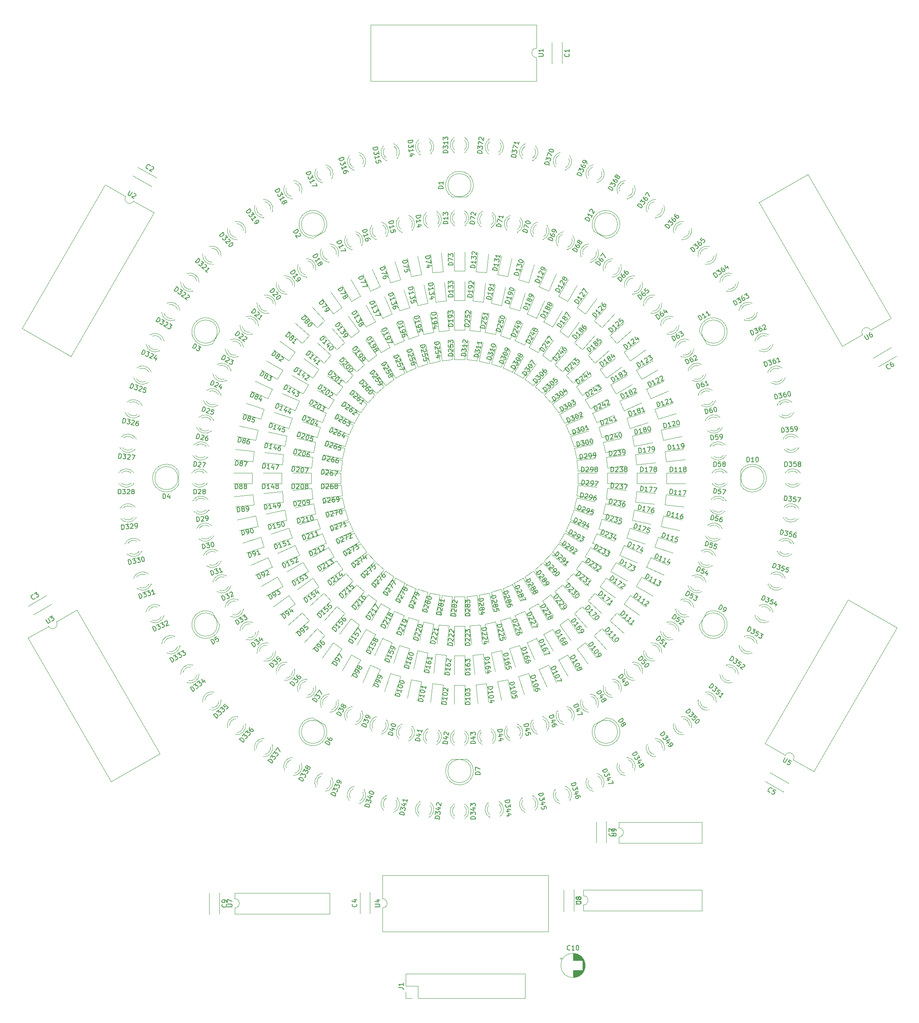
<source format=gbr>
%TF.GenerationSoftware,KiCad,Pcbnew,9.0.7-9.0.7~ubuntu24.04.1*%
%TF.CreationDate,2026-01-21T07:20:36-05:00*%
%TF.ProjectId,LED_clock,4c45445f-636c-46f6-936b-2e6b69636164,rev?*%
%TF.SameCoordinates,Original*%
%TF.FileFunction,Legend,Top*%
%TF.FilePolarity,Positive*%
%FSLAX46Y46*%
G04 Gerber Fmt 4.6, Leading zero omitted, Abs format (unit mm)*
G04 Created by KiCad (PCBNEW 9.0.7-9.0.7~ubuntu24.04.1) date 2026-01-21 07:20:36*
%MOMM*%
%LPD*%
G01*
G04 APERTURE LIST*
%ADD10C,0.150000*%
%ADD11C,0.120000*%
G04 APERTURE END LIST*
D10*
X227860533Y-191939086D02*
X227453796Y-191025540D01*
X227453796Y-191025540D02*
X227671307Y-190928698D01*
X227671307Y-190928698D02*
X227821182Y-190914095D01*
X227821182Y-190914095D02*
X227946923Y-190962363D01*
X227946923Y-190962363D02*
X228029162Y-191029999D01*
X228029162Y-191029999D02*
X228150138Y-191184639D01*
X228150138Y-191184639D02*
X228208243Y-191315145D01*
X228208243Y-191315145D02*
X228242214Y-191508522D01*
X228242214Y-191508522D02*
X228237449Y-191614895D01*
X228237449Y-191614895D02*
X228189182Y-191740636D01*
X228189182Y-191740636D02*
X228078043Y-191842244D01*
X228078043Y-191842244D02*
X227860533Y-191939086D01*
X228362576Y-190725176D02*
X228386710Y-190662306D01*
X228386710Y-190662306D02*
X228454346Y-190580067D01*
X228454346Y-190580067D02*
X228671857Y-190483225D01*
X228671857Y-190483225D02*
X228778229Y-190487990D01*
X228778229Y-190487990D02*
X228841100Y-190512124D01*
X228841100Y-190512124D02*
X228923339Y-190579760D01*
X228923339Y-190579760D02*
X228962076Y-190666764D01*
X228962076Y-190666764D02*
X228976679Y-190816639D01*
X228976679Y-190816639D02*
X228687074Y-191571086D01*
X228687074Y-191571086D02*
X229252602Y-191319297D01*
X229150380Y-190270172D02*
X229759411Y-189999015D01*
X229759411Y-189999015D02*
X229774628Y-191086876D01*
X230102663Y-189950440D02*
X230126797Y-189887569D01*
X230126797Y-189887569D02*
X230194432Y-189805330D01*
X230194432Y-189805330D02*
X230411943Y-189708488D01*
X230411943Y-189708488D02*
X230518316Y-189713254D01*
X230518316Y-189713254D02*
X230581187Y-189737387D01*
X230581187Y-189737387D02*
X230663426Y-189805023D01*
X230663426Y-189805023D02*
X230702162Y-189892028D01*
X230702162Y-189892028D02*
X230716765Y-190041903D01*
X230716765Y-190041903D02*
X230427160Y-190796349D01*
X230427160Y-190796349D02*
X230992689Y-190544560D01*
X277420345Y-189733820D02*
X277920345Y-188867795D01*
X277920345Y-188867795D02*
X278126542Y-188986843D01*
X278126542Y-188986843D02*
X278226450Y-189099511D01*
X278226450Y-189099511D02*
X278261309Y-189229608D01*
X278261309Y-189229608D02*
X278254930Y-189335896D01*
X278254930Y-189335896D02*
X278200931Y-189524663D01*
X278200931Y-189524663D02*
X278129502Y-189648381D01*
X278129502Y-189648381D02*
X277993025Y-189789529D01*
X277993025Y-189789529D02*
X277904167Y-189848198D01*
X277904167Y-189848198D02*
X277774069Y-189883057D01*
X277774069Y-189883057D02*
X277626542Y-189852868D01*
X277626542Y-189852868D02*
X277420345Y-189733820D01*
X278697512Y-189426464D02*
X278762561Y-189409034D01*
X278762561Y-189409034D02*
X278868849Y-189415414D01*
X278868849Y-189415414D02*
X279075046Y-189534462D01*
X279075046Y-189534462D02*
X279133715Y-189623320D01*
X279133715Y-189623320D02*
X279151144Y-189688369D01*
X279151144Y-189688369D02*
X279144765Y-189794657D01*
X279144765Y-189794657D02*
X279097146Y-189877136D01*
X279097146Y-189877136D02*
X278984478Y-189977044D01*
X278984478Y-189977044D02*
X278203892Y-190186201D01*
X278203892Y-190186201D02*
X278740003Y-190495725D01*
X279152396Y-190733820D02*
X279317353Y-190829059D01*
X279317353Y-190829059D02*
X279423641Y-190835438D01*
X279423641Y-190835438D02*
X279488690Y-190818009D01*
X279488690Y-190818009D02*
X279642597Y-190741910D01*
X279642597Y-190741910D02*
X279779075Y-190600762D01*
X279779075Y-190600762D02*
X279969551Y-190270848D01*
X279969551Y-190270848D02*
X279975931Y-190164559D01*
X279975931Y-190164559D02*
X279958501Y-190099511D01*
X279958501Y-190099511D02*
X279899832Y-190010652D01*
X279899832Y-190010652D02*
X279734874Y-189915414D01*
X279734874Y-189915414D02*
X279628586Y-189909034D01*
X279628586Y-189909034D02*
X279563538Y-189926464D01*
X279563538Y-189926464D02*
X279474679Y-189985133D01*
X279474679Y-189985133D02*
X279355632Y-190191330D01*
X279355632Y-190191330D02*
X279349252Y-190297618D01*
X279349252Y-190297618D02*
X279366682Y-190362667D01*
X279366682Y-190362667D02*
X279425351Y-190451525D01*
X279425351Y-190451525D02*
X279590308Y-190546763D01*
X279590308Y-190546763D02*
X279696596Y-190553143D01*
X279696596Y-190553143D02*
X279761645Y-190535713D01*
X279761645Y-190535713D02*
X279850503Y-190477044D01*
X280353464Y-190272557D02*
X280889575Y-190582081D01*
X280889575Y-190582081D02*
X280410424Y-190745329D01*
X280410424Y-190745329D02*
X280534142Y-190816757D01*
X280534142Y-190816757D02*
X280592811Y-190905616D01*
X280592811Y-190905616D02*
X280610241Y-190970664D01*
X280610241Y-190970664D02*
X280603861Y-191076952D01*
X280603861Y-191076952D02*
X280484813Y-191283149D01*
X280484813Y-191283149D02*
X280395955Y-191341818D01*
X280395955Y-191341818D02*
X280330906Y-191359248D01*
X280330906Y-191359248D02*
X280224618Y-191352868D01*
X280224618Y-191352868D02*
X279977182Y-191210011D01*
X279977182Y-191210011D02*
X279918513Y-191121153D01*
X279918513Y-191121153D02*
X279901083Y-191056104D01*
X224770671Y-183169530D02*
X224666142Y-182175008D01*
X224666142Y-182175008D02*
X224902933Y-182150120D01*
X224902933Y-182150120D02*
X225049985Y-182182546D01*
X225049985Y-182182546D02*
X225154657Y-182267307D01*
X225154657Y-182267307D02*
X225211970Y-182357046D01*
X225211970Y-182357046D02*
X225279239Y-182541501D01*
X225279239Y-182541501D02*
X225294171Y-182683576D01*
X225294171Y-182683576D02*
X225266723Y-182877986D01*
X225266723Y-182877986D02*
X225229320Y-182977680D01*
X225229320Y-182977680D02*
X225144559Y-183082351D01*
X225144559Y-183082351D02*
X225007462Y-183144642D01*
X225007462Y-183144642D02*
X224770671Y-183169530D01*
X225623261Y-182170173D02*
X225665642Y-182117838D01*
X225665642Y-182117838D02*
X225755381Y-182060524D01*
X225755381Y-182060524D02*
X225992172Y-182035637D01*
X225992172Y-182035637D02*
X226091866Y-182073040D01*
X226091866Y-182073040D02*
X226144201Y-182115420D01*
X226144201Y-182115420D02*
X226201515Y-182205159D01*
X226201515Y-182205159D02*
X226211470Y-182299876D01*
X226211470Y-182299876D02*
X226179044Y-182446928D01*
X226179044Y-182446928D02*
X225670476Y-183074956D01*
X225670476Y-183074956D02*
X226286133Y-183010248D01*
X227034052Y-181926131D02*
X226844619Y-181946041D01*
X226844619Y-181946041D02*
X226754880Y-182003354D01*
X226754880Y-182003354D02*
X226712500Y-182055690D01*
X226712500Y-182055690D02*
X226632716Y-182207719D01*
X226632716Y-182207719D02*
X226605268Y-182402130D01*
X226605268Y-182402130D02*
X226645088Y-182780995D01*
X226645088Y-182780995D02*
X226702401Y-182870734D01*
X226702401Y-182870734D02*
X226754737Y-182913115D01*
X226754737Y-182913115D02*
X226854431Y-182950518D01*
X226854431Y-182950518D02*
X227043864Y-182930608D01*
X227043864Y-182930608D02*
X227133603Y-182873294D01*
X227133603Y-182873294D02*
X227175983Y-182820959D01*
X227175983Y-182820959D02*
X227213386Y-182721265D01*
X227213386Y-182721265D02*
X227188499Y-182484474D01*
X227188499Y-182484474D02*
X227131185Y-182394735D01*
X227131185Y-182394735D02*
X227078850Y-182352354D01*
X227078850Y-182352354D02*
X226979156Y-182314951D01*
X226979156Y-182314951D02*
X226789723Y-182334861D01*
X226789723Y-182334861D02*
X226699984Y-182392175D01*
X226699984Y-182392175D02*
X226657604Y-182444510D01*
X226657604Y-182444510D02*
X226620200Y-182544204D01*
X227706878Y-182860922D02*
X227896311Y-182841012D01*
X227896311Y-182841012D02*
X227986050Y-182783699D01*
X227986050Y-182783699D02*
X228028431Y-182731363D01*
X228028431Y-182731363D02*
X228108214Y-182579333D01*
X228108214Y-182579333D02*
X228135662Y-182384923D01*
X228135662Y-182384923D02*
X228095842Y-182006057D01*
X228095842Y-182006057D02*
X228038529Y-181916319D01*
X228038529Y-181916319D02*
X227986193Y-181873938D01*
X227986193Y-181873938D02*
X227886499Y-181836535D01*
X227886499Y-181836535D02*
X227697066Y-181856445D01*
X227697066Y-181856445D02*
X227607328Y-181913758D01*
X227607328Y-181913758D02*
X227564947Y-181966094D01*
X227564947Y-181966094D02*
X227527544Y-182065788D01*
X227527544Y-182065788D02*
X227552432Y-182302579D01*
X227552432Y-182302579D02*
X227609745Y-182392318D01*
X227609745Y-182392318D02*
X227662081Y-182434698D01*
X227662081Y-182434698D02*
X227761774Y-182472101D01*
X227761774Y-182472101D02*
X227951207Y-182452191D01*
X227951207Y-182452191D02*
X228040946Y-182394878D01*
X228040946Y-182394878D02*
X228083327Y-182342542D01*
X228083327Y-182342542D02*
X228120730Y-182242848D01*
X240914819Y-287353333D02*
X241629104Y-287353333D01*
X241629104Y-287353333D02*
X241771961Y-287400952D01*
X241771961Y-287400952D02*
X241867200Y-287496190D01*
X241867200Y-287496190D02*
X241914819Y-287639047D01*
X241914819Y-287639047D02*
X241914819Y-287734285D01*
X241914819Y-286353333D02*
X241914819Y-286924761D01*
X241914819Y-286639047D02*
X240914819Y-286639047D01*
X240914819Y-286639047D02*
X241057676Y-286734285D01*
X241057676Y-286734285D02*
X241152914Y-286829523D01*
X241152914Y-286829523D02*
X241200533Y-286924761D01*
X216258506Y-197104641D02*
X215851769Y-196191095D01*
X215851769Y-196191095D02*
X216069280Y-196094253D01*
X216069280Y-196094253D02*
X216219155Y-196079650D01*
X216219155Y-196079650D02*
X216344896Y-196127918D01*
X216344896Y-196127918D02*
X216427135Y-196195554D01*
X216427135Y-196195554D02*
X216548111Y-196350194D01*
X216548111Y-196350194D02*
X216606216Y-196480700D01*
X216606216Y-196480700D02*
X216640187Y-196674077D01*
X216640187Y-196674077D02*
X216635422Y-196780450D01*
X216635422Y-196780450D02*
X216587155Y-196906191D01*
X216587155Y-196906191D02*
X216476016Y-197007799D01*
X216476016Y-197007799D02*
X216258506Y-197104641D01*
X217650575Y-196484852D02*
X217128549Y-196717273D01*
X217389562Y-196601062D02*
X216982825Y-195687517D01*
X216982825Y-195687517D02*
X216953926Y-195856760D01*
X216953926Y-195856760D02*
X216905659Y-195982501D01*
X216905659Y-195982501D02*
X216838023Y-196064740D01*
X218070379Y-195203306D02*
X217635358Y-195396990D01*
X217635358Y-195396990D02*
X217785540Y-195851381D01*
X217785540Y-195851381D02*
X217809673Y-195788510D01*
X217809673Y-195788510D02*
X217877309Y-195706271D01*
X217877309Y-195706271D02*
X218094820Y-195609429D01*
X218094820Y-195609429D02*
X218201193Y-195614194D01*
X218201193Y-195614194D02*
X218264064Y-195638328D01*
X218264064Y-195638328D02*
X218346303Y-195705964D01*
X218346303Y-195705964D02*
X218443145Y-195923475D01*
X218443145Y-195923475D02*
X218438379Y-196029847D01*
X218438379Y-196029847D02*
X218414245Y-196092718D01*
X218414245Y-196092718D02*
X218346610Y-196174957D01*
X218346610Y-196174957D02*
X218129099Y-196271799D01*
X218129099Y-196271799D02*
X218022726Y-196267034D01*
X218022726Y-196267034D02*
X217959855Y-196242900D01*
X218500636Y-195115995D02*
X218524770Y-195053124D01*
X218524770Y-195053124D02*
X218592405Y-194970885D01*
X218592405Y-194970885D02*
X218809916Y-194874043D01*
X218809916Y-194874043D02*
X218916289Y-194878809D01*
X218916289Y-194878809D02*
X218979160Y-194902942D01*
X218979160Y-194902942D02*
X219061399Y-194970578D01*
X219061399Y-194970578D02*
X219100135Y-195057583D01*
X219100135Y-195057583D02*
X219114738Y-195207458D01*
X219114738Y-195207458D02*
X218825133Y-195961904D01*
X218825133Y-195961904D02*
X219390662Y-195710115D01*
X263419423Y-202339826D02*
X264370480Y-202030809D01*
X264370480Y-202030809D02*
X264444055Y-202257251D01*
X264444055Y-202257251D02*
X264442912Y-202407832D01*
X264442912Y-202407832D02*
X264381765Y-202527839D01*
X264381765Y-202527839D02*
X264305904Y-202602557D01*
X264305904Y-202602557D02*
X264139465Y-202706706D01*
X264139465Y-202706706D02*
X264003600Y-202750851D01*
X264003600Y-202750851D02*
X263807731Y-202764423D01*
X263807731Y-202764423D02*
X263702439Y-202748565D01*
X263702439Y-202748565D02*
X263582432Y-202687418D01*
X263582432Y-202687418D02*
X263492999Y-202566268D01*
X263492999Y-202566268D02*
X263419423Y-202339826D01*
X264574205Y-202966008D02*
X264634208Y-202996581D01*
X264634208Y-202996581D02*
X264708927Y-203072443D01*
X264708927Y-203072443D02*
X264782502Y-203298885D01*
X264782502Y-203298885D02*
X264766644Y-203404177D01*
X264766644Y-203404177D02*
X264736071Y-203464180D01*
X264736071Y-203464180D02*
X264660209Y-203538899D01*
X264660209Y-203538899D02*
X264569632Y-203568329D01*
X264569632Y-203568329D02*
X264419052Y-203567186D01*
X264419052Y-203567186D02*
X263699010Y-203200306D01*
X263699010Y-203200306D02*
X263890306Y-203789055D01*
X264610348Y-204155935D02*
X264626206Y-204050643D01*
X264626206Y-204050643D02*
X264656780Y-203990640D01*
X264656780Y-203990640D02*
X264732641Y-203915921D01*
X264732641Y-203915921D02*
X264777930Y-203901206D01*
X264777930Y-203901206D02*
X264883222Y-203917064D01*
X264883222Y-203917064D02*
X264943225Y-203947638D01*
X264943225Y-203947638D02*
X265017944Y-204023499D01*
X265017944Y-204023499D02*
X265076804Y-204204653D01*
X265076804Y-204204653D02*
X265060946Y-204309945D01*
X265060946Y-204309945D02*
X265030373Y-204369948D01*
X265030373Y-204369948D02*
X264954511Y-204444667D01*
X264954511Y-204444667D02*
X264909223Y-204459382D01*
X264909223Y-204459382D02*
X264803931Y-204443524D01*
X264803931Y-204443524D02*
X264743927Y-204412950D01*
X264743927Y-204412950D02*
X264669209Y-204337089D01*
X264669209Y-204337089D02*
X264610348Y-204155935D01*
X264610348Y-204155935D02*
X264535630Y-204080073D01*
X264535630Y-204080073D02*
X264475626Y-204049500D01*
X264475626Y-204049500D02*
X264370334Y-204033642D01*
X264370334Y-204033642D02*
X264189181Y-204092502D01*
X264189181Y-204092502D02*
X264113319Y-204167221D01*
X264113319Y-204167221D02*
X264082746Y-204227224D01*
X264082746Y-204227224D02*
X264066887Y-204332516D01*
X264066887Y-204332516D02*
X264125748Y-204513670D01*
X264125748Y-204513670D02*
X264200466Y-204589532D01*
X264200466Y-204589532D02*
X264260470Y-204620105D01*
X264260470Y-204620105D02*
X264365762Y-204635963D01*
X264365762Y-204635963D02*
X264546915Y-204577103D01*
X264546915Y-204577103D02*
X264622777Y-204502384D01*
X264622777Y-204502384D02*
X264653350Y-204442381D01*
X264653350Y-204442381D02*
X264669209Y-204337089D01*
X265400536Y-205200998D02*
X265341676Y-205019844D01*
X265341676Y-205019844D02*
X265266957Y-204943982D01*
X265266957Y-204943982D02*
X265206954Y-204913409D01*
X265206954Y-204913409D02*
X265041658Y-204866978D01*
X265041658Y-204866978D02*
X264845790Y-204880550D01*
X264845790Y-204880550D02*
X264483482Y-204998270D01*
X264483482Y-204998270D02*
X264407621Y-205072989D01*
X264407621Y-205072989D02*
X264377047Y-205132992D01*
X264377047Y-205132992D02*
X264361189Y-205238284D01*
X264361189Y-205238284D02*
X264420050Y-205419438D01*
X264420050Y-205419438D02*
X264494768Y-205495300D01*
X264494768Y-205495300D02*
X264554772Y-205525873D01*
X264554772Y-205525873D02*
X264660064Y-205541731D01*
X264660064Y-205541731D02*
X264886506Y-205468156D01*
X264886506Y-205468156D02*
X264962367Y-205393437D01*
X264962367Y-205393437D02*
X264992941Y-205333434D01*
X264992941Y-205333434D02*
X265008799Y-205228142D01*
X265008799Y-205228142D02*
X264949939Y-205046988D01*
X264949939Y-205046988D02*
X264875220Y-204971126D01*
X264875220Y-204971126D02*
X264815216Y-204940553D01*
X264815216Y-204940553D02*
X264709925Y-204924695D01*
X230451423Y-159671293D02*
X231120553Y-158928148D01*
X231120553Y-158928148D02*
X231297493Y-159087465D01*
X231297493Y-159087465D02*
X231371793Y-159218443D01*
X231371793Y-159218443D02*
X231378842Y-159352945D01*
X231378842Y-159352945D02*
X231350503Y-159455584D01*
X231350503Y-159455584D02*
X231258437Y-159628999D01*
X231258437Y-159628999D02*
X231162847Y-159735163D01*
X231162847Y-159735163D02*
X231000006Y-159844851D01*
X231000006Y-159844851D02*
X230900891Y-159883763D01*
X230900891Y-159883763D02*
X230766389Y-159890812D01*
X230766389Y-159890812D02*
X230628362Y-159830610D01*
X230628362Y-159830610D02*
X230451423Y-159671293D01*
X231764584Y-159636191D02*
X231831835Y-159632666D01*
X231831835Y-159632666D02*
X231934474Y-159661005D01*
X231934474Y-159661005D02*
X232111413Y-159820322D01*
X232111413Y-159820322D02*
X232150326Y-159919437D01*
X232150326Y-159919437D02*
X232153850Y-159986688D01*
X232153850Y-159986688D02*
X232125511Y-160089327D01*
X232125511Y-160089327D02*
X232061784Y-160160103D01*
X232061784Y-160160103D02*
X231930807Y-160234403D01*
X231930807Y-160234403D02*
X231123792Y-160276697D01*
X231123792Y-160276697D02*
X231583834Y-160690920D01*
X232889946Y-160521316D02*
X232748395Y-160393863D01*
X232748395Y-160393863D02*
X232645755Y-160365524D01*
X232645755Y-160365524D02*
X232578504Y-160369048D01*
X232578504Y-160369048D02*
X232412138Y-160411485D01*
X232412138Y-160411485D02*
X232249297Y-160521173D01*
X232249297Y-160521173D02*
X231994390Y-160804276D01*
X231994390Y-160804276D02*
X231966051Y-160906915D01*
X231966051Y-160906915D02*
X231969576Y-160974166D01*
X231969576Y-160974166D02*
X232008488Y-161073281D01*
X232008488Y-161073281D02*
X232150040Y-161200734D01*
X232150040Y-161200734D02*
X232252679Y-161229073D01*
X232252679Y-161229073D02*
X232319930Y-161225549D01*
X232319930Y-161225549D02*
X232419044Y-161186636D01*
X232419044Y-161186636D02*
X232578361Y-161009697D01*
X232578361Y-161009697D02*
X232606700Y-160907058D01*
X232606700Y-160907058D02*
X232603176Y-160839807D01*
X232603176Y-160839807D02*
X232564263Y-160740692D01*
X232564263Y-160740692D02*
X232422712Y-160613239D01*
X232422712Y-160613239D02*
X232320073Y-160584900D01*
X232320073Y-160584900D02*
X232252822Y-160588424D01*
X232252822Y-160588424D02*
X232153707Y-160627337D01*
X232999348Y-161965455D02*
X232574694Y-161583095D01*
X232787021Y-161774275D02*
X233456152Y-161031130D01*
X233456152Y-161031130D02*
X233289786Y-161073567D01*
X233289786Y-161073567D02*
X233155283Y-161080616D01*
X233155283Y-161080616D02*
X233052644Y-161052277D01*
X208861047Y-194868935D02*
X208552030Y-193917879D01*
X208552030Y-193917879D02*
X208778472Y-193844303D01*
X208778472Y-193844303D02*
X208929052Y-193845446D01*
X208929052Y-193845446D02*
X209049059Y-193906593D01*
X209049059Y-193906593D02*
X209123778Y-193982455D01*
X209123778Y-193982455D02*
X209227927Y-194148893D01*
X209227927Y-194148893D02*
X209272072Y-194284758D01*
X209272072Y-194284758D02*
X209285644Y-194480627D01*
X209285644Y-194480627D02*
X209269786Y-194585919D01*
X209269786Y-194585919D02*
X209208639Y-194705926D01*
X209208639Y-194705926D02*
X209087489Y-194795360D01*
X209087489Y-194795360D02*
X208861047Y-194868935D01*
X209857392Y-194545203D02*
X210038545Y-194486343D01*
X210038545Y-194486343D02*
X210114407Y-194411624D01*
X210114407Y-194411624D02*
X210144980Y-194351620D01*
X210144980Y-194351620D02*
X210191412Y-194186325D01*
X210191412Y-194186325D02*
X210177840Y-193990456D01*
X210177840Y-193990456D02*
X210060119Y-193628149D01*
X210060119Y-193628149D02*
X209985401Y-193552287D01*
X209985401Y-193552287D02*
X209925397Y-193521714D01*
X209925397Y-193521714D02*
X209820105Y-193505856D01*
X209820105Y-193505856D02*
X209638952Y-193564716D01*
X209638952Y-193564716D02*
X209563090Y-193639435D01*
X209563090Y-193639435D02*
X209532517Y-193699438D01*
X209532517Y-193699438D02*
X209516658Y-193804730D01*
X209516658Y-193804730D02*
X209590234Y-194031172D01*
X209590234Y-194031172D02*
X209664952Y-194107034D01*
X209664952Y-194107034D02*
X209724956Y-194137607D01*
X209724956Y-194137607D02*
X209830248Y-194153466D01*
X209830248Y-194153466D02*
X210011402Y-194094605D01*
X210011402Y-194094605D02*
X210087263Y-194019887D01*
X210087263Y-194019887D02*
X210117837Y-193959883D01*
X210117837Y-193959883D02*
X210133695Y-193854591D01*
X211216044Y-194103750D02*
X210672583Y-194280331D01*
X210944314Y-194192041D02*
X210635297Y-193240984D01*
X210635297Y-193240984D02*
X210588865Y-193406280D01*
X210588865Y-193406280D02*
X210527718Y-193526287D01*
X210527718Y-193526287D02*
X210451857Y-193601005D01*
X276835297Y-201105992D02*
X277578442Y-200436861D01*
X277578442Y-200436861D02*
X277737759Y-200613800D01*
X277737759Y-200613800D02*
X277797961Y-200751827D01*
X277797961Y-200751827D02*
X277790912Y-200886329D01*
X277790912Y-200886329D02*
X277752000Y-200985444D01*
X277752000Y-200985444D02*
X277642312Y-201148285D01*
X277642312Y-201148285D02*
X277536148Y-201243875D01*
X277536148Y-201243875D02*
X277362733Y-201335941D01*
X277362733Y-201335941D02*
X277260094Y-201364280D01*
X277260094Y-201364280D02*
X277125592Y-201357231D01*
X277125592Y-201357231D02*
X276994614Y-201282931D01*
X276994614Y-201282931D02*
X276835297Y-201105992D01*
X278144933Y-201208345D02*
X278212185Y-201211869D01*
X278212185Y-201211869D02*
X278311299Y-201250781D01*
X278311299Y-201250781D02*
X278470616Y-201427721D01*
X278470616Y-201427721D02*
X278498955Y-201530360D01*
X278498955Y-201530360D02*
X278495430Y-201597611D01*
X278495430Y-201597611D02*
X278456518Y-201696726D01*
X278456518Y-201696726D02*
X278385742Y-201760452D01*
X278385742Y-201760452D02*
X278247715Y-201820654D01*
X278247715Y-201820654D02*
X277440701Y-201778361D01*
X277440701Y-201778361D02*
X277854925Y-202238403D01*
X278821113Y-201816987D02*
X279235337Y-202277029D01*
X279235337Y-202277029D02*
X278729190Y-202284221D01*
X278729190Y-202284221D02*
X278824780Y-202390385D01*
X278824780Y-202390385D02*
X278853119Y-202493024D01*
X278853119Y-202493024D02*
X278849595Y-202560275D01*
X278849595Y-202560275D02*
X278810683Y-202659389D01*
X278810683Y-202659389D02*
X278633743Y-202818706D01*
X278633743Y-202818706D02*
X278531104Y-202847045D01*
X278531104Y-202847045D02*
X278463853Y-202843521D01*
X278463853Y-202843521D02*
X278364738Y-202804608D01*
X278364738Y-202804608D02*
X278173558Y-202592281D01*
X278173558Y-202592281D02*
X278145219Y-202489642D01*
X278145219Y-202489642D02*
X278148744Y-202422391D01*
X279649560Y-202737071D02*
X279713287Y-202807847D01*
X279713287Y-202807847D02*
X279741626Y-202910486D01*
X279741626Y-202910486D02*
X279738102Y-202977737D01*
X279738102Y-202977737D02*
X279699189Y-203076852D01*
X279699189Y-203076852D02*
X279589501Y-203239693D01*
X279589501Y-203239693D02*
X279412562Y-203399010D01*
X279412562Y-203399010D02*
X279239147Y-203491075D01*
X279239147Y-203491075D02*
X279136508Y-203519414D01*
X279136508Y-203519414D02*
X279069257Y-203515890D01*
X279069257Y-203515890D02*
X278970142Y-203476977D01*
X278970142Y-203476977D02*
X278906416Y-203406202D01*
X278906416Y-203406202D02*
X278878077Y-203303563D01*
X278878077Y-203303563D02*
X278881601Y-203236312D01*
X278881601Y-203236312D02*
X278920514Y-203137197D01*
X278920514Y-203137197D02*
X279030202Y-202974356D01*
X279030202Y-202974356D02*
X279207141Y-202815039D01*
X279207141Y-202815039D02*
X279380556Y-202722973D01*
X279380556Y-202722973D02*
X279483195Y-202694634D01*
X279483195Y-202694634D02*
X279550446Y-202698159D01*
X279550446Y-202698159D02*
X279649560Y-202737071D01*
X238432100Y-203114541D02*
X237623083Y-202526756D01*
X237623083Y-202526756D02*
X237763032Y-202334133D01*
X237763032Y-202334133D02*
X237885526Y-202246549D01*
X237885526Y-202246549D02*
X238018555Y-202225479D01*
X238018555Y-202225479D02*
X238123594Y-202242934D01*
X238123594Y-202242934D02*
X238305682Y-202316368D01*
X238305682Y-202316368D02*
X238421256Y-202400338D01*
X238421256Y-202400338D02*
X238547365Y-202550821D01*
X238547365Y-202550821D02*
X238596424Y-202645326D01*
X238596424Y-202645326D02*
X238617494Y-202778354D01*
X238617494Y-202778354D02*
X238572049Y-202921918D01*
X238572049Y-202921918D02*
X238432100Y-203114541D01*
X238259928Y-201812243D02*
X238249393Y-201745729D01*
X238249393Y-201745729D02*
X238266848Y-201640690D01*
X238266848Y-201640690D02*
X238406797Y-201448066D01*
X238406797Y-201448066D02*
X238501301Y-201399007D01*
X238501301Y-201399007D02*
X238567815Y-201388472D01*
X238567815Y-201388472D02*
X238672854Y-201405927D01*
X238672854Y-201405927D02*
X238749904Y-201461907D01*
X238749904Y-201461907D02*
X238837488Y-201584401D01*
X238837488Y-201584401D02*
X238963906Y-202382573D01*
X238963906Y-202382573D02*
X239327773Y-201881753D01*
X238714684Y-201024296D02*
X239106541Y-200484951D01*
X239106541Y-200484951D02*
X239663650Y-201419458D01*
X239274480Y-200253803D02*
X239666337Y-199714459D01*
X239666337Y-199714459D02*
X240223446Y-200648965D01*
X323292537Y-167998080D02*
X323188008Y-167003558D01*
X323188008Y-167003558D02*
X323424799Y-166978670D01*
X323424799Y-166978670D02*
X323571851Y-167011096D01*
X323571851Y-167011096D02*
X323676523Y-167095857D01*
X323676523Y-167095857D02*
X323733836Y-167185596D01*
X323733836Y-167185596D02*
X323801105Y-167370051D01*
X323801105Y-167370051D02*
X323816037Y-167512126D01*
X323816037Y-167512126D02*
X323788589Y-167706536D01*
X323788589Y-167706536D02*
X323751186Y-167806230D01*
X323751186Y-167806230D02*
X323666425Y-167910901D01*
X323666425Y-167910901D02*
X323529328Y-167973192D01*
X323529328Y-167973192D02*
X323292537Y-167998080D01*
X324087814Y-166908985D02*
X324703470Y-166844276D01*
X324703470Y-166844276D02*
X324411783Y-167257985D01*
X324411783Y-167257985D02*
X324553858Y-167243052D01*
X324553858Y-167243052D02*
X324653552Y-167280455D01*
X324653552Y-167280455D02*
X324705888Y-167322836D01*
X324705888Y-167322836D02*
X324763201Y-167412575D01*
X324763201Y-167412575D02*
X324788089Y-167649366D01*
X324788089Y-167649366D02*
X324750686Y-167749060D01*
X324750686Y-167749060D02*
X324708305Y-167801395D01*
X324708305Y-167801395D02*
X324618566Y-167858709D01*
X324618566Y-167858709D02*
X324334417Y-167888574D01*
X324334417Y-167888574D02*
X324234723Y-167851171D01*
X324234723Y-167851171D02*
X324182387Y-167808790D01*
X325603276Y-166749703D02*
X325129694Y-166799479D01*
X325129694Y-166799479D02*
X325132111Y-167278038D01*
X325132111Y-167278038D02*
X325174492Y-167225702D01*
X325174492Y-167225702D02*
X325264231Y-167168389D01*
X325264231Y-167168389D02*
X325501022Y-167143501D01*
X325501022Y-167143501D02*
X325600716Y-167180904D01*
X325600716Y-167180904D02*
X325653051Y-167223285D01*
X325653051Y-167223285D02*
X325710365Y-167313024D01*
X325710365Y-167313024D02*
X325735252Y-167549815D01*
X325735252Y-167549815D02*
X325697849Y-167649509D01*
X325697849Y-167649509D02*
X325655469Y-167701844D01*
X325655469Y-167701844D02*
X325565730Y-167759158D01*
X325565730Y-167759158D02*
X325328939Y-167784045D01*
X325328939Y-167784045D02*
X325229245Y-167746642D01*
X325229245Y-167746642D02*
X325176909Y-167704262D01*
X326228744Y-167689472D02*
X326418177Y-167669562D01*
X326418177Y-167669562D02*
X326507916Y-167612249D01*
X326507916Y-167612249D02*
X326550297Y-167559913D01*
X326550297Y-167559913D02*
X326630080Y-167407883D01*
X326630080Y-167407883D02*
X326657528Y-167213473D01*
X326657528Y-167213473D02*
X326617708Y-166834607D01*
X326617708Y-166834607D02*
X326560395Y-166744869D01*
X326560395Y-166744869D02*
X326508059Y-166702488D01*
X326508059Y-166702488D02*
X326408365Y-166665085D01*
X326408365Y-166665085D02*
X326218932Y-166684995D01*
X326218932Y-166684995D02*
X326129194Y-166742308D01*
X326129194Y-166742308D02*
X326086813Y-166794644D01*
X326086813Y-166794644D02*
X326049410Y-166894338D01*
X326049410Y-166894338D02*
X326074298Y-167131129D01*
X326074298Y-167131129D02*
X326131611Y-167220868D01*
X326131611Y-167220868D02*
X326183947Y-167263248D01*
X326183947Y-167263248D02*
X326283640Y-167300651D01*
X326283640Y-167300651D02*
X326473073Y-167280741D01*
X326473073Y-167280741D02*
X326562812Y-167223428D01*
X326562812Y-167223428D02*
X326605193Y-167171092D01*
X326605193Y-167171092D02*
X326642596Y-167071398D01*
X237988472Y-210102415D02*
X237122447Y-209602415D01*
X237122447Y-209602415D02*
X237241495Y-209396218D01*
X237241495Y-209396218D02*
X237354163Y-209296310D01*
X237354163Y-209296310D02*
X237484260Y-209261451D01*
X237484260Y-209261451D02*
X237590548Y-209267830D01*
X237590548Y-209267830D02*
X237779315Y-209321829D01*
X237779315Y-209321829D02*
X237903033Y-209393258D01*
X237903033Y-209393258D02*
X238044181Y-209529735D01*
X238044181Y-209529735D02*
X238102850Y-209618593D01*
X238102850Y-209618593D02*
X238137709Y-209748691D01*
X238137709Y-209748691D02*
X238107520Y-209896218D01*
X238107520Y-209896218D02*
X237988472Y-210102415D01*
X237681116Y-208825248D02*
X237663686Y-208760199D01*
X237663686Y-208760199D02*
X237670066Y-208653911D01*
X237670066Y-208653911D02*
X237789114Y-208447714D01*
X237789114Y-208447714D02*
X237877972Y-208389045D01*
X237877972Y-208389045D02*
X237943021Y-208371616D01*
X237943021Y-208371616D02*
X238049309Y-208377995D01*
X238049309Y-208377995D02*
X238131788Y-208425614D01*
X238131788Y-208425614D02*
X238231696Y-208538282D01*
X238231696Y-208538282D02*
X238440853Y-209318868D01*
X238440853Y-209318868D02*
X238750377Y-208782757D01*
X239226568Y-207957971D02*
X238940853Y-208452843D01*
X239083711Y-208205407D02*
X238217685Y-207705407D01*
X238217685Y-207705407D02*
X238293784Y-207859314D01*
X238293784Y-207859314D02*
X238328644Y-207989412D01*
X238328644Y-207989412D02*
X238322264Y-208095700D01*
X239017410Y-207177385D02*
X238928552Y-207236054D01*
X238928552Y-207236054D02*
X238863503Y-207253484D01*
X238863503Y-207253484D02*
X238757215Y-207247104D01*
X238757215Y-207247104D02*
X238715976Y-207223295D01*
X238715976Y-207223295D02*
X238657307Y-207134436D01*
X238657307Y-207134436D02*
X238639877Y-207069388D01*
X238639877Y-207069388D02*
X238646257Y-206963099D01*
X238646257Y-206963099D02*
X238741495Y-206798142D01*
X238741495Y-206798142D02*
X238830353Y-206739473D01*
X238830353Y-206739473D02*
X238895402Y-206722043D01*
X238895402Y-206722043D02*
X239001690Y-206728423D01*
X239001690Y-206728423D02*
X239042929Y-206752233D01*
X239042929Y-206752233D02*
X239101598Y-206841091D01*
X239101598Y-206841091D02*
X239119028Y-206906140D01*
X239119028Y-206906140D02*
X239112648Y-207012428D01*
X239112648Y-207012428D02*
X239017410Y-207177385D01*
X239017410Y-207177385D02*
X239011031Y-207283673D01*
X239011031Y-207283673D02*
X239028460Y-207348722D01*
X239028460Y-207348722D02*
X239087130Y-207437580D01*
X239087130Y-207437580D02*
X239252087Y-207532819D01*
X239252087Y-207532819D02*
X239358375Y-207539198D01*
X239358375Y-207539198D02*
X239423424Y-207521768D01*
X239423424Y-207521768D02*
X239512282Y-207463099D01*
X239512282Y-207463099D02*
X239607520Y-207298142D01*
X239607520Y-207298142D02*
X239613900Y-207191854D01*
X239613900Y-207191854D02*
X239596470Y-207126805D01*
X239596470Y-207126805D02*
X239537801Y-207037947D01*
X239537801Y-207037947D02*
X239372844Y-206942709D01*
X239372844Y-206942709D02*
X239266556Y-206936329D01*
X239266556Y-206936329D02*
X239201507Y-206953759D01*
X239201507Y-206953759D02*
X239112648Y-207012428D01*
X312053154Y-216881511D02*
X312640939Y-216072494D01*
X312640939Y-216072494D02*
X312833562Y-216212443D01*
X312833562Y-216212443D02*
X312921146Y-216334937D01*
X312921146Y-216334937D02*
X312942216Y-216467966D01*
X312942216Y-216467966D02*
X312924761Y-216573005D01*
X312924761Y-216573005D02*
X312851327Y-216755093D01*
X312851327Y-216755093D02*
X312767357Y-216870667D01*
X312767357Y-216870667D02*
X312616874Y-216996776D01*
X312616874Y-216996776D02*
X312522369Y-217045835D01*
X312522369Y-217045835D02*
X312389341Y-217066905D01*
X312389341Y-217066905D02*
X312245777Y-217021460D01*
X312245777Y-217021460D02*
X312053154Y-216881511D01*
X313372907Y-216604300D02*
X313873727Y-216968167D01*
X313873727Y-216968167D02*
X313380136Y-217080435D01*
X313380136Y-217080435D02*
X313495710Y-217164405D01*
X313495710Y-217164405D02*
X313544770Y-217258909D01*
X313544770Y-217258909D02*
X313555305Y-217325423D01*
X313555305Y-217325423D02*
X313537850Y-217430462D01*
X313537850Y-217430462D02*
X313397901Y-217623085D01*
X313397901Y-217623085D02*
X313303397Y-217672145D01*
X313303397Y-217672145D02*
X313236882Y-217682680D01*
X313236882Y-217682680D02*
X313131843Y-217665225D01*
X313131843Y-217665225D02*
X312900696Y-217497286D01*
X312900696Y-217497286D02*
X312851636Y-217402782D01*
X312851636Y-217402782D02*
X312841101Y-217336268D01*
X314605695Y-217499973D02*
X314220449Y-217220075D01*
X314220449Y-217220075D02*
X313902026Y-217577331D01*
X313902026Y-217577331D02*
X313968541Y-217566796D01*
X313968541Y-217566796D02*
X314073580Y-217584251D01*
X314073580Y-217584251D02*
X314266203Y-217724200D01*
X314266203Y-217724200D02*
X314315262Y-217818704D01*
X314315262Y-217818704D02*
X314325797Y-217885219D01*
X314325797Y-217885219D02*
X314308342Y-217990258D01*
X314308342Y-217990258D02*
X314168393Y-218182881D01*
X314168393Y-218182881D02*
X314073889Y-218231940D01*
X314073889Y-218231940D02*
X314007375Y-218242475D01*
X314007375Y-218242475D02*
X313902336Y-218225020D01*
X313902336Y-218225020D02*
X313709713Y-218085071D01*
X313709713Y-218085071D02*
X313660653Y-217990567D01*
X313660653Y-217990567D02*
X313650118Y-217924053D01*
X314896437Y-217828930D02*
X314962951Y-217818395D01*
X314962951Y-217818395D02*
X315067990Y-217835850D01*
X315067990Y-217835850D02*
X315260613Y-217975799D01*
X315260613Y-217975799D02*
X315309673Y-218070303D01*
X315309673Y-218070303D02*
X315320208Y-218136817D01*
X315320208Y-218136817D02*
X315302753Y-218241856D01*
X315302753Y-218241856D02*
X315246773Y-218318906D01*
X315246773Y-218318906D02*
X315124279Y-218406490D01*
X315124279Y-218406490D02*
X314326107Y-218532908D01*
X314326107Y-218532908D02*
X314826927Y-218896775D01*
X267816077Y-230750280D02*
X268794225Y-230542368D01*
X268794225Y-230542368D02*
X268843728Y-230775261D01*
X268843728Y-230775261D02*
X268826851Y-230924897D01*
X268826851Y-230924897D02*
X268753495Y-231037855D01*
X268753495Y-231037855D02*
X268670239Y-231104234D01*
X268670239Y-231104234D02*
X268493825Y-231190415D01*
X268493825Y-231190415D02*
X268354090Y-231220116D01*
X268354090Y-231220116D02*
X268157876Y-231213140D01*
X268157876Y-231213140D02*
X268054818Y-231186363D01*
X268054818Y-231186363D02*
X267941860Y-231113007D01*
X267941860Y-231113007D02*
X267865580Y-230983172D01*
X267865580Y-230983172D02*
X267816077Y-230750280D01*
X268765192Y-232009026D02*
X268113094Y-232147634D01*
X269088317Y-231696929D02*
X268340137Y-231612545D01*
X268340137Y-231612545D02*
X268468845Y-232218065D01*
X269299153Y-232917870D02*
X269200148Y-232452085D01*
X269200148Y-232452085D02*
X268724462Y-232504512D01*
X268724462Y-232504512D02*
X268780941Y-232541190D01*
X268780941Y-232541190D02*
X268847321Y-232624446D01*
X268847321Y-232624446D02*
X268896824Y-232857339D01*
X268896824Y-232857339D02*
X268870046Y-232960396D01*
X268870046Y-232960396D02*
X268833369Y-233016875D01*
X268833369Y-233016875D02*
X268750112Y-233083255D01*
X268750112Y-233083255D02*
X268517220Y-233132758D01*
X268517220Y-233132758D02*
X268414162Y-233105980D01*
X268414162Y-233105980D02*
X268357683Y-233069302D01*
X268357683Y-233069302D02*
X268291304Y-232986046D01*
X268291304Y-232986046D02*
X268241801Y-232753154D01*
X268241801Y-232753154D02*
X268268578Y-232650096D01*
X268268578Y-232650096D02*
X268305256Y-232593617D01*
X260752931Y-139415701D02*
X259774783Y-139207789D01*
X259774783Y-139207789D02*
X259824286Y-138974897D01*
X259824286Y-138974897D02*
X259900566Y-138845062D01*
X259900566Y-138845062D02*
X260013524Y-138771706D01*
X260013524Y-138771706D02*
X260116582Y-138744929D01*
X260116582Y-138744929D02*
X260312796Y-138737952D01*
X260312796Y-138737952D02*
X260452532Y-138767654D01*
X260452532Y-138767654D02*
X260628945Y-138853835D01*
X260628945Y-138853835D02*
X260712201Y-138920214D01*
X260712201Y-138920214D02*
X260785557Y-139033172D01*
X260785557Y-139033172D02*
X260802434Y-139182808D01*
X260802434Y-139182808D02*
X260752931Y-139415701D01*
X261069749Y-137925190D02*
X260950942Y-138484131D01*
X261010345Y-138204661D02*
X260032198Y-137996749D01*
X260032198Y-137996749D02*
X260152132Y-138119608D01*
X260152132Y-138119608D02*
X260225488Y-138232566D01*
X260225488Y-138232566D02*
X260252265Y-138335623D01*
X261168754Y-137459405D02*
X261208357Y-137273091D01*
X261208357Y-137273091D02*
X261181579Y-137170034D01*
X261181579Y-137170034D02*
X261144901Y-137113555D01*
X261144901Y-137113555D02*
X261024967Y-136990696D01*
X261024967Y-136990696D02*
X260848554Y-136904516D01*
X260848554Y-136904516D02*
X260475926Y-136825311D01*
X260475926Y-136825311D02*
X260372869Y-136852089D01*
X260372869Y-136852089D02*
X260316390Y-136888766D01*
X260316390Y-136888766D02*
X260250010Y-136972023D01*
X260250010Y-136972023D02*
X260210408Y-137158337D01*
X260210408Y-137158337D02*
X260237185Y-137261394D01*
X260237185Y-137261394D02*
X260273863Y-137317873D01*
X260273863Y-137317873D02*
X260357119Y-137384253D01*
X260357119Y-137384253D02*
X260590012Y-137433755D01*
X260590012Y-137433755D02*
X260693069Y-137406978D01*
X260693069Y-137406978D02*
X260749548Y-137370300D01*
X260749548Y-137370300D02*
X260815928Y-137287044D01*
X260815928Y-137287044D02*
X260855530Y-137100730D01*
X260855530Y-137100730D02*
X260828753Y-136997673D01*
X260828753Y-136997673D02*
X260792075Y-136941194D01*
X260792075Y-136941194D02*
X260708818Y-136874814D01*
X261465771Y-136062051D02*
X261346964Y-136620993D01*
X261406368Y-136341522D02*
X260428220Y-136133611D01*
X260428220Y-136133611D02*
X260548154Y-136256469D01*
X260548154Y-136256469D02*
X260621510Y-136369427D01*
X260621510Y-136369427D02*
X260648288Y-136472485D01*
X228685458Y-162232100D02*
X229273243Y-161423083D01*
X229273243Y-161423083D02*
X229465866Y-161563032D01*
X229465866Y-161563032D02*
X229553450Y-161685526D01*
X229553450Y-161685526D02*
X229574520Y-161818555D01*
X229574520Y-161818555D02*
X229557065Y-161923594D01*
X229557065Y-161923594D02*
X229483631Y-162105682D01*
X229483631Y-162105682D02*
X229399661Y-162221256D01*
X229399661Y-162221256D02*
X229249178Y-162347365D01*
X229249178Y-162347365D02*
X229154673Y-162396424D01*
X229154673Y-162396424D02*
X229021645Y-162417494D01*
X229021645Y-162417494D02*
X228878081Y-162372049D01*
X228878081Y-162372049D02*
X228685458Y-162232100D01*
X229987756Y-162059928D02*
X230054270Y-162049393D01*
X230054270Y-162049393D02*
X230159309Y-162066848D01*
X230159309Y-162066848D02*
X230351933Y-162206797D01*
X230351933Y-162206797D02*
X230400992Y-162301301D01*
X230400992Y-162301301D02*
X230411527Y-162367815D01*
X230411527Y-162367815D02*
X230394072Y-162472854D01*
X230394072Y-162472854D02*
X230338092Y-162549904D01*
X230338092Y-162549904D02*
X230215598Y-162637488D01*
X230215598Y-162637488D02*
X229417426Y-162763906D01*
X229417426Y-162763906D02*
X229918246Y-163127773D01*
X231199474Y-162822572D02*
X231045376Y-162710613D01*
X231045376Y-162710613D02*
X230940337Y-162693158D01*
X230940337Y-162693158D02*
X230873822Y-162703693D01*
X230873822Y-162703693D02*
X230712804Y-162763287D01*
X230712804Y-162763287D02*
X230562320Y-162889396D01*
X230562320Y-162889396D02*
X230338402Y-163197593D01*
X230338402Y-163197593D02*
X230320947Y-163302632D01*
X230320947Y-163302632D02*
X230331482Y-163369146D01*
X230331482Y-163369146D02*
X230380541Y-163463650D01*
X230380541Y-163463650D02*
X230534640Y-163575609D01*
X230534640Y-163575609D02*
X230639679Y-163593064D01*
X230639679Y-163593064D02*
X230706193Y-163582529D01*
X230706193Y-163582529D02*
X230800697Y-163533470D01*
X230800697Y-163533470D02*
X230940646Y-163340847D01*
X230940646Y-163340847D02*
X230958101Y-163235808D01*
X230958101Y-163235808D02*
X230947566Y-163169293D01*
X230947566Y-163169293D02*
X230898507Y-163074789D01*
X230898507Y-163074789D02*
X230744408Y-162962830D01*
X230744408Y-162962830D02*
X230639369Y-162945375D01*
X230639369Y-162945375D02*
X230572855Y-162955910D01*
X230572855Y-162955910D02*
X230478351Y-163004970D01*
X231528741Y-163179519D02*
X231595255Y-163168984D01*
X231595255Y-163168984D02*
X231700294Y-163186439D01*
X231700294Y-163186439D02*
X231892917Y-163326388D01*
X231892917Y-163326388D02*
X231941977Y-163420892D01*
X231941977Y-163420892D02*
X231952512Y-163487406D01*
X231952512Y-163487406D02*
X231935057Y-163592445D01*
X231935057Y-163592445D02*
X231879077Y-163669495D01*
X231879077Y-163669495D02*
X231756583Y-163757079D01*
X231756583Y-163757079D02*
X230958411Y-163883497D01*
X230958411Y-163883497D02*
X231459231Y-164247364D01*
X282919606Y-192908820D02*
X283419606Y-192042795D01*
X283419606Y-192042795D02*
X283625803Y-192161843D01*
X283625803Y-192161843D02*
X283725711Y-192274511D01*
X283725711Y-192274511D02*
X283760570Y-192404608D01*
X283760570Y-192404608D02*
X283754191Y-192510896D01*
X283754191Y-192510896D02*
X283700192Y-192699663D01*
X283700192Y-192699663D02*
X283628763Y-192823381D01*
X283628763Y-192823381D02*
X283492286Y-192964529D01*
X283492286Y-192964529D02*
X283403428Y-193023198D01*
X283403428Y-193023198D02*
X283273330Y-193058057D01*
X283273330Y-193058057D02*
X283125803Y-193027868D01*
X283125803Y-193027868D02*
X282919606Y-192908820D01*
X284196773Y-192601464D02*
X284261822Y-192584034D01*
X284261822Y-192584034D02*
X284368110Y-192590414D01*
X284368110Y-192590414D02*
X284574307Y-192709462D01*
X284574307Y-192709462D02*
X284632976Y-192798320D01*
X284632976Y-192798320D02*
X284650405Y-192863369D01*
X284650405Y-192863369D02*
X284644026Y-192969657D01*
X284644026Y-192969657D02*
X284596407Y-193052136D01*
X284596407Y-193052136D02*
X284483739Y-193152044D01*
X284483739Y-193152044D02*
X283703153Y-193361201D01*
X283703153Y-193361201D02*
X284239264Y-193670725D01*
X285027939Y-192971367D02*
X285564050Y-193280890D01*
X285564050Y-193280890D02*
X285084899Y-193444138D01*
X285084899Y-193444138D02*
X285208617Y-193515567D01*
X285208617Y-193515567D02*
X285267286Y-193604425D01*
X285267286Y-193604425D02*
X285284715Y-193669474D01*
X285284715Y-193669474D02*
X285278336Y-193775762D01*
X285278336Y-193775762D02*
X285159288Y-193981959D01*
X285159288Y-193981959D02*
X285070430Y-194040628D01*
X285070430Y-194040628D02*
X285005381Y-194058057D01*
X285005381Y-194058057D02*
X284899093Y-194051678D01*
X284899093Y-194051678D02*
X284651657Y-193908820D01*
X284651657Y-193908820D02*
X284592988Y-193819962D01*
X284592988Y-193819962D02*
X284575558Y-193754913D01*
X285852725Y-193447557D02*
X286388836Y-193757081D01*
X286388836Y-193757081D02*
X285909685Y-193920329D01*
X285909685Y-193920329D02*
X286033403Y-193991757D01*
X286033403Y-193991757D02*
X286092072Y-194080616D01*
X286092072Y-194080616D02*
X286109502Y-194145664D01*
X286109502Y-194145664D02*
X286103122Y-194251952D01*
X286103122Y-194251952D02*
X285984074Y-194458149D01*
X285984074Y-194458149D02*
X285895216Y-194516818D01*
X285895216Y-194516818D02*
X285830167Y-194534248D01*
X285830167Y-194534248D02*
X285723879Y-194527868D01*
X285723879Y-194527868D02*
X285476443Y-194385011D01*
X285476443Y-194385011D02*
X285417774Y-194296153D01*
X285417774Y-194296153D02*
X285400344Y-194231104D01*
X257367441Y-132604885D02*
X256372919Y-132500357D01*
X256372919Y-132500357D02*
X256397807Y-132263566D01*
X256397807Y-132263566D02*
X256460098Y-132126469D01*
X256460098Y-132126469D02*
X256564769Y-132041708D01*
X256564769Y-132041708D02*
X256664463Y-132004304D01*
X256664463Y-132004304D02*
X256858873Y-131976856D01*
X256858873Y-131976856D02*
X257000948Y-131991789D01*
X257000948Y-131991789D02*
X257185403Y-132059057D01*
X257185403Y-132059057D02*
X257275142Y-132116371D01*
X257275142Y-132116371D02*
X257359903Y-132221042D01*
X257359903Y-132221042D02*
X257392329Y-132368094D01*
X257392329Y-132368094D02*
X257367441Y-132604885D01*
X257526723Y-131089423D02*
X257466992Y-131657721D01*
X257496857Y-131373572D02*
X256502335Y-131269044D01*
X256502335Y-131269044D02*
X256634455Y-131378693D01*
X256634455Y-131378693D02*
X256719216Y-131483364D01*
X256719216Y-131483364D02*
X256756619Y-131583058D01*
X256567044Y-130653387D02*
X256631752Y-130037731D01*
X256631752Y-130037731D02*
X256975774Y-130409059D01*
X256975774Y-130409059D02*
X256990707Y-130266984D01*
X256990707Y-130266984D02*
X257048020Y-130177245D01*
X257048020Y-130177245D02*
X257100356Y-130134865D01*
X257100356Y-130134865D02*
X257200050Y-130097462D01*
X257200050Y-130097462D02*
X257436841Y-130122349D01*
X257436841Y-130122349D02*
X257526580Y-130179663D01*
X257526580Y-130179663D02*
X257568960Y-130231998D01*
X257568960Y-130231998D02*
X257606363Y-130331692D01*
X257606363Y-130331692D02*
X257576498Y-130615841D01*
X257576498Y-130615841D02*
X257519185Y-130705580D01*
X257519185Y-130705580D02*
X257466849Y-130747961D01*
X256766288Y-129668821D02*
X256723908Y-129616485D01*
X256723908Y-129616485D02*
X256686505Y-129516791D01*
X256686505Y-129516791D02*
X256711392Y-129280000D01*
X256711392Y-129280000D02*
X256768706Y-129190261D01*
X256768706Y-129190261D02*
X256821041Y-129147881D01*
X256821041Y-129147881D02*
X256920735Y-129110477D01*
X256920735Y-129110477D02*
X257015452Y-129120433D01*
X257015452Y-129120433D02*
X257152549Y-129182723D01*
X257152549Y-129182723D02*
X257661116Y-129810752D01*
X257661116Y-129810752D02*
X257725824Y-129195096D01*
X213035277Y-166892154D02*
X213344294Y-165941098D01*
X213344294Y-165941098D02*
X213570736Y-166014673D01*
X213570736Y-166014673D02*
X213691886Y-166104107D01*
X213691886Y-166104107D02*
X213753032Y-166224114D01*
X213753032Y-166224114D02*
X213768891Y-166329406D01*
X213768891Y-166329406D02*
X213755319Y-166525275D01*
X213755319Y-166525275D02*
X213711173Y-166661140D01*
X213711173Y-166661140D02*
X213607025Y-166827578D01*
X213607025Y-166827578D02*
X213532306Y-166903440D01*
X213532306Y-166903440D02*
X213412299Y-166964587D01*
X213412299Y-166964587D02*
X213261719Y-166965730D01*
X213261719Y-166965730D02*
X213035277Y-166892154D01*
X214484506Y-167363037D02*
X213941045Y-167186456D01*
X214212775Y-167274747D02*
X214521792Y-166323690D01*
X214521792Y-166323690D02*
X214387070Y-166430125D01*
X214387070Y-166430125D02*
X214267063Y-166491272D01*
X214267063Y-166491272D02*
X214161771Y-166507130D01*
X215505708Y-166993871D02*
X215299697Y-167627909D01*
X215396987Y-166557989D02*
X214949819Y-167163739D01*
X214949819Y-167163739D02*
X215538568Y-167355036D01*
X216559771Y-166985870D02*
X216106887Y-166838719D01*
X216106887Y-166838719D02*
X215914447Y-167276888D01*
X215914447Y-167276888D02*
X215974451Y-167246314D01*
X215974451Y-167246314D02*
X216079743Y-167230456D01*
X216079743Y-167230456D02*
X216306185Y-167304032D01*
X216306185Y-167304032D02*
X216382046Y-167378750D01*
X216382046Y-167378750D02*
X216412620Y-167438754D01*
X216412620Y-167438754D02*
X216428478Y-167544046D01*
X216428478Y-167544046D02*
X216354902Y-167770488D01*
X216354902Y-167770488D02*
X216280184Y-167846349D01*
X216280184Y-167846349D02*
X216220180Y-167876923D01*
X216220180Y-167876923D02*
X216114888Y-167892781D01*
X216114888Y-167892781D02*
X215888446Y-167819205D01*
X215888446Y-167819205D02*
X215812585Y-167744487D01*
X215812585Y-167744487D02*
X215782011Y-167684483D01*
X302920665Y-153276854D02*
X302513928Y-152363308D01*
X302513928Y-152363308D02*
X302731439Y-152266466D01*
X302731439Y-152266466D02*
X302881314Y-152251863D01*
X302881314Y-152251863D02*
X303007055Y-152300131D01*
X303007055Y-152300131D02*
X303089294Y-152367767D01*
X303089294Y-152367767D02*
X303210270Y-152522407D01*
X303210270Y-152522407D02*
X303268375Y-152652913D01*
X303268375Y-152652913D02*
X303302347Y-152846291D01*
X303302347Y-152846291D02*
X303297581Y-152952663D01*
X303297581Y-152952663D02*
X303249314Y-153078404D01*
X303249314Y-153078404D02*
X303138176Y-153180012D01*
X303138176Y-153180012D02*
X302920665Y-153276854D01*
X303818993Y-151782256D02*
X303644984Y-151859730D01*
X303644984Y-151859730D02*
X303577349Y-151941969D01*
X303577349Y-151941969D02*
X303553215Y-152004839D01*
X303553215Y-152004839D02*
X303524316Y-152174083D01*
X303524316Y-152174083D02*
X303558287Y-152367460D01*
X303558287Y-152367460D02*
X303713234Y-152715477D01*
X303713234Y-152715477D02*
X303795473Y-152783113D01*
X303795473Y-152783113D02*
X303858344Y-152807247D01*
X303858344Y-152807247D02*
X303964717Y-152812012D01*
X303964717Y-152812012D02*
X304138725Y-152734538D01*
X304138725Y-152734538D02*
X304206361Y-152652299D01*
X304206361Y-152652299D02*
X304230495Y-152589429D01*
X304230495Y-152589429D02*
X304235260Y-152483056D01*
X304235260Y-152483056D02*
X304138418Y-152265545D01*
X304138418Y-152265545D02*
X304056179Y-152197909D01*
X304056179Y-152197909D02*
X303993309Y-152173776D01*
X303993309Y-152173776D02*
X303886936Y-152169010D01*
X303886936Y-152169010D02*
X303712927Y-152246484D01*
X303712927Y-152246484D02*
X303645292Y-152328723D01*
X303645292Y-152328723D02*
X303621158Y-152391593D01*
X303621158Y-152391593D02*
X303616392Y-152497966D01*
X304292752Y-151675576D02*
X304316885Y-151612706D01*
X304316885Y-151612706D02*
X304384521Y-151530467D01*
X304384521Y-151530467D02*
X304602032Y-151433625D01*
X304602032Y-151433625D02*
X304708405Y-151438390D01*
X304708405Y-151438390D02*
X304771275Y-151462524D01*
X304771275Y-151462524D02*
X304853514Y-151530160D01*
X304853514Y-151530160D02*
X304892251Y-151617164D01*
X304892251Y-151617164D02*
X304906854Y-151767039D01*
X304906854Y-151767039D02*
X304617249Y-152521486D01*
X304617249Y-152521486D02*
X305182777Y-152269696D01*
X218330743Y-172554128D02*
X218538655Y-171575980D01*
X218538655Y-171575980D02*
X218771547Y-171625483D01*
X218771547Y-171625483D02*
X218901382Y-171701763D01*
X218901382Y-171701763D02*
X218974738Y-171814721D01*
X218974738Y-171814721D02*
X219001515Y-171917779D01*
X219001515Y-171917779D02*
X219008492Y-172113993D01*
X219008492Y-172113993D02*
X218978790Y-172253729D01*
X218978790Y-172253729D02*
X218892609Y-172430142D01*
X218892609Y-172430142D02*
X218826230Y-172513398D01*
X218826230Y-172513398D02*
X218713272Y-172586754D01*
X218713272Y-172586754D02*
X218563636Y-172603631D01*
X218563636Y-172603631D02*
X218330743Y-172554128D01*
X219450423Y-171867148D02*
X219506902Y-171830471D01*
X219506902Y-171830471D02*
X219609960Y-171803693D01*
X219609960Y-171803693D02*
X219842852Y-171853196D01*
X219842852Y-171853196D02*
X219926108Y-171919576D01*
X219926108Y-171919576D02*
X219962786Y-171976055D01*
X219962786Y-171976055D02*
X219989564Y-172079112D01*
X219989564Y-172079112D02*
X219969762Y-172172269D01*
X219969762Y-172172269D02*
X219893482Y-172302104D01*
X219893482Y-172302104D02*
X219215734Y-172742239D01*
X219215734Y-172742239D02*
X219821254Y-172870946D01*
X220634686Y-172021505D02*
X220727843Y-172041307D01*
X220727843Y-172041307D02*
X220811099Y-172107686D01*
X220811099Y-172107686D02*
X220847777Y-172164165D01*
X220847777Y-172164165D02*
X220874554Y-172267223D01*
X220874554Y-172267223D02*
X220881531Y-172463437D01*
X220881531Y-172463437D02*
X220832028Y-172696329D01*
X220832028Y-172696329D02*
X220745847Y-172872743D01*
X220745847Y-172872743D02*
X220679468Y-172955999D01*
X220679468Y-172955999D02*
X220622988Y-172992677D01*
X220622988Y-172992677D02*
X220519931Y-173019454D01*
X220519931Y-173019454D02*
X220426774Y-172999653D01*
X220426774Y-172999653D02*
X220343518Y-172933273D01*
X220343518Y-172933273D02*
X220306840Y-172876794D01*
X220306840Y-172876794D02*
X220280063Y-172773737D01*
X220280063Y-172773737D02*
X220273086Y-172577523D01*
X220273086Y-172577523D02*
X220322589Y-172344630D01*
X220322589Y-172344630D02*
X220408770Y-172168217D01*
X220408770Y-172168217D02*
X220475149Y-172084961D01*
X220475149Y-172084961D02*
X220531628Y-172048283D01*
X220531628Y-172048283D02*
X220634686Y-172021505D01*
X221799147Y-172269019D02*
X221612833Y-172229417D01*
X221612833Y-172229417D02*
X221509776Y-172256194D01*
X221509776Y-172256194D02*
X221453297Y-172292872D01*
X221453297Y-172292872D02*
X221330438Y-172412807D01*
X221330438Y-172412807D02*
X221244258Y-172589220D01*
X221244258Y-172589220D02*
X221165053Y-172961848D01*
X221165053Y-172961848D02*
X221191831Y-173064905D01*
X221191831Y-173064905D02*
X221228508Y-173121384D01*
X221228508Y-173121384D02*
X221311765Y-173187764D01*
X221311765Y-173187764D02*
X221498079Y-173227366D01*
X221498079Y-173227366D02*
X221601136Y-173200589D01*
X221601136Y-173200589D02*
X221657615Y-173163911D01*
X221657615Y-173163911D02*
X221723995Y-173080654D01*
X221723995Y-173080654D02*
X221773498Y-172847762D01*
X221773498Y-172847762D02*
X221746720Y-172744705D01*
X221746720Y-172744705D02*
X221710042Y-172688225D01*
X221710042Y-172688225D02*
X221626786Y-172621846D01*
X221626786Y-172621846D02*
X221440472Y-172582244D01*
X221440472Y-172582244D02*
X221337415Y-172609021D01*
X221337415Y-172609021D02*
X221280936Y-172645699D01*
X221280936Y-172645699D02*
X221214556Y-172728955D01*
X247016670Y-206686304D02*
X246065614Y-206377287D01*
X246065614Y-206377287D02*
X246139189Y-206150845D01*
X246139189Y-206150845D02*
X246228623Y-206029695D01*
X246228623Y-206029695D02*
X246348630Y-205968549D01*
X246348630Y-205968549D02*
X246453922Y-205952690D01*
X246453922Y-205952690D02*
X246649791Y-205966262D01*
X246649791Y-205966262D02*
X246785656Y-206010408D01*
X246785656Y-206010408D02*
X246952094Y-206114556D01*
X246952094Y-206114556D02*
X247027956Y-206189275D01*
X247027956Y-206189275D02*
X247089103Y-206309282D01*
X247089103Y-206309282D02*
X247090246Y-206459862D01*
X247090246Y-206459862D02*
X247016670Y-206686304D01*
X246450493Y-205500949D02*
X246419919Y-205440946D01*
X246419919Y-205440946D02*
X246404061Y-205335654D01*
X246404061Y-205335654D02*
X246477637Y-205109212D01*
X246477637Y-205109212D02*
X246552355Y-205033350D01*
X246552355Y-205033350D02*
X246612359Y-205002777D01*
X246612359Y-205002777D02*
X246717651Y-204986919D01*
X246717651Y-204986919D02*
X246808227Y-205016349D01*
X246808227Y-205016349D02*
X246929377Y-205105783D01*
X246929377Y-205105783D02*
X247296257Y-205825825D01*
X247296257Y-205825825D02*
X247487553Y-205237075D01*
X247120674Y-204517033D02*
X247045955Y-204592895D01*
X247045955Y-204592895D02*
X246985952Y-204623468D01*
X246985952Y-204623468D02*
X246880660Y-204639327D01*
X246880660Y-204639327D02*
X246835371Y-204624611D01*
X246835371Y-204624611D02*
X246759510Y-204549893D01*
X246759510Y-204549893D02*
X246728936Y-204489889D01*
X246728936Y-204489889D02*
X246713078Y-204384597D01*
X246713078Y-204384597D02*
X246771938Y-204203444D01*
X246771938Y-204203444D02*
X246846657Y-204127582D01*
X246846657Y-204127582D02*
X246906661Y-204097009D01*
X246906661Y-204097009D02*
X247011952Y-204081151D01*
X247011952Y-204081151D02*
X247057241Y-204095866D01*
X247057241Y-204095866D02*
X247133103Y-204170584D01*
X247133103Y-204170584D02*
X247163676Y-204230588D01*
X247163676Y-204230588D02*
X247179534Y-204335880D01*
X247179534Y-204335880D02*
X247120674Y-204517033D01*
X247120674Y-204517033D02*
X247136532Y-204622325D01*
X247136532Y-204622325D02*
X247167105Y-204682329D01*
X247167105Y-204682329D02*
X247242967Y-204757047D01*
X247242967Y-204757047D02*
X247424121Y-204815908D01*
X247424121Y-204815908D02*
X247529412Y-204800049D01*
X247529412Y-204800049D02*
X247589416Y-204769476D01*
X247589416Y-204769476D02*
X247664135Y-204693614D01*
X247664135Y-204693614D02*
X247722995Y-204512461D01*
X247722995Y-204512461D02*
X247707137Y-204407169D01*
X247707137Y-204407169D02*
X247676563Y-204347165D01*
X247676563Y-204347165D02*
X247600702Y-204272447D01*
X247600702Y-204272447D02*
X247419548Y-204213586D01*
X247419548Y-204213586D02*
X247314256Y-204229445D01*
X247314256Y-204229445D02*
X247254253Y-204260018D01*
X247254253Y-204260018D02*
X247179534Y-204335880D01*
X247022095Y-203433541D02*
X247051525Y-203342964D01*
X247051525Y-203342964D02*
X247126244Y-203267102D01*
X247126244Y-203267102D02*
X247186247Y-203236529D01*
X247186247Y-203236529D02*
X247291539Y-203220671D01*
X247291539Y-203220671D02*
X247487408Y-203234243D01*
X247487408Y-203234243D02*
X247713850Y-203307818D01*
X247713850Y-203307818D02*
X247880289Y-203411967D01*
X247880289Y-203411967D02*
X247956150Y-203486686D01*
X247956150Y-203486686D02*
X247986724Y-203546689D01*
X247986724Y-203546689D02*
X248002582Y-203651981D01*
X248002582Y-203651981D02*
X247973152Y-203742558D01*
X247973152Y-203742558D02*
X247898433Y-203818420D01*
X247898433Y-203818420D02*
X247838429Y-203848993D01*
X247838429Y-203848993D02*
X247733138Y-203864851D01*
X247733138Y-203864851D02*
X247537269Y-203851279D01*
X247537269Y-203851279D02*
X247310827Y-203777704D01*
X247310827Y-203777704D02*
X247144388Y-203673555D01*
X247144388Y-203673555D02*
X247068527Y-203598836D01*
X247068527Y-203598836D02*
X247037953Y-203538833D01*
X247037953Y-203538833D02*
X247022095Y-203433541D01*
X278539826Y-168380576D02*
X278230809Y-167429519D01*
X278230809Y-167429519D02*
X278457251Y-167355944D01*
X278457251Y-167355944D02*
X278607832Y-167357087D01*
X278607832Y-167357087D02*
X278727839Y-167418234D01*
X278727839Y-167418234D02*
X278802557Y-167494095D01*
X278802557Y-167494095D02*
X278906706Y-167660534D01*
X278906706Y-167660534D02*
X278950851Y-167796399D01*
X278950851Y-167796399D02*
X278964423Y-167992268D01*
X278964423Y-167992268D02*
X278948565Y-168097560D01*
X278948565Y-168097560D02*
X278887418Y-168217567D01*
X278887418Y-168217567D02*
X278766268Y-168307000D01*
X278766268Y-168307000D02*
X278539826Y-168380576D01*
X279091289Y-167149933D02*
X279680038Y-166958636D01*
X279680038Y-166958636D02*
X279480740Y-167423949D01*
X279480740Y-167423949D02*
X279616605Y-167379804D01*
X279616605Y-167379804D02*
X279721897Y-167395662D01*
X279721897Y-167395662D02*
X279781901Y-167426235D01*
X279781901Y-167426235D02*
X279856619Y-167502097D01*
X279856619Y-167502097D02*
X279930195Y-167728539D01*
X279930195Y-167728539D02*
X279914337Y-167833831D01*
X279914337Y-167833831D02*
X279883763Y-167893835D01*
X279883763Y-167893835D02*
X279807902Y-167968553D01*
X279807902Y-167968553D02*
X279536171Y-168056844D01*
X279536171Y-168056844D02*
X279430879Y-168040986D01*
X279430879Y-168040986D02*
X279370876Y-168010412D01*
X280268788Y-166767340D02*
X280359364Y-166737910D01*
X280359364Y-166737910D02*
X280464656Y-166753768D01*
X280464656Y-166753768D02*
X280524660Y-166784341D01*
X280524660Y-166784341D02*
X280599378Y-166860203D01*
X280599378Y-166860203D02*
X280703527Y-167026642D01*
X280703527Y-167026642D02*
X280777103Y-167253084D01*
X280777103Y-167253084D02*
X280790675Y-167448952D01*
X280790675Y-167448952D02*
X280774816Y-167554244D01*
X280774816Y-167554244D02*
X280744243Y-167614248D01*
X280744243Y-167614248D02*
X280668381Y-167688966D01*
X280668381Y-167688966D02*
X280577805Y-167718397D01*
X280577805Y-167718397D02*
X280472513Y-167702538D01*
X280472513Y-167702538D02*
X280412509Y-167671965D01*
X280412509Y-167671965D02*
X280337791Y-167596103D01*
X280337791Y-167596103D02*
X280233642Y-167429665D01*
X280233642Y-167429665D02*
X280160066Y-167203223D01*
X280160066Y-167203223D02*
X280146494Y-167007354D01*
X280146494Y-167007354D02*
X280162353Y-166902062D01*
X280162353Y-166902062D02*
X280192926Y-166842059D01*
X280192926Y-166842059D02*
X280268788Y-166767340D01*
X281800592Y-167321089D02*
X281257131Y-167497670D01*
X281528861Y-167409380D02*
X281219844Y-166458323D01*
X281219844Y-166458323D02*
X281173413Y-166623618D01*
X281173413Y-166623618D02*
X281112266Y-166743625D01*
X281112266Y-166743625D02*
X281036404Y-166818344D01*
X209033874Y-160280836D02*
X209440610Y-159367290D01*
X209440610Y-159367290D02*
X209658121Y-159464132D01*
X209658121Y-159464132D02*
X209769259Y-159565740D01*
X209769259Y-159565740D02*
X209817527Y-159691481D01*
X209817527Y-159691481D02*
X209822292Y-159797854D01*
X209822292Y-159797854D02*
X209788321Y-159991231D01*
X209788321Y-159991231D02*
X209730215Y-160121737D01*
X209730215Y-160121737D02*
X209609240Y-160276378D01*
X209609240Y-160276378D02*
X209527001Y-160344013D01*
X209527001Y-160344013D02*
X209401259Y-160392281D01*
X209401259Y-160392281D02*
X209251385Y-160377678D01*
X209251385Y-160377678D02*
X209033874Y-160280836D01*
X210310347Y-160223652D02*
X210242711Y-160141413D01*
X210242711Y-160141413D02*
X210218577Y-160078542D01*
X210218577Y-160078542D02*
X210213812Y-159972169D01*
X210213812Y-159972169D02*
X210233180Y-159928667D01*
X210233180Y-159928667D02*
X210315419Y-159861031D01*
X210315419Y-159861031D02*
X210378290Y-159836898D01*
X210378290Y-159836898D02*
X210484662Y-159832132D01*
X210484662Y-159832132D02*
X210658671Y-159909606D01*
X210658671Y-159909606D02*
X210726307Y-159991845D01*
X210726307Y-159991845D02*
X210750441Y-160054715D01*
X210750441Y-160054715D02*
X210755206Y-160161088D01*
X210755206Y-160161088D02*
X210735838Y-160204590D01*
X210735838Y-160204590D02*
X210653599Y-160272226D01*
X210653599Y-160272226D02*
X210590728Y-160296360D01*
X210590728Y-160296360D02*
X210484355Y-160301125D01*
X210484355Y-160301125D02*
X210310347Y-160223652D01*
X210310347Y-160223652D02*
X210203974Y-160228417D01*
X210203974Y-160228417D02*
X210141103Y-160252551D01*
X210141103Y-160252551D02*
X210058864Y-160320187D01*
X210058864Y-160320187D02*
X209981391Y-160494195D01*
X209981391Y-160494195D02*
X209986156Y-160600568D01*
X209986156Y-160600568D02*
X210010290Y-160663439D01*
X210010290Y-160663439D02*
X210077926Y-160745678D01*
X210077926Y-160745678D02*
X210251934Y-160823151D01*
X210251934Y-160823151D02*
X210358307Y-160818386D01*
X210358307Y-160818386D02*
X210421178Y-160794252D01*
X210421178Y-160794252D02*
X210503417Y-160726616D01*
X210503417Y-160726616D02*
X210580890Y-160552608D01*
X210580890Y-160552608D02*
X210576125Y-160446235D01*
X210576125Y-160446235D02*
X210551991Y-160383364D01*
X210551991Y-160383364D02*
X210484355Y-160301125D01*
X211480140Y-160640226D02*
X211208982Y-161249256D01*
X211417576Y-160195367D02*
X210909539Y-160751057D01*
X210909539Y-160751057D02*
X211475067Y-161002847D01*
X285333256Y-210543931D02*
X286076401Y-209874800D01*
X286076401Y-209874800D02*
X286235718Y-210051739D01*
X286235718Y-210051739D02*
X286295920Y-210189766D01*
X286295920Y-210189766D02*
X286288871Y-210324268D01*
X286288871Y-210324268D02*
X286249959Y-210423383D01*
X286249959Y-210423383D02*
X286140271Y-210586224D01*
X286140271Y-210586224D02*
X286034107Y-210681814D01*
X286034107Y-210681814D02*
X285860692Y-210773880D01*
X285860692Y-210773880D02*
X285758053Y-210802219D01*
X285758053Y-210802219D02*
X285623551Y-210795170D01*
X285623551Y-210795170D02*
X285492573Y-210720870D01*
X285492573Y-210720870D02*
X285333256Y-210543931D01*
X286352884Y-211676342D02*
X285970523Y-211251688D01*
X286161703Y-211464015D02*
X286904848Y-210794884D01*
X286904848Y-210794884D02*
X286734958Y-210819698D01*
X286734958Y-210819698D02*
X286600456Y-210812649D01*
X286600456Y-210812649D02*
X286501341Y-210773737D01*
X286990151Y-212384099D02*
X286607791Y-211959445D01*
X286798971Y-212171772D02*
X287542116Y-211502641D01*
X287542116Y-211502641D02*
X287372225Y-211527455D01*
X287372225Y-211527455D02*
X287237723Y-211520406D01*
X287237723Y-211520406D02*
X287138608Y-211481494D01*
X288147519Y-212175010D02*
X288211246Y-212245786D01*
X288211246Y-212245786D02*
X288239585Y-212348425D01*
X288239585Y-212348425D02*
X288236061Y-212415676D01*
X288236061Y-212415676D02*
X288197148Y-212514791D01*
X288197148Y-212514791D02*
X288087460Y-212677632D01*
X288087460Y-212677632D02*
X287910521Y-212836949D01*
X287910521Y-212836949D02*
X287737106Y-212929014D01*
X287737106Y-212929014D02*
X287634467Y-212957353D01*
X287634467Y-212957353D02*
X287567216Y-212953829D01*
X287567216Y-212953829D02*
X287468101Y-212914916D01*
X287468101Y-212914916D02*
X287404375Y-212844141D01*
X287404375Y-212844141D02*
X287376036Y-212741502D01*
X287376036Y-212741502D02*
X287379560Y-212674251D01*
X287379560Y-212674251D02*
X287418473Y-212575136D01*
X287418473Y-212575136D02*
X287528161Y-212412295D01*
X287528161Y-212412295D02*
X287705100Y-212252978D01*
X287705100Y-212252978D02*
X287878515Y-212160912D01*
X287878515Y-212160912D02*
X287981154Y-212132573D01*
X287981154Y-212132573D02*
X288048405Y-212136098D01*
X288048405Y-212136098D02*
X288147519Y-212175010D01*
X234031051Y-147782403D02*
X234897076Y-147282403D01*
X234897076Y-147282403D02*
X235016124Y-147488600D01*
X235016124Y-147488600D02*
X235046313Y-147636127D01*
X235046313Y-147636127D02*
X235011453Y-147766225D01*
X235011453Y-147766225D02*
X234952784Y-147855083D01*
X234952784Y-147855083D02*
X234811637Y-147991560D01*
X234811637Y-147991560D02*
X234687919Y-148062989D01*
X234687919Y-148062989D02*
X234499152Y-148116988D01*
X234499152Y-148116988D02*
X234392864Y-148123368D01*
X234392864Y-148123368D02*
X234262766Y-148088508D01*
X234262766Y-148088508D02*
X234150098Y-147988600D01*
X234150098Y-147988600D02*
X234031051Y-147782403D01*
X234792956Y-149102061D02*
X234507241Y-148607189D01*
X234650098Y-148854625D02*
X235516124Y-148354625D01*
X235516124Y-148354625D02*
X235344787Y-148343575D01*
X235344787Y-148343575D02*
X235214689Y-148308715D01*
X235214689Y-148308715D02*
X235125831Y-148250046D01*
X235031051Y-149514454D02*
X235126289Y-149679411D01*
X235126289Y-149679411D02*
X235215147Y-149738080D01*
X235215147Y-149738080D02*
X235280196Y-149755510D01*
X235280196Y-149755510D02*
X235451533Y-149766560D01*
X235451533Y-149766560D02*
X235640300Y-149712561D01*
X235640300Y-149712561D02*
X235970214Y-149522085D01*
X235970214Y-149522085D02*
X236028883Y-149433227D01*
X236028883Y-149433227D02*
X236046313Y-149368178D01*
X236046313Y-149368178D02*
X236039933Y-149261890D01*
X236039933Y-149261890D02*
X235944695Y-149096933D01*
X235944695Y-149096933D02*
X235855837Y-149038263D01*
X235855837Y-149038263D02*
X235790788Y-149020834D01*
X235790788Y-149020834D02*
X235684500Y-149027213D01*
X235684500Y-149027213D02*
X235478303Y-149146261D01*
X235478303Y-149146261D02*
X235419634Y-149235119D01*
X235419634Y-149235119D02*
X235402205Y-149300168D01*
X235402205Y-149300168D02*
X235408584Y-149406456D01*
X235408584Y-149406456D02*
X235503822Y-149571414D01*
X235503822Y-149571414D02*
X235592681Y-149630083D01*
X235592681Y-149630083D02*
X235657730Y-149647512D01*
X235657730Y-149647512D02*
X235764018Y-149641133D01*
X236049732Y-150136004D02*
X236043352Y-150029716D01*
X236043352Y-150029716D02*
X236060782Y-149964667D01*
X236060782Y-149964667D02*
X236119451Y-149875809D01*
X236119451Y-149875809D02*
X236160690Y-149852000D01*
X236160690Y-149852000D02*
X236266979Y-149845620D01*
X236266979Y-149845620D02*
X236332027Y-149863050D01*
X236332027Y-149863050D02*
X236420886Y-149921719D01*
X236420886Y-149921719D02*
X236516124Y-150086676D01*
X236516124Y-150086676D02*
X236522504Y-150192964D01*
X236522504Y-150192964D02*
X236505074Y-150258013D01*
X236505074Y-150258013D02*
X236446405Y-150346871D01*
X236446405Y-150346871D02*
X236405165Y-150370681D01*
X236405165Y-150370681D02*
X236298877Y-150377060D01*
X236298877Y-150377060D02*
X236233828Y-150359631D01*
X236233828Y-150359631D02*
X236144970Y-150300962D01*
X236144970Y-150300962D02*
X236049732Y-150136004D01*
X236049732Y-150136004D02*
X235960874Y-150077335D01*
X235960874Y-150077335D02*
X235895825Y-150059906D01*
X235895825Y-150059906D02*
X235789537Y-150066285D01*
X235789537Y-150066285D02*
X235624579Y-150161523D01*
X235624579Y-150161523D02*
X235565910Y-150250382D01*
X235565910Y-150250382D02*
X235548481Y-150315431D01*
X235548481Y-150315431D02*
X235554860Y-150421719D01*
X235554860Y-150421719D02*
X235650098Y-150586676D01*
X235650098Y-150586676D02*
X235738957Y-150645345D01*
X235738957Y-150645345D02*
X235804006Y-150662775D01*
X235804006Y-150662775D02*
X235910294Y-150656395D01*
X235910294Y-150656395D02*
X236075251Y-150561157D01*
X236075251Y-150561157D02*
X236133920Y-150472299D01*
X236133920Y-150472299D02*
X236151350Y-150407250D01*
X236151350Y-150407250D02*
X236144970Y-150300962D01*
X216198323Y-158613472D02*
X216698323Y-157747447D01*
X216698323Y-157747447D02*
X216904520Y-157866495D01*
X216904520Y-157866495D02*
X217004428Y-157979163D01*
X217004428Y-157979163D02*
X217039287Y-158109260D01*
X217039287Y-158109260D02*
X217032908Y-158215548D01*
X217032908Y-158215548D02*
X216978909Y-158404315D01*
X216978909Y-158404315D02*
X216907480Y-158528033D01*
X216907480Y-158528033D02*
X216771003Y-158669181D01*
X216771003Y-158669181D02*
X216682145Y-158727850D01*
X216682145Y-158727850D02*
X216552047Y-158762709D01*
X216552047Y-158762709D02*
X216404520Y-158732520D01*
X216404520Y-158732520D02*
X216198323Y-158613472D01*
X217517981Y-159375377D02*
X217023109Y-159089663D01*
X217270545Y-159232520D02*
X217770545Y-158366495D01*
X217770545Y-158366495D02*
X217616638Y-158442594D01*
X217616638Y-158442594D02*
X217486540Y-158477453D01*
X217486540Y-158477453D02*
X217380252Y-158471073D01*
X218593622Y-159226598D02*
X218260288Y-159803949D01*
X218577901Y-158777636D02*
X218014562Y-159277178D01*
X218014562Y-159277178D02*
X218550673Y-159586702D01*
X219131442Y-159152209D02*
X219667553Y-159461733D01*
X219667553Y-159461733D02*
X219188402Y-159624981D01*
X219188402Y-159624981D02*
X219312120Y-159696409D01*
X219312120Y-159696409D02*
X219370789Y-159785268D01*
X219370789Y-159785268D02*
X219388219Y-159850316D01*
X219388219Y-159850316D02*
X219381839Y-159956604D01*
X219381839Y-159956604D02*
X219262791Y-160162801D01*
X219262791Y-160162801D02*
X219173933Y-160221470D01*
X219173933Y-160221470D02*
X219108884Y-160238900D01*
X219108884Y-160238900D02*
X219002596Y-160232520D01*
X219002596Y-160232520D02*
X218755160Y-160089663D01*
X218755160Y-160089663D02*
X218696491Y-160000805D01*
X218696491Y-160000805D02*
X218679061Y-159935756D01*
X244635910Y-121375427D02*
X245630431Y-121270899D01*
X245630431Y-121270899D02*
X245655319Y-121507690D01*
X245655319Y-121507690D02*
X245622894Y-121654742D01*
X245622894Y-121654742D02*
X245538132Y-121759413D01*
X245538132Y-121759413D02*
X245448394Y-121816727D01*
X245448394Y-121816727D02*
X245263938Y-121883995D01*
X245263938Y-121883995D02*
X245121864Y-121898928D01*
X245121864Y-121898928D02*
X244927454Y-121871480D01*
X244927454Y-121871480D02*
X244827760Y-121834076D01*
X244827760Y-121834076D02*
X244723088Y-121749315D01*
X244723088Y-121749315D02*
X244660797Y-121612218D01*
X244660797Y-121612218D02*
X244635910Y-121375427D01*
X244795191Y-122890889D02*
X244735460Y-122322591D01*
X244765326Y-122606740D02*
X245759848Y-122502212D01*
X245759848Y-122502212D02*
X245607818Y-122422428D01*
X245607818Y-122422428D02*
X245503147Y-122337667D01*
X245503147Y-122337667D02*
X245445833Y-122247928D01*
X245547801Y-123673651D02*
X244884787Y-123743337D01*
X245901779Y-123397040D02*
X245166519Y-123234912D01*
X245166519Y-123234912D02*
X245231227Y-123850568D01*
X196691287Y-223658166D02*
X196103502Y-222849149D01*
X196103502Y-222849149D02*
X196296125Y-222709200D01*
X196296125Y-222709200D02*
X196439688Y-222663755D01*
X196439688Y-222663755D02*
X196572717Y-222684825D01*
X196572717Y-222684825D02*
X196667221Y-222733884D01*
X196667221Y-222733884D02*
X196817705Y-222859993D01*
X196817705Y-222859993D02*
X196901674Y-222975567D01*
X196901674Y-222975567D02*
X196975109Y-223157655D01*
X196975109Y-223157655D02*
X196992564Y-223262694D01*
X196992564Y-223262694D02*
X196971494Y-223395723D01*
X196971494Y-223395723D02*
X196883910Y-223518217D01*
X196883910Y-223518217D02*
X196691287Y-223658166D01*
X196835469Y-222317343D02*
X197336289Y-221953476D01*
X197336289Y-221953476D02*
X197290535Y-222457601D01*
X197290535Y-222457601D02*
X197406109Y-222373632D01*
X197406109Y-222373632D02*
X197511148Y-222356177D01*
X197511148Y-222356177D02*
X197577662Y-222366712D01*
X197577662Y-222366712D02*
X197672167Y-222415771D01*
X197672167Y-222415771D02*
X197812116Y-222608394D01*
X197812116Y-222608394D02*
X197829570Y-222713433D01*
X197829570Y-222713433D02*
X197819036Y-222779948D01*
X197819036Y-222779948D02*
X197769976Y-222874452D01*
X197769976Y-222874452D02*
X197538828Y-223042391D01*
X197538828Y-223042391D02*
X197433789Y-223059845D01*
X197433789Y-223059845D02*
X197367275Y-223049311D01*
X197605962Y-221757547D02*
X198106782Y-221393680D01*
X198106782Y-221393680D02*
X198061028Y-221897806D01*
X198061028Y-221897806D02*
X198176601Y-221813836D01*
X198176601Y-221813836D02*
X198281640Y-221796381D01*
X198281640Y-221796381D02*
X198348155Y-221806916D01*
X198348155Y-221806916D02*
X198442659Y-221855976D01*
X198442659Y-221855976D02*
X198582608Y-222048599D01*
X198582608Y-222048599D02*
X198600063Y-222153638D01*
X198600063Y-222153638D02*
X198589528Y-222220152D01*
X198589528Y-222220152D02*
X198540469Y-222314656D01*
X198540469Y-222314656D02*
X198309321Y-222482595D01*
X198309321Y-222482595D02*
X198204282Y-222500050D01*
X198204282Y-222500050D02*
X198137767Y-222489515D01*
X198996153Y-221159537D02*
X199388010Y-221698881D01*
X198579612Y-220991289D02*
X198806836Y-221709107D01*
X198806836Y-221709107D02*
X199307656Y-221345240D01*
X251494819Y-123134285D02*
X250494819Y-123134285D01*
X250494819Y-123134285D02*
X250494819Y-122896190D01*
X250494819Y-122896190D02*
X250542438Y-122753333D01*
X250542438Y-122753333D02*
X250637676Y-122658095D01*
X250637676Y-122658095D02*
X250732914Y-122610476D01*
X250732914Y-122610476D02*
X250923390Y-122562857D01*
X250923390Y-122562857D02*
X251066247Y-122562857D01*
X251066247Y-122562857D02*
X251256723Y-122610476D01*
X251256723Y-122610476D02*
X251351961Y-122658095D01*
X251351961Y-122658095D02*
X251447200Y-122753333D01*
X251447200Y-122753333D02*
X251494819Y-122896190D01*
X251494819Y-122896190D02*
X251494819Y-123134285D01*
X251494819Y-121610476D02*
X251494819Y-122181904D01*
X251494819Y-121896190D02*
X250494819Y-121896190D01*
X250494819Y-121896190D02*
X250637676Y-121991428D01*
X250637676Y-121991428D02*
X250732914Y-122086666D01*
X250732914Y-122086666D02*
X250780533Y-122181904D01*
X250494819Y-121277142D02*
X250494819Y-120658095D01*
X250494819Y-120658095D02*
X250875771Y-120991428D01*
X250875771Y-120991428D02*
X250875771Y-120848571D01*
X250875771Y-120848571D02*
X250923390Y-120753333D01*
X250923390Y-120753333D02*
X250971009Y-120705714D01*
X250971009Y-120705714D02*
X251066247Y-120658095D01*
X251066247Y-120658095D02*
X251304342Y-120658095D01*
X251304342Y-120658095D02*
X251399580Y-120705714D01*
X251399580Y-120705714D02*
X251447200Y-120753333D01*
X251447200Y-120753333D02*
X251494819Y-120848571D01*
X251494819Y-120848571D02*
X251494819Y-121134285D01*
X251494819Y-121134285D02*
X251447200Y-121229523D01*
X251447200Y-121229523D02*
X251399580Y-121277142D01*
X341041942Y-147204877D02*
X341446704Y-147905946D01*
X341446704Y-147905946D02*
X341535562Y-147964615D01*
X341535562Y-147964615D02*
X341600611Y-147982044D01*
X341600611Y-147982044D02*
X341706899Y-147975665D01*
X341706899Y-147975665D02*
X341871857Y-147880427D01*
X341871857Y-147880427D02*
X341930526Y-147791568D01*
X341930526Y-147791568D02*
X341947955Y-147726519D01*
X341947955Y-147726519D02*
X341941576Y-147620231D01*
X341941576Y-147620231D02*
X341536814Y-146919163D01*
X342320361Y-146466782D02*
X342155403Y-146562020D01*
X342155403Y-146562020D02*
X342096734Y-146650879D01*
X342096734Y-146650879D02*
X342079304Y-146715927D01*
X342079304Y-146715927D02*
X342068254Y-146887264D01*
X342068254Y-146887264D02*
X342122253Y-147076031D01*
X342122253Y-147076031D02*
X342312729Y-147405946D01*
X342312729Y-147405946D02*
X342401588Y-147464615D01*
X342401588Y-147464615D02*
X342466637Y-147482044D01*
X342466637Y-147482044D02*
X342572925Y-147475665D01*
X342572925Y-147475665D02*
X342737882Y-147380427D01*
X342737882Y-147380427D02*
X342796551Y-147291568D01*
X342796551Y-147291568D02*
X342813981Y-147226519D01*
X342813981Y-147226519D02*
X342807601Y-147120231D01*
X342807601Y-147120231D02*
X342688553Y-146914035D01*
X342688553Y-146914035D02*
X342599695Y-146855366D01*
X342599695Y-146855366D02*
X342534646Y-146837936D01*
X342534646Y-146837936D02*
X342428358Y-146844316D01*
X342428358Y-146844316D02*
X342263401Y-146939554D01*
X342263401Y-146939554D02*
X342204732Y-147028412D01*
X342204732Y-147028412D02*
X342187302Y-147093461D01*
X342187302Y-147093461D02*
X342193682Y-147199749D01*
X197575427Y-187164089D02*
X197470899Y-186169568D01*
X197470899Y-186169568D02*
X197707690Y-186144680D01*
X197707690Y-186144680D02*
X197854742Y-186177105D01*
X197854742Y-186177105D02*
X197959413Y-186261867D01*
X197959413Y-186261867D02*
X198016727Y-186351605D01*
X198016727Y-186351605D02*
X198083995Y-186536061D01*
X198083995Y-186536061D02*
X198098928Y-186678135D01*
X198098928Y-186678135D02*
X198071480Y-186872545D01*
X198071480Y-186872545D02*
X198034076Y-186972239D01*
X198034076Y-186972239D02*
X197949315Y-187076911D01*
X197949315Y-187076911D02*
X197812218Y-187139202D01*
X197812218Y-187139202D02*
X197575427Y-187164089D01*
X198428018Y-186164733D02*
X198470398Y-186112397D01*
X198470398Y-186112397D02*
X198560137Y-186055084D01*
X198560137Y-186055084D02*
X198796928Y-186030196D01*
X198796928Y-186030196D02*
X198896622Y-186067599D01*
X198896622Y-186067599D02*
X198948958Y-186109980D01*
X198948958Y-186109980D02*
X199006271Y-186199719D01*
X199006271Y-186199719D02*
X199016226Y-186294435D01*
X199016226Y-186294435D02*
X198983800Y-186441487D01*
X198983800Y-186441487D02*
X198475233Y-187069516D01*
X198475233Y-187069516D02*
X199090889Y-187004808D01*
X199564471Y-186955032D02*
X199753904Y-186935122D01*
X199753904Y-186935122D02*
X199843643Y-186877809D01*
X199843643Y-186877809D02*
X199886023Y-186825473D01*
X199886023Y-186825473D02*
X199965807Y-186673444D01*
X199965807Y-186673444D02*
X199993255Y-186479033D01*
X199993255Y-186479033D02*
X199953435Y-186100168D01*
X199953435Y-186100168D02*
X199896121Y-186010429D01*
X199896121Y-186010429D02*
X199843786Y-185968048D01*
X199843786Y-185968048D02*
X199744092Y-185930645D01*
X199744092Y-185930645D02*
X199554659Y-185950556D01*
X199554659Y-185950556D02*
X199464920Y-186007869D01*
X199464920Y-186007869D02*
X199422540Y-186060205D01*
X199422540Y-186060205D02*
X199385136Y-186159898D01*
X199385136Y-186159898D02*
X199410024Y-186396689D01*
X199410024Y-186396689D02*
X199467337Y-186486428D01*
X199467337Y-186486428D02*
X199519673Y-186528809D01*
X199519673Y-186528809D02*
X199619367Y-186566212D01*
X199619367Y-186566212D02*
X199808800Y-186546302D01*
X199808800Y-186546302D02*
X199898539Y-186488988D01*
X199898539Y-186488988D02*
X199940919Y-186436653D01*
X199940919Y-186436653D02*
X199978322Y-186336959D01*
X234735185Y-155171424D02*
X235544202Y-154583639D01*
X235544202Y-154583639D02*
X235684151Y-154776262D01*
X235684151Y-154776262D02*
X235729596Y-154919825D01*
X235729596Y-154919825D02*
X235708526Y-155052854D01*
X235708526Y-155052854D02*
X235659467Y-155147358D01*
X235659467Y-155147358D02*
X235533358Y-155297842D01*
X235533358Y-155297842D02*
X235417784Y-155381811D01*
X235417784Y-155381811D02*
X235235696Y-155455246D01*
X235235696Y-155455246D02*
X235130657Y-155472701D01*
X235130657Y-155472701D02*
X234997628Y-155451631D01*
X234997628Y-155451631D02*
X234875134Y-155364047D01*
X234875134Y-155364047D02*
X234735185Y-155171424D01*
X236026949Y-155410110D02*
X236093463Y-155420645D01*
X236093463Y-155420645D02*
X236187967Y-155469705D01*
X236187967Y-155469705D02*
X236327916Y-155662328D01*
X236327916Y-155662328D02*
X236345371Y-155767367D01*
X236345371Y-155767367D02*
X236334836Y-155833881D01*
X236334836Y-155833881D02*
X236285777Y-155928385D01*
X236285777Y-155928385D02*
X236208727Y-155984365D01*
X236208727Y-155984365D02*
X236065164Y-156029810D01*
X236065164Y-156029810D02*
X235266991Y-155903392D01*
X235266991Y-155903392D02*
X235630858Y-156404212D01*
X236971681Y-156548394D02*
X236691783Y-156163148D01*
X236691783Y-156163148D02*
X236278547Y-156404521D01*
X236278547Y-156404521D02*
X236345062Y-156415056D01*
X236345062Y-156415056D02*
X236439566Y-156464115D01*
X236439566Y-156464115D02*
X236579515Y-156656738D01*
X236579515Y-156656738D02*
X236596970Y-156761777D01*
X236596970Y-156761777D02*
X236586435Y-156828292D01*
X236586435Y-156828292D02*
X236537375Y-156922796D01*
X236537375Y-156922796D02*
X236344752Y-157062745D01*
X236344752Y-157062745D02*
X236239713Y-157080200D01*
X236239713Y-157080200D02*
X236173199Y-157069665D01*
X236173199Y-157069665D02*
X236078695Y-157020606D01*
X236078695Y-157020606D02*
X235938746Y-156827982D01*
X235938746Y-156827982D02*
X235921291Y-156722943D01*
X235921291Y-156722943D02*
X235931826Y-156656429D01*
X236470551Y-157559950D02*
X236582511Y-157714049D01*
X236582511Y-157714049D02*
X236677015Y-157763108D01*
X236677015Y-157763108D02*
X236743529Y-157773643D01*
X236743529Y-157773643D02*
X236915083Y-157766723D01*
X236915083Y-157766723D02*
X237097171Y-157693288D01*
X237097171Y-157693288D02*
X237405368Y-157469370D01*
X237405368Y-157469370D02*
X237454427Y-157374866D01*
X237454427Y-157374866D02*
X237464962Y-157308352D01*
X237464962Y-157308352D02*
X237447507Y-157203313D01*
X237447507Y-157203313D02*
X237335548Y-157049214D01*
X237335548Y-157049214D02*
X237241044Y-157000155D01*
X237241044Y-157000155D02*
X237174529Y-156989620D01*
X237174529Y-156989620D02*
X237069490Y-157007075D01*
X237069490Y-157007075D02*
X236876867Y-157147024D01*
X236876867Y-157147024D02*
X236827808Y-157241528D01*
X236827808Y-157241528D02*
X236817273Y-157308042D01*
X236817273Y-157308042D02*
X236834728Y-157413081D01*
X236834728Y-157413081D02*
X236946687Y-157567180D01*
X236946687Y-157567180D02*
X237041191Y-157616239D01*
X237041191Y-157616239D02*
X237107706Y-157626774D01*
X237107706Y-157626774D02*
X237212745Y-157609319D01*
X241452708Y-211599120D02*
X240539162Y-211192383D01*
X240539162Y-211192383D02*
X240636005Y-210974872D01*
X240636005Y-210974872D02*
X240737612Y-210863734D01*
X240737612Y-210863734D02*
X240863353Y-210815466D01*
X240863353Y-210815466D02*
X240969726Y-210810701D01*
X240969726Y-210810701D02*
X241163103Y-210844673D01*
X241163103Y-210844673D02*
X241293609Y-210902778D01*
X241293609Y-210902778D02*
X241448250Y-211023754D01*
X241448250Y-211023754D02*
X241515886Y-211105993D01*
X241515886Y-211105993D02*
X241564153Y-211231734D01*
X241564153Y-211231734D02*
X241549550Y-211381609D01*
X241549550Y-211381609D02*
X241452708Y-211599120D01*
X241013535Y-210361076D02*
X240989401Y-210298206D01*
X240989401Y-210298206D02*
X240984636Y-210191833D01*
X240984636Y-210191833D02*
X241081478Y-209974322D01*
X241081478Y-209974322D02*
X241163717Y-209906686D01*
X241163717Y-209906686D02*
X241226588Y-209882553D01*
X241226588Y-209882553D02*
X241332960Y-209877787D01*
X241332960Y-209877787D02*
X241419965Y-209916524D01*
X241419965Y-209916524D02*
X241531103Y-210018131D01*
X241531103Y-210018131D02*
X241820708Y-210772578D01*
X241820708Y-210772578D02*
X242072497Y-210207050D01*
X242459865Y-209337007D02*
X242227444Y-209859033D01*
X242343655Y-209598020D02*
X241430109Y-209191283D01*
X241430109Y-209191283D02*
X241521879Y-209336393D01*
X241521879Y-209336393D02*
X241570147Y-209462134D01*
X241570147Y-209462134D02*
X241574912Y-209568507D01*
X242653549Y-208901985D02*
X242731023Y-208727977D01*
X242731023Y-208727977D02*
X242726258Y-208621604D01*
X242726258Y-208621604D02*
X242702124Y-208558733D01*
X242702124Y-208558733D02*
X242610354Y-208413624D01*
X242610354Y-208413624D02*
X242455714Y-208292648D01*
X242455714Y-208292648D02*
X242107697Y-208137701D01*
X242107697Y-208137701D02*
X242001324Y-208142466D01*
X242001324Y-208142466D02*
X241938453Y-208166600D01*
X241938453Y-208166600D02*
X241856215Y-208234236D01*
X241856215Y-208234236D02*
X241778741Y-208408244D01*
X241778741Y-208408244D02*
X241783506Y-208514617D01*
X241783506Y-208514617D02*
X241807640Y-208577488D01*
X241807640Y-208577488D02*
X241875276Y-208659727D01*
X241875276Y-208659727D02*
X242092787Y-208756569D01*
X242092787Y-208756569D02*
X242199159Y-208751803D01*
X242199159Y-208751803D02*
X242262030Y-208727670D01*
X242262030Y-208727670D02*
X242344269Y-208660034D01*
X242344269Y-208660034D02*
X242421743Y-208486025D01*
X242421743Y-208486025D02*
X242416977Y-208379652D01*
X242416977Y-208379652D02*
X242392844Y-208316782D01*
X242392844Y-208316782D02*
X242325208Y-208234543D01*
X302659050Y-228097416D02*
X303402195Y-227428285D01*
X303402195Y-227428285D02*
X303561512Y-227605224D01*
X303561512Y-227605224D02*
X303621714Y-227743251D01*
X303621714Y-227743251D02*
X303614665Y-227877753D01*
X303614665Y-227877753D02*
X303575753Y-227976868D01*
X303575753Y-227976868D02*
X303466065Y-228139709D01*
X303466065Y-228139709D02*
X303359901Y-228235299D01*
X303359901Y-228235299D02*
X303186486Y-228327365D01*
X303186486Y-228327365D02*
X303083847Y-228355704D01*
X303083847Y-228355704D02*
X302949345Y-228348655D01*
X302949345Y-228348655D02*
X302818367Y-228274355D01*
X302818367Y-228274355D02*
X302659050Y-228097416D01*
X304007599Y-228100654D02*
X304421822Y-228560696D01*
X304421822Y-228560696D02*
X303915676Y-228567888D01*
X303915676Y-228567888D02*
X304011266Y-228674052D01*
X304011266Y-228674052D02*
X304039605Y-228776691D01*
X304039605Y-228776691D02*
X304036081Y-228843942D01*
X304036081Y-228843942D02*
X303997168Y-228943056D01*
X303997168Y-228943056D02*
X303820229Y-229102373D01*
X303820229Y-229102373D02*
X303717590Y-229130712D01*
X303717590Y-229130712D02*
X303650339Y-229127188D01*
X303650339Y-229127188D02*
X303551224Y-229088275D01*
X303551224Y-229088275D02*
X303360044Y-228875948D01*
X303360044Y-228875948D02*
X303331705Y-228773309D01*
X303331705Y-228773309D02*
X303335230Y-228706058D01*
X305027226Y-229233065D02*
X304708593Y-228879187D01*
X304708593Y-228879187D02*
X304322851Y-229162433D01*
X304322851Y-229162433D02*
X304390102Y-229165957D01*
X304390102Y-229165957D02*
X304489217Y-229204869D01*
X304489217Y-229204869D02*
X304648533Y-229381809D01*
X304648533Y-229381809D02*
X304676872Y-229484448D01*
X304676872Y-229484448D02*
X304673348Y-229551699D01*
X304673348Y-229551699D02*
X304634436Y-229650813D01*
X304634436Y-229650813D02*
X304457496Y-229810130D01*
X304457496Y-229810130D02*
X304354857Y-229838469D01*
X304354857Y-229838469D02*
X304287606Y-229834945D01*
X304287606Y-229834945D02*
X304188491Y-229796032D01*
X304188491Y-229796032D02*
X304029175Y-229619093D01*
X304029175Y-229619093D02*
X304000836Y-229516454D01*
X304000836Y-229516454D02*
X304004360Y-229449203D01*
X305473313Y-229728495D02*
X305537040Y-229799271D01*
X305537040Y-229799271D02*
X305565379Y-229901910D01*
X305565379Y-229901910D02*
X305561855Y-229969161D01*
X305561855Y-229969161D02*
X305522942Y-230068276D01*
X305522942Y-230068276D02*
X305413254Y-230231117D01*
X305413254Y-230231117D02*
X305236315Y-230390434D01*
X305236315Y-230390434D02*
X305062900Y-230482499D01*
X305062900Y-230482499D02*
X304960261Y-230510838D01*
X304960261Y-230510838D02*
X304893010Y-230507314D01*
X304893010Y-230507314D02*
X304793895Y-230468401D01*
X304793895Y-230468401D02*
X304730169Y-230397626D01*
X304730169Y-230397626D02*
X304701830Y-230294987D01*
X304701830Y-230294987D02*
X304705354Y-230227736D01*
X304705354Y-230227736D02*
X304744267Y-230128621D01*
X304744267Y-230128621D02*
X304853955Y-229965780D01*
X304853955Y-229965780D02*
X305030894Y-229806463D01*
X305030894Y-229806463D02*
X305204309Y-229714397D01*
X305204309Y-229714397D02*
X305306948Y-229686058D01*
X305306948Y-229686058D02*
X305374199Y-229689583D01*
X305374199Y-229689583D02*
X305473313Y-229728495D01*
X277994452Y-243540393D02*
X278945509Y-243231376D01*
X278945509Y-243231376D02*
X279019084Y-243457818D01*
X279019084Y-243457818D02*
X279017941Y-243608399D01*
X279017941Y-243608399D02*
X278956794Y-243728406D01*
X278956794Y-243728406D02*
X278880933Y-243803124D01*
X278880933Y-243803124D02*
X278714494Y-243907273D01*
X278714494Y-243907273D02*
X278578629Y-243951418D01*
X278578629Y-243951418D02*
X278382760Y-243964990D01*
X278382760Y-243964990D02*
X278277468Y-243949132D01*
X278277468Y-243949132D02*
X278157461Y-243887985D01*
X278157461Y-243887985D02*
X278068028Y-243766835D01*
X278068028Y-243766835D02*
X277994452Y-243540393D01*
X279225095Y-244091856D02*
X279416392Y-244680605D01*
X279416392Y-244680605D02*
X278951079Y-244481307D01*
X278951079Y-244481307D02*
X278995224Y-244617172D01*
X278995224Y-244617172D02*
X278979366Y-244722464D01*
X278979366Y-244722464D02*
X278948793Y-244782468D01*
X278948793Y-244782468D02*
X278872931Y-244857186D01*
X278872931Y-244857186D02*
X278646489Y-244930762D01*
X278646489Y-244930762D02*
X278541197Y-244914904D01*
X278541197Y-244914904D02*
X278481193Y-244884330D01*
X278481193Y-244884330D02*
X278406475Y-244808469D01*
X278406475Y-244808469D02*
X278318184Y-244536738D01*
X278318184Y-244536738D02*
X278334042Y-244431446D01*
X278334042Y-244431446D02*
X278364616Y-244371443D01*
X279364245Y-245598802D02*
X278730207Y-245804814D01*
X279652976Y-245254640D02*
X278900075Y-245248924D01*
X278900075Y-245248924D02*
X279091371Y-245837673D01*
X279975565Y-246401565D02*
X279916705Y-246220411D01*
X279916705Y-246220411D02*
X279841986Y-246144549D01*
X279841986Y-246144549D02*
X279781983Y-246113976D01*
X279781983Y-246113976D02*
X279616687Y-246067545D01*
X279616687Y-246067545D02*
X279420819Y-246081117D01*
X279420819Y-246081117D02*
X279058511Y-246198837D01*
X279058511Y-246198837D02*
X278982650Y-246273556D01*
X278982650Y-246273556D02*
X278952076Y-246333559D01*
X278952076Y-246333559D02*
X278936218Y-246438851D01*
X278936218Y-246438851D02*
X278995079Y-246620005D01*
X278995079Y-246620005D02*
X279069797Y-246695867D01*
X279069797Y-246695867D02*
X279129801Y-246726440D01*
X279129801Y-246726440D02*
X279235093Y-246742298D01*
X279235093Y-246742298D02*
X279461535Y-246668723D01*
X279461535Y-246668723D02*
X279537396Y-246594004D01*
X279537396Y-246594004D02*
X279567970Y-246534001D01*
X279567970Y-246534001D02*
X279583828Y-246428709D01*
X279583828Y-246428709D02*
X279524968Y-246247555D01*
X279524968Y-246247555D02*
X279450249Y-246171693D01*
X279450249Y-246171693D02*
X279390245Y-246141120D01*
X279390245Y-246141120D02*
X279284954Y-246125262D01*
X264728190Y-140331846D02*
X263777134Y-140022829D01*
X263777134Y-140022829D02*
X263850709Y-139796387D01*
X263850709Y-139796387D02*
X263940143Y-139675237D01*
X263940143Y-139675237D02*
X264060150Y-139614091D01*
X264060150Y-139614091D02*
X264165442Y-139598232D01*
X264165442Y-139598232D02*
X264361311Y-139611804D01*
X264361311Y-139611804D02*
X264497176Y-139655950D01*
X264497176Y-139655950D02*
X264663614Y-139760098D01*
X264663614Y-139760098D02*
X264739476Y-139834817D01*
X264739476Y-139834817D02*
X264800623Y-139954824D01*
X264800623Y-139954824D02*
X264801766Y-140105404D01*
X264801766Y-140105404D02*
X264728190Y-140331846D01*
X265199073Y-138882617D02*
X265022492Y-139426078D01*
X265110783Y-139154348D02*
X264159726Y-138845331D01*
X264159726Y-138845331D02*
X264266161Y-138980053D01*
X264266161Y-138980053D02*
X264327308Y-139100060D01*
X264327308Y-139100060D02*
X264343166Y-139205352D01*
X265346224Y-138429733D02*
X265405085Y-138248580D01*
X265405085Y-138248580D02*
X265389227Y-138143288D01*
X265389227Y-138143288D02*
X265358653Y-138083284D01*
X265358653Y-138083284D02*
X265252218Y-137948562D01*
X265252218Y-137948562D02*
X265085780Y-137844413D01*
X265085780Y-137844413D02*
X264723472Y-137726693D01*
X264723472Y-137726693D02*
X264618181Y-137742551D01*
X264618181Y-137742551D02*
X264558177Y-137773124D01*
X264558177Y-137773124D02*
X264483458Y-137848986D01*
X264483458Y-137848986D02*
X264424598Y-138030139D01*
X264424598Y-138030139D02*
X264440456Y-138135431D01*
X264440456Y-138135431D02*
X264471030Y-138195435D01*
X264471030Y-138195435D02*
X264546891Y-138270153D01*
X264546891Y-138270153D02*
X264773333Y-138343729D01*
X264773333Y-138343729D02*
X264878625Y-138327871D01*
X264878625Y-138327871D02*
X264938629Y-138297297D01*
X264938629Y-138297297D02*
X265013347Y-138221436D01*
X265013347Y-138221436D02*
X265072208Y-138040282D01*
X265072208Y-138040282D02*
X265056349Y-137934990D01*
X265056349Y-137934990D02*
X265025776Y-137874987D01*
X265025776Y-137874987D02*
X264949914Y-137800268D01*
X264733615Y-137079083D02*
X264763045Y-136988506D01*
X264763045Y-136988506D02*
X264837764Y-136912644D01*
X264837764Y-136912644D02*
X264897767Y-136882071D01*
X264897767Y-136882071D02*
X265003059Y-136866213D01*
X265003059Y-136866213D02*
X265198928Y-136879785D01*
X265198928Y-136879785D02*
X265425370Y-136953360D01*
X265425370Y-136953360D02*
X265591809Y-137057509D01*
X265591809Y-137057509D02*
X265667670Y-137132228D01*
X265667670Y-137132228D02*
X265698244Y-137192231D01*
X265698244Y-137192231D02*
X265714102Y-137297523D01*
X265714102Y-137297523D02*
X265684672Y-137388100D01*
X265684672Y-137388100D02*
X265609953Y-137463962D01*
X265609953Y-137463962D02*
X265549949Y-137494535D01*
X265549949Y-137494535D02*
X265444658Y-137510393D01*
X265444658Y-137510393D02*
X265248789Y-137496821D01*
X265248789Y-137496821D02*
X265022347Y-137423246D01*
X265022347Y-137423246D02*
X264855908Y-137319097D01*
X264855908Y-137319097D02*
X264780047Y-137244378D01*
X264780047Y-137244378D02*
X264749473Y-137184375D01*
X264749473Y-137184375D02*
X264733615Y-137079083D01*
X322930077Y-189890392D02*
X323137989Y-188912244D01*
X323137989Y-188912244D02*
X323370881Y-188961747D01*
X323370881Y-188961747D02*
X323500716Y-189038027D01*
X323500716Y-189038027D02*
X323574072Y-189150985D01*
X323574072Y-189150985D02*
X323600849Y-189254043D01*
X323600849Y-189254043D02*
X323607826Y-189450257D01*
X323607826Y-189450257D02*
X323578124Y-189589993D01*
X323578124Y-189589993D02*
X323491943Y-189766406D01*
X323491943Y-189766406D02*
X323425564Y-189849662D01*
X323425564Y-189849662D02*
X323312606Y-189923018D01*
X323312606Y-189923018D02*
X323162970Y-189939895D01*
X323162970Y-189939895D02*
X322930077Y-189890392D01*
X324022980Y-189100355D02*
X324628500Y-189229062D01*
X324628500Y-189229062D02*
X324223246Y-189532386D01*
X324223246Y-189532386D02*
X324362982Y-189562088D01*
X324362982Y-189562088D02*
X324446238Y-189628467D01*
X324446238Y-189628467D02*
X324482916Y-189684946D01*
X324482916Y-189684946D02*
X324509693Y-189788004D01*
X324509693Y-189788004D02*
X324460190Y-190020896D01*
X324460190Y-190020896D02*
X324393811Y-190104152D01*
X324393811Y-190104152D02*
X324337332Y-190140830D01*
X324337332Y-190140830D02*
X324234274Y-190167608D01*
X324234274Y-190167608D02*
X323954804Y-190108204D01*
X323954804Y-190108204D02*
X323871547Y-190041825D01*
X323871547Y-190041825D02*
X323834869Y-189985346D01*
X325513491Y-189417173D02*
X325047706Y-189318167D01*
X325047706Y-189318167D02*
X324902122Y-189774051D01*
X324902122Y-189774051D02*
X324958601Y-189737373D01*
X324958601Y-189737373D02*
X325061658Y-189710596D01*
X325061658Y-189710596D02*
X325294551Y-189760099D01*
X325294551Y-189760099D02*
X325377807Y-189826478D01*
X325377807Y-189826478D02*
X325414485Y-189882957D01*
X325414485Y-189882957D02*
X325441262Y-189986015D01*
X325441262Y-189986015D02*
X325391760Y-190218907D01*
X325391760Y-190218907D02*
X325325380Y-190302163D01*
X325325380Y-190302163D02*
X325268901Y-190338841D01*
X325268901Y-190338841D02*
X325165843Y-190365619D01*
X325165843Y-190365619D02*
X324932951Y-190316116D01*
X324932951Y-190316116D02*
X324849695Y-190249736D01*
X324849695Y-190249736D02*
X324813017Y-190193257D01*
X326398481Y-189605283D02*
X326212167Y-189565681D01*
X326212167Y-189565681D02*
X326109110Y-189592458D01*
X326109110Y-189592458D02*
X326052631Y-189629136D01*
X326052631Y-189629136D02*
X325929772Y-189749071D01*
X325929772Y-189749071D02*
X325843592Y-189925484D01*
X325843592Y-189925484D02*
X325764387Y-190298112D01*
X325764387Y-190298112D02*
X325791165Y-190401169D01*
X325791165Y-190401169D02*
X325827842Y-190457648D01*
X325827842Y-190457648D02*
X325911099Y-190524028D01*
X325911099Y-190524028D02*
X326097413Y-190563630D01*
X326097413Y-190563630D02*
X326200470Y-190536853D01*
X326200470Y-190536853D02*
X326256949Y-190500175D01*
X326256949Y-190500175D02*
X326323329Y-190416918D01*
X326323329Y-190416918D02*
X326372832Y-190184026D01*
X326372832Y-190184026D02*
X326346054Y-190080969D01*
X326346054Y-190080969D02*
X326309376Y-190024489D01*
X326309376Y-190024489D02*
X326226120Y-189958110D01*
X326226120Y-189958110D02*
X326039806Y-189918508D01*
X326039806Y-189918508D02*
X325936749Y-189945285D01*
X325936749Y-189945285D02*
X325880270Y-189981963D01*
X325880270Y-189981963D02*
X325813890Y-190065219D01*
X286319138Y-199581411D02*
X286906923Y-198772394D01*
X286906923Y-198772394D02*
X287099546Y-198912343D01*
X287099546Y-198912343D02*
X287187130Y-199034837D01*
X287187130Y-199034837D02*
X287208200Y-199167866D01*
X287208200Y-199167866D02*
X287190745Y-199272905D01*
X287190745Y-199272905D02*
X287117311Y-199454993D01*
X287117311Y-199454993D02*
X287033341Y-199570567D01*
X287033341Y-199570567D02*
X286882858Y-199696676D01*
X286882858Y-199696676D02*
X286788353Y-199745735D01*
X286788353Y-199745735D02*
X286655325Y-199766805D01*
X286655325Y-199766805D02*
X286511761Y-199721360D01*
X286511761Y-199721360D02*
X286319138Y-199581411D01*
X287551926Y-200477084D02*
X287089630Y-200141207D01*
X287320778Y-200309145D02*
X287908563Y-199500128D01*
X287908563Y-199500128D02*
X287747545Y-199559723D01*
X287747545Y-199559723D02*
X287614516Y-199580792D01*
X287614516Y-199580792D02*
X287509477Y-199563337D01*
X288409383Y-199863995D02*
X288948728Y-200255852D01*
X288948728Y-200255852D02*
X288014221Y-200812961D01*
X289162421Y-200528830D02*
X289228935Y-200518295D01*
X289228935Y-200518295D02*
X289333974Y-200535750D01*
X289333974Y-200535750D02*
X289526597Y-200675699D01*
X289526597Y-200675699D02*
X289575657Y-200770203D01*
X289575657Y-200770203D02*
X289586192Y-200836717D01*
X289586192Y-200836717D02*
X289568737Y-200941756D01*
X289568737Y-200941756D02*
X289512757Y-201018806D01*
X289512757Y-201018806D02*
X289390263Y-201106390D01*
X289390263Y-201106390D02*
X288592091Y-201232808D01*
X288592091Y-201232808D02*
X289092911Y-201596675D01*
X282024962Y-150715722D02*
X281355831Y-149972577D01*
X281355831Y-149972577D02*
X281532770Y-149813260D01*
X281532770Y-149813260D02*
X281670797Y-149753058D01*
X281670797Y-149753058D02*
X281805299Y-149760107D01*
X281805299Y-149760107D02*
X281904414Y-149799019D01*
X281904414Y-149799019D02*
X282067255Y-149908707D01*
X282067255Y-149908707D02*
X282162845Y-150014871D01*
X282162845Y-150014871D02*
X282254911Y-150188286D01*
X282254911Y-150188286D02*
X282283250Y-150290925D01*
X282283250Y-150290925D02*
X282276201Y-150425427D01*
X282276201Y-150425427D02*
X282201901Y-150556405D01*
X282201901Y-150556405D02*
X282024962Y-150715722D01*
X283157373Y-149696094D02*
X282732719Y-150078455D01*
X282945046Y-149887275D02*
X282275915Y-149144130D01*
X282275915Y-149144130D02*
X282300729Y-149314020D01*
X282300729Y-149314020D02*
X282293680Y-149448522D01*
X282293680Y-149448522D02*
X282254768Y-149547637D01*
X283199667Y-148889080D02*
X283097028Y-148917419D01*
X283097028Y-148917419D02*
X283029776Y-148913894D01*
X283029776Y-148913894D02*
X282930662Y-148874982D01*
X282930662Y-148874982D02*
X282898798Y-148839594D01*
X282898798Y-148839594D02*
X282870459Y-148736955D01*
X282870459Y-148736955D02*
X282873984Y-148669704D01*
X282873984Y-148669704D02*
X282912896Y-148570589D01*
X282912896Y-148570589D02*
X283054448Y-148443136D01*
X283054448Y-148443136D02*
X283157087Y-148414797D01*
X283157087Y-148414797D02*
X283224338Y-148418321D01*
X283224338Y-148418321D02*
X283323453Y-148457234D01*
X283323453Y-148457234D02*
X283355316Y-148492622D01*
X283355316Y-148492622D02*
X283383655Y-148595261D01*
X283383655Y-148595261D02*
X283380130Y-148662512D01*
X283380130Y-148662512D02*
X283341218Y-148761626D01*
X283341218Y-148761626D02*
X283199667Y-148889080D01*
X283199667Y-148889080D02*
X283160754Y-148988194D01*
X283160754Y-148988194D02*
X283157230Y-149055446D01*
X283157230Y-149055446D02*
X283185569Y-149158085D01*
X283185569Y-149158085D02*
X283313022Y-149299636D01*
X283313022Y-149299636D02*
X283412137Y-149338548D01*
X283412137Y-149338548D02*
X283479388Y-149342073D01*
X283479388Y-149342073D02*
X283582027Y-149313734D01*
X283582027Y-149313734D02*
X283723578Y-149186281D01*
X283723578Y-149186281D02*
X283762491Y-149087166D01*
X283762491Y-149087166D02*
X283766015Y-149019915D01*
X283766015Y-149019915D02*
X283737676Y-148917276D01*
X283737676Y-148917276D02*
X283610223Y-148775724D01*
X283610223Y-148775724D02*
X283511108Y-148736812D01*
X283511108Y-148736812D02*
X283443857Y-148733288D01*
X283443857Y-148733288D02*
X283341218Y-148761626D01*
X283868368Y-147710278D02*
X283514490Y-148028912D01*
X283514490Y-148028912D02*
X283797736Y-148414654D01*
X283797736Y-148414654D02*
X283801260Y-148347403D01*
X283801260Y-148347403D02*
X283840172Y-148248288D01*
X283840172Y-148248288D02*
X284017112Y-148088971D01*
X284017112Y-148088971D02*
X284119751Y-148060632D01*
X284119751Y-148060632D02*
X284187002Y-148064157D01*
X284187002Y-148064157D02*
X284286116Y-148103069D01*
X284286116Y-148103069D02*
X284445433Y-148280008D01*
X284445433Y-148280008D02*
X284473772Y-148382648D01*
X284473772Y-148382648D02*
X284470248Y-148449899D01*
X284470248Y-148449899D02*
X284431335Y-148549013D01*
X284431335Y-148549013D02*
X284254396Y-148708330D01*
X284254396Y-148708330D02*
X284151757Y-148736669D01*
X284151757Y-148736669D02*
X284084506Y-148733144D01*
X281084277Y-205824962D02*
X281827422Y-205155831D01*
X281827422Y-205155831D02*
X281986739Y-205332770D01*
X281986739Y-205332770D02*
X282046941Y-205470797D01*
X282046941Y-205470797D02*
X282039892Y-205605299D01*
X282039892Y-205605299D02*
X282000980Y-205704414D01*
X282000980Y-205704414D02*
X281891292Y-205867255D01*
X281891292Y-205867255D02*
X281785128Y-205962845D01*
X281785128Y-205962845D02*
X281611713Y-206054911D01*
X281611713Y-206054911D02*
X281509074Y-206083250D01*
X281509074Y-206083250D02*
X281374572Y-206076201D01*
X281374572Y-206076201D02*
X281243594Y-206001901D01*
X281243594Y-206001901D02*
X281084277Y-205824962D01*
X282103905Y-206957373D02*
X281721544Y-206532719D01*
X281912724Y-206745046D02*
X282655869Y-206075915D01*
X282655869Y-206075915D02*
X282485979Y-206100729D01*
X282485979Y-206100729D02*
X282351477Y-206093680D01*
X282351477Y-206093680D02*
X282252362Y-206054768D01*
X283070093Y-206535957D02*
X283516180Y-207031387D01*
X283516180Y-207031387D02*
X282486265Y-207382027D01*
X283898540Y-207456041D02*
X283962267Y-207526817D01*
X283962267Y-207526817D02*
X283990606Y-207629456D01*
X283990606Y-207629456D02*
X283987082Y-207696707D01*
X283987082Y-207696707D02*
X283948169Y-207795822D01*
X283948169Y-207795822D02*
X283838481Y-207958663D01*
X283838481Y-207958663D02*
X283661542Y-208117980D01*
X283661542Y-208117980D02*
X283488127Y-208210045D01*
X283488127Y-208210045D02*
X283385488Y-208238384D01*
X283385488Y-208238384D02*
X283318237Y-208234860D01*
X283318237Y-208234860D02*
X283219122Y-208195947D01*
X283219122Y-208195947D02*
X283155396Y-208125172D01*
X283155396Y-208125172D02*
X283127057Y-208022533D01*
X283127057Y-208022533D02*
X283130581Y-207955282D01*
X283130581Y-207955282D02*
X283169494Y-207856167D01*
X283169494Y-207856167D02*
X283279182Y-207693326D01*
X283279182Y-207693326D02*
X283456121Y-207534009D01*
X283456121Y-207534009D02*
X283629536Y-207441943D01*
X283629536Y-207441943D02*
X283732175Y-207413604D01*
X283732175Y-207413604D02*
X283799426Y-207417129D01*
X283799426Y-207417129D02*
X283898540Y-207456041D01*
X225113695Y-170816670D02*
X225422712Y-169865614D01*
X225422712Y-169865614D02*
X225649154Y-169939189D01*
X225649154Y-169939189D02*
X225770304Y-170028623D01*
X225770304Y-170028623D02*
X225831450Y-170148630D01*
X225831450Y-170148630D02*
X225847309Y-170253922D01*
X225847309Y-170253922D02*
X225833737Y-170449791D01*
X225833737Y-170449791D02*
X225789591Y-170585656D01*
X225789591Y-170585656D02*
X225685443Y-170752094D01*
X225685443Y-170752094D02*
X225610724Y-170827956D01*
X225610724Y-170827956D02*
X225490717Y-170889103D01*
X225490717Y-170889103D02*
X225340137Y-170890246D01*
X225340137Y-170890246D02*
X225113695Y-170816670D01*
X226299050Y-170250493D02*
X226359053Y-170219919D01*
X226359053Y-170219919D02*
X226464345Y-170204061D01*
X226464345Y-170204061D02*
X226690787Y-170277637D01*
X226690787Y-170277637D02*
X226766649Y-170352355D01*
X226766649Y-170352355D02*
X226797222Y-170412359D01*
X226797222Y-170412359D02*
X226813080Y-170517651D01*
X226813080Y-170517651D02*
X226783650Y-170608227D01*
X226783650Y-170608227D02*
X226694216Y-170729377D01*
X226694216Y-170729377D02*
X225974174Y-171096257D01*
X225974174Y-171096257D02*
X226562924Y-171287553D01*
X227687132Y-170601369D02*
X227505978Y-170542508D01*
X227505978Y-170542508D02*
X227400686Y-170558366D01*
X227400686Y-170558366D02*
X227340683Y-170588940D01*
X227340683Y-170588940D02*
X227205961Y-170695375D01*
X227205961Y-170695375D02*
X227101812Y-170861813D01*
X227101812Y-170861813D02*
X226984091Y-171224121D01*
X226984091Y-171224121D02*
X226999950Y-171329412D01*
X226999950Y-171329412D02*
X227030523Y-171389416D01*
X227030523Y-171389416D02*
X227106385Y-171464135D01*
X227106385Y-171464135D02*
X227287538Y-171522995D01*
X227287538Y-171522995D02*
X227392830Y-171507137D01*
X227392830Y-171507137D02*
X227452834Y-171476563D01*
X227452834Y-171476563D02*
X227527552Y-171400702D01*
X227527552Y-171400702D02*
X227601128Y-171174260D01*
X227601128Y-171174260D02*
X227585269Y-171068968D01*
X227585269Y-171068968D02*
X227554696Y-171008964D01*
X227554696Y-171008964D02*
X227478834Y-170934246D01*
X227478834Y-170934246D02*
X227297681Y-170875385D01*
X227297681Y-170875385D02*
X227192389Y-170891244D01*
X227192389Y-170891244D02*
X227132385Y-170921817D01*
X227132385Y-170921817D02*
X227057667Y-170997679D01*
X228638189Y-170910386D02*
X228185305Y-170763235D01*
X228185305Y-170763235D02*
X227992865Y-171201404D01*
X227992865Y-171201404D02*
X228052869Y-171170830D01*
X228052869Y-171170830D02*
X228158161Y-171154972D01*
X228158161Y-171154972D02*
X228384603Y-171228548D01*
X228384603Y-171228548D02*
X228460464Y-171303266D01*
X228460464Y-171303266D02*
X228491038Y-171363270D01*
X228491038Y-171363270D02*
X228506896Y-171468562D01*
X228506896Y-171468562D02*
X228433320Y-171695004D01*
X228433320Y-171695004D02*
X228358602Y-171770865D01*
X228358602Y-171770865D02*
X228298598Y-171801439D01*
X228298598Y-171801439D02*
X228193306Y-171817297D01*
X228193306Y-171817297D02*
X227966864Y-171743721D01*
X227966864Y-171743721D02*
X227891003Y-171669003D01*
X227891003Y-171669003D02*
X227860429Y-171608999D01*
X265933820Y-154379654D02*
X265067795Y-153879654D01*
X265067795Y-153879654D02*
X265186843Y-153673457D01*
X265186843Y-153673457D02*
X265299511Y-153573549D01*
X265299511Y-153573549D02*
X265429608Y-153538690D01*
X265429608Y-153538690D02*
X265535896Y-153545069D01*
X265535896Y-153545069D02*
X265724663Y-153599068D01*
X265724663Y-153599068D02*
X265848381Y-153670497D01*
X265848381Y-153670497D02*
X265989529Y-153806974D01*
X265989529Y-153806974D02*
X266048198Y-153895832D01*
X266048198Y-153895832D02*
X266083057Y-154025930D01*
X266083057Y-154025930D02*
X266052868Y-154173457D01*
X266052868Y-154173457D02*
X265933820Y-154379654D01*
X265520176Y-153096107D02*
X265829700Y-152559996D01*
X265829700Y-152559996D02*
X265992948Y-153039148D01*
X265992948Y-153039148D02*
X266064376Y-152915430D01*
X266064376Y-152915430D02*
X266153235Y-152856761D01*
X266153235Y-152856761D02*
X266218283Y-152839331D01*
X266218283Y-152839331D02*
X266324571Y-152845711D01*
X266324571Y-152845711D02*
X266530768Y-152964758D01*
X266530768Y-152964758D02*
X266589437Y-153053616D01*
X266589437Y-153053616D02*
X266606867Y-153118665D01*
X266606867Y-153118665D02*
X266600487Y-153224953D01*
X266600487Y-153224953D02*
X266457630Y-153472389D01*
X266457630Y-153472389D02*
X266368772Y-153531058D01*
X266368772Y-153531058D02*
X266303723Y-153548488D01*
X266139224Y-152023885D02*
X266186843Y-151941407D01*
X266186843Y-151941407D02*
X266275701Y-151882738D01*
X266275701Y-151882738D02*
X266340750Y-151865308D01*
X266340750Y-151865308D02*
X266447038Y-151871687D01*
X266447038Y-151871687D02*
X266635805Y-151925686D01*
X266635805Y-151925686D02*
X266842001Y-152044734D01*
X266842001Y-152044734D02*
X266983149Y-152181211D01*
X266983149Y-152181211D02*
X267041818Y-152270070D01*
X267041818Y-152270070D02*
X267059248Y-152335118D01*
X267059248Y-152335118D02*
X267052868Y-152441407D01*
X267052868Y-152441407D02*
X267005249Y-152523885D01*
X267005249Y-152523885D02*
X266916391Y-152582554D01*
X266916391Y-152582554D02*
X266851342Y-152599984D01*
X266851342Y-152599984D02*
X266745054Y-152593604D01*
X266745054Y-152593604D02*
X266556287Y-152539606D01*
X266556287Y-152539606D02*
X266350090Y-152420558D01*
X266350090Y-152420558D02*
X266208943Y-152284081D01*
X266208943Y-152284081D02*
X266150274Y-152195222D01*
X266150274Y-152195222D02*
X266132844Y-152130173D01*
X266132844Y-152130173D02*
X266139224Y-152023885D01*
X266962758Y-151454624D02*
X266873900Y-151513293D01*
X266873900Y-151513293D02*
X266808851Y-151530723D01*
X266808851Y-151530723D02*
X266702563Y-151524343D01*
X266702563Y-151524343D02*
X266661324Y-151500534D01*
X266661324Y-151500534D02*
X266602655Y-151411675D01*
X266602655Y-151411675D02*
X266585225Y-151346627D01*
X266585225Y-151346627D02*
X266591605Y-151240338D01*
X266591605Y-151240338D02*
X266686843Y-151075381D01*
X266686843Y-151075381D02*
X266775701Y-151016712D01*
X266775701Y-151016712D02*
X266840750Y-150999282D01*
X266840750Y-150999282D02*
X266947038Y-151005662D01*
X266947038Y-151005662D02*
X266988277Y-151029472D01*
X266988277Y-151029472D02*
X267046946Y-151118330D01*
X267046946Y-151118330D02*
X267064376Y-151183379D01*
X267064376Y-151183379D02*
X267057996Y-151289667D01*
X267057996Y-151289667D02*
X266962758Y-151454624D01*
X266962758Y-151454624D02*
X266956379Y-151560912D01*
X266956379Y-151560912D02*
X266973808Y-151625961D01*
X266973808Y-151625961D02*
X267032478Y-151714819D01*
X267032478Y-151714819D02*
X267197435Y-151810058D01*
X267197435Y-151810058D02*
X267303723Y-151816437D01*
X267303723Y-151816437D02*
X267368772Y-151799007D01*
X267368772Y-151799007D02*
X267457630Y-151740338D01*
X267457630Y-151740338D02*
X267552868Y-151575381D01*
X267552868Y-151575381D02*
X267559248Y-151469093D01*
X267559248Y-151469093D02*
X267541818Y-151404044D01*
X267541818Y-151404044D02*
X267483149Y-151315186D01*
X267483149Y-151315186D02*
X267318192Y-151219948D01*
X267318192Y-151219948D02*
X267211904Y-151213568D01*
X267211904Y-151213568D02*
X267146855Y-151230998D01*
X267146855Y-151230998D02*
X267057996Y-151289667D01*
X165093218Y-208212745D02*
X165497980Y-208913814D01*
X165497980Y-208913814D02*
X165586838Y-208972483D01*
X165586838Y-208972483D02*
X165651887Y-208989912D01*
X165651887Y-208989912D02*
X165758175Y-208983533D01*
X165758175Y-208983533D02*
X165923133Y-208888295D01*
X165923133Y-208888295D02*
X165981802Y-208799436D01*
X165981802Y-208799436D02*
X165999231Y-208734387D01*
X165999231Y-208734387D02*
X165992852Y-208628099D01*
X165992852Y-208628099D02*
X165588090Y-207927031D01*
X165918004Y-207736555D02*
X166454115Y-207427031D01*
X166454115Y-207427031D02*
X166355916Y-207923612D01*
X166355916Y-207923612D02*
X166479634Y-207852184D01*
X166479634Y-207852184D02*
X166585922Y-207845804D01*
X166585922Y-207845804D02*
X166650971Y-207863234D01*
X166650971Y-207863234D02*
X166739829Y-207921903D01*
X166739829Y-207921903D02*
X166858877Y-208128099D01*
X166858877Y-208128099D02*
X166865257Y-208234387D01*
X166865257Y-208234387D02*
X166847827Y-208299436D01*
X166847827Y-208299436D02*
X166789158Y-208388295D01*
X166789158Y-208388295D02*
X166541722Y-208531152D01*
X166541722Y-208531152D02*
X166435434Y-208537531D01*
X166435434Y-208537531D02*
X166370385Y-208520102D01*
X205802572Y-147003467D02*
X206390357Y-146194450D01*
X206390357Y-146194450D02*
X206582980Y-146334398D01*
X206582980Y-146334398D02*
X206670564Y-146456892D01*
X206670564Y-146456892D02*
X206691634Y-146589921D01*
X206691634Y-146589921D02*
X206674179Y-146694960D01*
X206674179Y-146694960D02*
X206600744Y-146877048D01*
X206600744Y-146877048D02*
X206516775Y-146992622D01*
X206516775Y-146992622D02*
X206366291Y-147118731D01*
X206366291Y-147118731D02*
X206271787Y-147167790D01*
X206271787Y-147167790D02*
X206138758Y-147188860D01*
X206138758Y-147188860D02*
X205995195Y-147143415D01*
X205995195Y-147143415D02*
X205802572Y-147003467D01*
X207104870Y-146831294D02*
X207171384Y-146820759D01*
X207171384Y-146820759D02*
X207276423Y-146838214D01*
X207276423Y-146838214D02*
X207469046Y-146978163D01*
X207469046Y-146978163D02*
X207518106Y-147072667D01*
X207518106Y-147072667D02*
X207528641Y-147139182D01*
X207528641Y-147139182D02*
X207511186Y-147244221D01*
X207511186Y-147244221D02*
X207455206Y-147321270D01*
X207455206Y-147321270D02*
X207332712Y-147408854D01*
X207332712Y-147408854D02*
X206534540Y-147535272D01*
X206534540Y-147535272D02*
X207035360Y-147899139D01*
X207875362Y-147391090D02*
X207941877Y-147380555D01*
X207941877Y-147380555D02*
X208046916Y-147398010D01*
X208046916Y-147398010D02*
X208239539Y-147537959D01*
X208239539Y-147537959D02*
X208288598Y-147632463D01*
X208288598Y-147632463D02*
X208299133Y-147698977D01*
X208299133Y-147698977D02*
X208281678Y-147804016D01*
X208281678Y-147804016D02*
X208225699Y-147881066D01*
X208225699Y-147881066D02*
X208103205Y-147968650D01*
X208103205Y-147968650D02*
X207305032Y-148095068D01*
X207305032Y-148095068D02*
X207805852Y-148458935D01*
X291456396Y-203313847D02*
X292044181Y-202504830D01*
X292044181Y-202504830D02*
X292236804Y-202644779D01*
X292236804Y-202644779D02*
X292324388Y-202767273D01*
X292324388Y-202767273D02*
X292345458Y-202900302D01*
X292345458Y-202900302D02*
X292328003Y-203005341D01*
X292328003Y-203005341D02*
X292254569Y-203187429D01*
X292254569Y-203187429D02*
X292170599Y-203303003D01*
X292170599Y-203303003D02*
X292020116Y-203429112D01*
X292020116Y-203429112D02*
X291925611Y-203478171D01*
X291925611Y-203478171D02*
X291792583Y-203499241D01*
X291792583Y-203499241D02*
X291649019Y-203453796D01*
X291649019Y-203453796D02*
X291456396Y-203313847D01*
X292689184Y-204209520D02*
X292226888Y-203873643D01*
X292458036Y-204041581D02*
X293045821Y-203232564D01*
X293045821Y-203232564D02*
X292884803Y-203292159D01*
X292884803Y-203292159D02*
X292751774Y-203313228D01*
X292751774Y-203313228D02*
X292646735Y-203295773D01*
X293459676Y-204769315D02*
X292997381Y-204433438D01*
X293228528Y-204601377D02*
X293816314Y-203792360D01*
X293816314Y-203792360D02*
X293655295Y-203851954D01*
X293655295Y-203851954D02*
X293522266Y-203873024D01*
X293522266Y-203873024D02*
X293417227Y-203855569D01*
X294299679Y-204261266D02*
X294366193Y-204250731D01*
X294366193Y-204250731D02*
X294471232Y-204268186D01*
X294471232Y-204268186D02*
X294663855Y-204408135D01*
X294663855Y-204408135D02*
X294712915Y-204502639D01*
X294712915Y-204502639D02*
X294723450Y-204569153D01*
X294723450Y-204569153D02*
X294705995Y-204674192D01*
X294705995Y-204674192D02*
X294650015Y-204751242D01*
X294650015Y-204751242D02*
X294527521Y-204838826D01*
X294527521Y-204838826D02*
X293729349Y-204965244D01*
X293729349Y-204965244D02*
X294230169Y-205329111D01*
X224541980Y-173874367D02*
X224749892Y-172896219D01*
X224749892Y-172896219D02*
X224982784Y-172945722D01*
X224982784Y-172945722D02*
X225112619Y-173022002D01*
X225112619Y-173022002D02*
X225185975Y-173134960D01*
X225185975Y-173134960D02*
X225212752Y-173238018D01*
X225212752Y-173238018D02*
X225219729Y-173434232D01*
X225219729Y-173434232D02*
X225190027Y-173573968D01*
X225190027Y-173573968D02*
X225103846Y-173750381D01*
X225103846Y-173750381D02*
X225037467Y-173833637D01*
X225037467Y-173833637D02*
X224924509Y-173906993D01*
X224924509Y-173906993D02*
X224774873Y-173923870D01*
X224774873Y-173923870D02*
X224541980Y-173874367D01*
X225661660Y-173187387D02*
X225718139Y-173150710D01*
X225718139Y-173150710D02*
X225821197Y-173123932D01*
X225821197Y-173123932D02*
X226054089Y-173173435D01*
X226054089Y-173173435D02*
X226137345Y-173239815D01*
X226137345Y-173239815D02*
X226174023Y-173296294D01*
X226174023Y-173296294D02*
X226200801Y-173399351D01*
X226200801Y-173399351D02*
X226180999Y-173492508D01*
X226180999Y-173492508D02*
X226104719Y-173622343D01*
X226104719Y-173622343D02*
X225426971Y-174062478D01*
X225426971Y-174062478D02*
X226032491Y-174191185D01*
X227078815Y-173391247D02*
X226892501Y-173351645D01*
X226892501Y-173351645D02*
X226789444Y-173378422D01*
X226789444Y-173378422D02*
X226732965Y-173415100D01*
X226732965Y-173415100D02*
X226610106Y-173535035D01*
X226610106Y-173535035D02*
X226523926Y-173711448D01*
X226523926Y-173711448D02*
X226444721Y-174084075D01*
X226444721Y-174084075D02*
X226471498Y-174187133D01*
X226471498Y-174187133D02*
X226508176Y-174243612D01*
X226508176Y-174243612D02*
X226591433Y-174309991D01*
X226591433Y-174309991D02*
X226777746Y-174349594D01*
X226777746Y-174349594D02*
X226880804Y-174322816D01*
X226880804Y-174322816D02*
X226937283Y-174286138D01*
X226937283Y-174286138D02*
X227003663Y-174202882D01*
X227003663Y-174202882D02*
X227053165Y-173969990D01*
X227053165Y-173969990D02*
X227026388Y-173866932D01*
X227026388Y-173866932D02*
X226989710Y-173810453D01*
X226989710Y-173810453D02*
X226906454Y-173744074D01*
X226906454Y-173744074D02*
X226720140Y-173704472D01*
X226720140Y-173704472D02*
X226617082Y-173731249D01*
X226617082Y-173731249D02*
X226560603Y-173767927D01*
X226560603Y-173767927D02*
X226494224Y-173851183D01*
X228010384Y-173589258D02*
X227824070Y-173549656D01*
X227824070Y-173549656D02*
X227721013Y-173576433D01*
X227721013Y-173576433D02*
X227664534Y-173613111D01*
X227664534Y-173613111D02*
X227541675Y-173733046D01*
X227541675Y-173733046D02*
X227455495Y-173909459D01*
X227455495Y-173909459D02*
X227376290Y-174282087D01*
X227376290Y-174282087D02*
X227403068Y-174385144D01*
X227403068Y-174385144D02*
X227439745Y-174441623D01*
X227439745Y-174441623D02*
X227523002Y-174508003D01*
X227523002Y-174508003D02*
X227709316Y-174547605D01*
X227709316Y-174547605D02*
X227812373Y-174520828D01*
X227812373Y-174520828D02*
X227868852Y-174484150D01*
X227868852Y-174484150D02*
X227935232Y-174400893D01*
X227935232Y-174400893D02*
X227984735Y-174168001D01*
X227984735Y-174168001D02*
X227957957Y-174064944D01*
X227957957Y-174064944D02*
X227921279Y-174008464D01*
X227921279Y-174008464D02*
X227838023Y-173942085D01*
X227838023Y-173942085D02*
X227651709Y-173902483D01*
X227651709Y-173902483D02*
X227548652Y-173929260D01*
X227548652Y-173929260D02*
X227492173Y-173965938D01*
X227492173Y-173965938D02*
X227425793Y-174049194D01*
X276045164Y-163484296D02*
X275545164Y-162618271D01*
X275545164Y-162618271D02*
X275751361Y-162499223D01*
X275751361Y-162499223D02*
X275898888Y-162469034D01*
X275898888Y-162469034D02*
X276028986Y-162503894D01*
X276028986Y-162503894D02*
X276117844Y-162562563D01*
X276117844Y-162562563D02*
X276254321Y-162703710D01*
X276254321Y-162703710D02*
X276325750Y-162827428D01*
X276325750Y-162827428D02*
X276379749Y-163016195D01*
X276379749Y-163016195D02*
X276386129Y-163122483D01*
X276386129Y-163122483D02*
X276351269Y-163252581D01*
X276351269Y-163252581D02*
X276251361Y-163365249D01*
X276251361Y-163365249D02*
X276045164Y-163484296D01*
X276328711Y-162165890D02*
X276864822Y-161856366D01*
X276864822Y-161856366D02*
X276766623Y-162352947D01*
X276766623Y-162352947D02*
X276890341Y-162281519D01*
X276890341Y-162281519D02*
X276996629Y-162275139D01*
X276996629Y-162275139D02*
X277061678Y-162292569D01*
X277061678Y-162292569D02*
X277150536Y-162351238D01*
X277150536Y-162351238D02*
X277269584Y-162557434D01*
X277269584Y-162557434D02*
X277275963Y-162663722D01*
X277275963Y-162663722D02*
X277258534Y-162728771D01*
X277258534Y-162728771D02*
X277199865Y-162817630D01*
X277199865Y-162817630D02*
X276952429Y-162960487D01*
X276952429Y-162960487D02*
X276846141Y-162966866D01*
X276846141Y-162966866D02*
X276781092Y-162949437D01*
X277400933Y-161546842D02*
X277483411Y-161499223D01*
X277483411Y-161499223D02*
X277589700Y-161492843D01*
X277589700Y-161492843D02*
X277654748Y-161510273D01*
X277654748Y-161510273D02*
X277743607Y-161568942D01*
X277743607Y-161568942D02*
X277880084Y-161710090D01*
X277880084Y-161710090D02*
X277999132Y-161916287D01*
X277999132Y-161916287D02*
X278053131Y-162105053D01*
X278053131Y-162105053D02*
X278059510Y-162211341D01*
X278059510Y-162211341D02*
X278042081Y-162276390D01*
X278042081Y-162276390D02*
X277983411Y-162365249D01*
X277983411Y-162365249D02*
X277900933Y-162412868D01*
X277900933Y-162412868D02*
X277794645Y-162419247D01*
X277794645Y-162419247D02*
X277729596Y-162401818D01*
X277729596Y-162401818D02*
X277640738Y-162343149D01*
X277640738Y-162343149D02*
X277504260Y-162202001D01*
X277504260Y-162202001D02*
X277385212Y-161995804D01*
X277385212Y-161995804D02*
X277331214Y-161807038D01*
X277331214Y-161807038D02*
X277324834Y-161700749D01*
X277324834Y-161700749D02*
X277342264Y-161635701D01*
X277342264Y-161635701D02*
X277400933Y-161546842D01*
X277978283Y-161213509D02*
X278514394Y-160903985D01*
X278514394Y-160903985D02*
X278416195Y-161400566D01*
X278416195Y-161400566D02*
X278539913Y-161329138D01*
X278539913Y-161329138D02*
X278646201Y-161322758D01*
X278646201Y-161322758D02*
X278711250Y-161340188D01*
X278711250Y-161340188D02*
X278800108Y-161398857D01*
X278800108Y-161398857D02*
X278919156Y-161605053D01*
X278919156Y-161605053D02*
X278925536Y-161711341D01*
X278925536Y-161711341D02*
X278908106Y-161776390D01*
X278908106Y-161776390D02*
X278849437Y-161865249D01*
X278849437Y-161865249D02*
X278602001Y-162008106D01*
X278602001Y-162008106D02*
X278495713Y-162014485D01*
X278495713Y-162014485D02*
X278430664Y-161997056D01*
X206374053Y-170012655D02*
X206581964Y-169034508D01*
X206581964Y-169034508D02*
X206814857Y-169084011D01*
X206814857Y-169084011D02*
X206944691Y-169160291D01*
X206944691Y-169160291D02*
X207018047Y-169273249D01*
X207018047Y-169273249D02*
X207044825Y-169376306D01*
X207044825Y-169376306D02*
X207051801Y-169572521D01*
X207051801Y-169572521D02*
X207022099Y-169712256D01*
X207022099Y-169712256D02*
X206935918Y-169888669D01*
X206935918Y-169888669D02*
X206869539Y-169971926D01*
X206869539Y-169971926D02*
X206756581Y-170045281D01*
X206756581Y-170045281D02*
X206606945Y-170062158D01*
X206606945Y-170062158D02*
X206374053Y-170012655D01*
X207610742Y-169691327D02*
X207527486Y-169624948D01*
X207527486Y-169624948D02*
X207490808Y-169568469D01*
X207490808Y-169568469D02*
X207464031Y-169465411D01*
X207464031Y-169465411D02*
X207473931Y-169418833D01*
X207473931Y-169418833D02*
X207540311Y-169335576D01*
X207540311Y-169335576D02*
X207596790Y-169298899D01*
X207596790Y-169298899D02*
X207699847Y-169272121D01*
X207699847Y-169272121D02*
X207886161Y-169311723D01*
X207886161Y-169311723D02*
X207969417Y-169378103D01*
X207969417Y-169378103D02*
X208006095Y-169434582D01*
X208006095Y-169434582D02*
X208032873Y-169537639D01*
X208032873Y-169537639D02*
X208022972Y-169584218D01*
X208022972Y-169584218D02*
X207956593Y-169667474D01*
X207956593Y-169667474D02*
X207900114Y-169704152D01*
X207900114Y-169704152D02*
X207797056Y-169730930D01*
X207797056Y-169730930D02*
X207610742Y-169691327D01*
X207610742Y-169691327D02*
X207507685Y-169718105D01*
X207507685Y-169718105D02*
X207451206Y-169754783D01*
X207451206Y-169754783D02*
X207384826Y-169838039D01*
X207384826Y-169838039D02*
X207345224Y-170024353D01*
X207345224Y-170024353D02*
X207372001Y-170127410D01*
X207372001Y-170127410D02*
X207408679Y-170183889D01*
X207408679Y-170183889D02*
X207491936Y-170250269D01*
X207491936Y-170250269D02*
X207678249Y-170289871D01*
X207678249Y-170289871D02*
X207781307Y-170263094D01*
X207781307Y-170263094D02*
X207837786Y-170226416D01*
X207837786Y-170226416D02*
X207904165Y-170143159D01*
X207904165Y-170143159D02*
X207943768Y-169956846D01*
X207943768Y-169956846D02*
X207916990Y-169853788D01*
X207916990Y-169853788D02*
X207880312Y-169797309D01*
X207880312Y-169797309D02*
X207797056Y-169730930D01*
X208910887Y-169529536D02*
X208724573Y-169489933D01*
X208724573Y-169489933D02*
X208621516Y-169516711D01*
X208621516Y-169516711D02*
X208565037Y-169553389D01*
X208565037Y-169553389D02*
X208442178Y-169673323D01*
X208442178Y-169673323D02*
X208355998Y-169849736D01*
X208355998Y-169849736D02*
X208276793Y-170222364D01*
X208276793Y-170222364D02*
X208303571Y-170325421D01*
X208303571Y-170325421D02*
X208340248Y-170381900D01*
X208340248Y-170381900D02*
X208423505Y-170448280D01*
X208423505Y-170448280D02*
X208609819Y-170487882D01*
X208609819Y-170487882D02*
X208712876Y-170461105D01*
X208712876Y-170461105D02*
X208769355Y-170424427D01*
X208769355Y-170424427D02*
X208835735Y-170341171D01*
X208835735Y-170341171D02*
X208885237Y-170108278D01*
X208885237Y-170108278D02*
X208858460Y-170005221D01*
X208858460Y-170005221D02*
X208821782Y-169948742D01*
X208821782Y-169948742D02*
X208738526Y-169882362D01*
X208738526Y-169882362D02*
X208552212Y-169842760D01*
X208552212Y-169842760D02*
X208449155Y-169869537D01*
X208449155Y-169869537D02*
X208392676Y-169906215D01*
X208392676Y-169906215D02*
X208326296Y-169989472D01*
X252624819Y-132024285D02*
X251624819Y-132024285D01*
X251624819Y-132024285D02*
X251624819Y-131786190D01*
X251624819Y-131786190D02*
X251672438Y-131643333D01*
X251672438Y-131643333D02*
X251767676Y-131548095D01*
X251767676Y-131548095D02*
X251862914Y-131500476D01*
X251862914Y-131500476D02*
X252053390Y-131452857D01*
X252053390Y-131452857D02*
X252196247Y-131452857D01*
X252196247Y-131452857D02*
X252386723Y-131500476D01*
X252386723Y-131500476D02*
X252481961Y-131548095D01*
X252481961Y-131548095D02*
X252577200Y-131643333D01*
X252577200Y-131643333D02*
X252624819Y-131786190D01*
X252624819Y-131786190D02*
X252624819Y-132024285D01*
X251624819Y-131119523D02*
X251624819Y-130452857D01*
X251624819Y-130452857D02*
X252624819Y-130881428D01*
X251624819Y-130167142D02*
X251624819Y-129548095D01*
X251624819Y-129548095D02*
X252005771Y-129881428D01*
X252005771Y-129881428D02*
X252005771Y-129738571D01*
X252005771Y-129738571D02*
X252053390Y-129643333D01*
X252053390Y-129643333D02*
X252101009Y-129595714D01*
X252101009Y-129595714D02*
X252196247Y-129548095D01*
X252196247Y-129548095D02*
X252434342Y-129548095D01*
X252434342Y-129548095D02*
X252529580Y-129595714D01*
X252529580Y-129595714D02*
X252577200Y-129643333D01*
X252577200Y-129643333D02*
X252624819Y-129738571D01*
X252624819Y-129738571D02*
X252624819Y-130024285D01*
X252624819Y-130024285D02*
X252577200Y-130119523D01*
X252577200Y-130119523D02*
X252529580Y-130167142D01*
X279040360Y-147934686D02*
X278297215Y-147265556D01*
X278297215Y-147265556D02*
X278456532Y-147088616D01*
X278456532Y-147088616D02*
X278587510Y-147014316D01*
X278587510Y-147014316D02*
X278722012Y-147007267D01*
X278722012Y-147007267D02*
X278824651Y-147035606D01*
X278824651Y-147035606D02*
X278998066Y-147127672D01*
X278998066Y-147127672D02*
X279104230Y-147223262D01*
X279104230Y-147223262D02*
X279213918Y-147386103D01*
X279213918Y-147386103D02*
X279252830Y-147485218D01*
X279252830Y-147485218D02*
X279259879Y-147619720D01*
X279259879Y-147619720D02*
X279199677Y-147757747D01*
X279199677Y-147757747D02*
X279040360Y-147934686D01*
X280059987Y-146802275D02*
X279677627Y-147226929D01*
X279868807Y-147014602D02*
X279125662Y-146345471D01*
X279125662Y-146345471D02*
X279168099Y-146511837D01*
X279168099Y-146511837D02*
X279175148Y-146646340D01*
X279175148Y-146646340D02*
X279146809Y-146748979D01*
X280017694Y-145995260D02*
X279918579Y-146034173D01*
X279918579Y-146034173D02*
X279851328Y-146037697D01*
X279851328Y-146037697D02*
X279748689Y-146009358D01*
X279748689Y-146009358D02*
X279713301Y-145977495D01*
X279713301Y-145977495D02*
X279674389Y-145878380D01*
X279674389Y-145878380D02*
X279670864Y-145811129D01*
X279670864Y-145811129D02*
X279699203Y-145708490D01*
X279699203Y-145708490D02*
X279826656Y-145566939D01*
X279826656Y-145566939D02*
X279925771Y-145528026D01*
X279925771Y-145528026D02*
X279993022Y-145524502D01*
X279993022Y-145524502D02*
X280095661Y-145552841D01*
X280095661Y-145552841D02*
X280131049Y-145584704D01*
X280131049Y-145584704D02*
X280169961Y-145683819D01*
X280169961Y-145683819D02*
X280173486Y-145751070D01*
X280173486Y-145751070D02*
X280145147Y-145853709D01*
X280145147Y-145853709D02*
X280017694Y-145995260D01*
X280017694Y-145995260D02*
X279989355Y-146097899D01*
X279989355Y-146097899D02*
X279992879Y-146165151D01*
X279992879Y-146165151D02*
X280031792Y-146264265D01*
X280031792Y-146264265D02*
X280173343Y-146391719D01*
X280173343Y-146391719D02*
X280275982Y-146420058D01*
X280275982Y-146420058D02*
X280343233Y-146416533D01*
X280343233Y-146416533D02*
X280442348Y-146377621D01*
X280442348Y-146377621D02*
X280569801Y-146236069D01*
X280569801Y-146236069D02*
X280598140Y-146133430D01*
X280598140Y-146133430D02*
X280594616Y-146066179D01*
X280594616Y-146066179D02*
X280555703Y-145967065D01*
X280555703Y-145967065D02*
X280414152Y-145839611D01*
X280414152Y-145839611D02*
X280311513Y-145811272D01*
X280311513Y-145811272D02*
X280244262Y-145814797D01*
X280244262Y-145814797D02*
X280145147Y-145853709D01*
X280527650Y-144788406D02*
X280400197Y-144929957D01*
X280400197Y-144929957D02*
X280371858Y-145032597D01*
X280371858Y-145032597D02*
X280375383Y-145099848D01*
X280375383Y-145099848D02*
X280417819Y-145266214D01*
X280417819Y-145266214D02*
X280527507Y-145429055D01*
X280527507Y-145429055D02*
X280810610Y-145683962D01*
X280810610Y-145683962D02*
X280913249Y-145712301D01*
X280913249Y-145712301D02*
X280980501Y-145708776D01*
X280980501Y-145708776D02*
X281079615Y-145669864D01*
X281079615Y-145669864D02*
X281207069Y-145528312D01*
X281207069Y-145528312D02*
X281235407Y-145425673D01*
X281235407Y-145425673D02*
X281231883Y-145358422D01*
X281231883Y-145358422D02*
X281192971Y-145259308D01*
X281192971Y-145259308D02*
X281016031Y-145099991D01*
X281016031Y-145099991D02*
X280913392Y-145071652D01*
X280913392Y-145071652D02*
X280846141Y-145075176D01*
X280846141Y-145075176D02*
X280747027Y-145114089D01*
X280747027Y-145114089D02*
X280619573Y-145255640D01*
X280619573Y-145255640D02*
X280591234Y-145358279D01*
X280591234Y-145358279D02*
X280594759Y-145425530D01*
X280594759Y-145425530D02*
X280633671Y-145524645D01*
X292440214Y-216748249D02*
X293183359Y-216079118D01*
X293183359Y-216079118D02*
X293342676Y-216256057D01*
X293342676Y-216256057D02*
X293402878Y-216394084D01*
X293402878Y-216394084D02*
X293395829Y-216528587D01*
X293395829Y-216528587D02*
X293356917Y-216627701D01*
X293356917Y-216627701D02*
X293247229Y-216790543D01*
X293247229Y-216790543D02*
X293141065Y-216886133D01*
X293141065Y-216886133D02*
X292967651Y-216978198D01*
X292967651Y-216978198D02*
X292865011Y-217006537D01*
X292865011Y-217006537D02*
X292730509Y-216999488D01*
X292730509Y-216999488D02*
X292599531Y-216925188D01*
X292599531Y-216925188D02*
X292440214Y-216748249D01*
X294171123Y-217176141D02*
X293852490Y-216822263D01*
X293852490Y-216822263D02*
X293466748Y-217105509D01*
X293466748Y-217105509D02*
X293533999Y-217109033D01*
X293533999Y-217109033D02*
X293633114Y-217147945D01*
X293633114Y-217147945D02*
X293792430Y-217324885D01*
X293792430Y-217324885D02*
X293820769Y-217427524D01*
X293820769Y-217427524D02*
X293817245Y-217494775D01*
X293817245Y-217494775D02*
X293778333Y-217593890D01*
X293778333Y-217593890D02*
X293601393Y-217753206D01*
X293601393Y-217753206D02*
X293498754Y-217781545D01*
X293498754Y-217781545D02*
X293431503Y-217778021D01*
X293431503Y-217778021D02*
X293332388Y-217739108D01*
X293332388Y-217739108D02*
X293173072Y-217562169D01*
X293173072Y-217562169D02*
X293144733Y-217459530D01*
X293144733Y-217459530D02*
X293148257Y-217392279D01*
X294617210Y-217671571D02*
X294680937Y-217742347D01*
X294680937Y-217742347D02*
X294709276Y-217844986D01*
X294709276Y-217844986D02*
X294705752Y-217912237D01*
X294705752Y-217912237D02*
X294666839Y-218011352D01*
X294666839Y-218011352D02*
X294557151Y-218174193D01*
X294557151Y-218174193D02*
X294380212Y-218333510D01*
X294380212Y-218333510D02*
X294206797Y-218425576D01*
X294206797Y-218425576D02*
X294104158Y-218453914D01*
X294104158Y-218453914D02*
X294036907Y-218450390D01*
X294036907Y-218450390D02*
X293937792Y-218411478D01*
X293937792Y-218411478D02*
X293874066Y-218340702D01*
X293874066Y-218340702D02*
X293845727Y-218238063D01*
X293845727Y-218238063D02*
X293849251Y-218170812D01*
X293849251Y-218170812D02*
X293888164Y-218071697D01*
X293888164Y-218071697D02*
X293997852Y-217908856D01*
X293997852Y-217908856D02*
X294174791Y-217749539D01*
X294174791Y-217749539D02*
X294348206Y-217657473D01*
X294348206Y-217657473D02*
X294450845Y-217629134D01*
X294450845Y-217629134D02*
X294518096Y-217632659D01*
X294518096Y-217632659D02*
X294617210Y-217671571D01*
X241163472Y-204603154D02*
X240297447Y-204103154D01*
X240297447Y-204103154D02*
X240416495Y-203896957D01*
X240416495Y-203896957D02*
X240529163Y-203797049D01*
X240529163Y-203797049D02*
X240659260Y-203762190D01*
X240659260Y-203762190D02*
X240765548Y-203768569D01*
X240765548Y-203768569D02*
X240954315Y-203822568D01*
X240954315Y-203822568D02*
X241078033Y-203893997D01*
X241078033Y-203893997D02*
X241219181Y-204030474D01*
X241219181Y-204030474D02*
X241277850Y-204119332D01*
X241277850Y-204119332D02*
X241312709Y-204249430D01*
X241312709Y-204249430D02*
X241282520Y-204396957D01*
X241282520Y-204396957D02*
X241163472Y-204603154D01*
X240856116Y-203325987D02*
X240838686Y-203260938D01*
X240838686Y-203260938D02*
X240845066Y-203154650D01*
X240845066Y-203154650D02*
X240964114Y-202948453D01*
X240964114Y-202948453D02*
X241052972Y-202889784D01*
X241052972Y-202889784D02*
X241118021Y-202872355D01*
X241118021Y-202872355D02*
X241224309Y-202878734D01*
X241224309Y-202878734D02*
X241306788Y-202926353D01*
X241306788Y-202926353D02*
X241406696Y-203039021D01*
X241406696Y-203039021D02*
X241615853Y-203819607D01*
X241615853Y-203819607D02*
X241925377Y-203283496D01*
X241226019Y-202494821D02*
X241559352Y-201917471D01*
X241559352Y-201917471D02*
X242211092Y-202788625D01*
X242192410Y-201678124D02*
X242103552Y-201736793D01*
X242103552Y-201736793D02*
X242038503Y-201754223D01*
X242038503Y-201754223D02*
X241932215Y-201747843D01*
X241932215Y-201747843D02*
X241890976Y-201724034D01*
X241890976Y-201724034D02*
X241832307Y-201635175D01*
X241832307Y-201635175D02*
X241814877Y-201570127D01*
X241814877Y-201570127D02*
X241821257Y-201463838D01*
X241821257Y-201463838D02*
X241916495Y-201298881D01*
X241916495Y-201298881D02*
X242005353Y-201240212D01*
X242005353Y-201240212D02*
X242070402Y-201222782D01*
X242070402Y-201222782D02*
X242176690Y-201229162D01*
X242176690Y-201229162D02*
X242217929Y-201252972D01*
X242217929Y-201252972D02*
X242276598Y-201341830D01*
X242276598Y-201341830D02*
X242294028Y-201406879D01*
X242294028Y-201406879D02*
X242287648Y-201513167D01*
X242287648Y-201513167D02*
X242192410Y-201678124D01*
X242192410Y-201678124D02*
X242186031Y-201784412D01*
X242186031Y-201784412D02*
X242203460Y-201849461D01*
X242203460Y-201849461D02*
X242262130Y-201938319D01*
X242262130Y-201938319D02*
X242427087Y-202033558D01*
X242427087Y-202033558D02*
X242533375Y-202039937D01*
X242533375Y-202039937D02*
X242598424Y-202022507D01*
X242598424Y-202022507D02*
X242687282Y-201963838D01*
X242687282Y-201963838D02*
X242782520Y-201798881D01*
X242782520Y-201798881D02*
X242788900Y-201692593D01*
X242788900Y-201692593D02*
X242771470Y-201627544D01*
X242771470Y-201627544D02*
X242712801Y-201538686D01*
X242712801Y-201538686D02*
X242547844Y-201443448D01*
X242547844Y-201443448D02*
X242441556Y-201437068D01*
X242441556Y-201437068D02*
X242376507Y-201454498D01*
X242376507Y-201454498D02*
X242287648Y-201513167D01*
X263801919Y-247092537D02*
X264796441Y-246988008D01*
X264796441Y-246988008D02*
X264821329Y-247224799D01*
X264821329Y-247224799D02*
X264788903Y-247371851D01*
X264788903Y-247371851D02*
X264704142Y-247476523D01*
X264704142Y-247476523D02*
X264614403Y-247533836D01*
X264614403Y-247533836D02*
X264429948Y-247601105D01*
X264429948Y-247601105D02*
X264287873Y-247616037D01*
X264287873Y-247616037D02*
X264093463Y-247588589D01*
X264093463Y-247588589D02*
X263993769Y-247551186D01*
X263993769Y-247551186D02*
X263889098Y-247466425D01*
X263889098Y-247466425D02*
X263826807Y-247329328D01*
X263826807Y-247329328D02*
X263801919Y-247092537D01*
X264891014Y-247887814D02*
X264955723Y-248503470D01*
X264955723Y-248503470D02*
X264542014Y-248211783D01*
X264542014Y-248211783D02*
X264556947Y-248353858D01*
X264556947Y-248353858D02*
X264519544Y-248453552D01*
X264519544Y-248453552D02*
X264477163Y-248505888D01*
X264477163Y-248505888D02*
X264387424Y-248563201D01*
X264387424Y-248563201D02*
X264150633Y-248588089D01*
X264150633Y-248588089D02*
X264050939Y-248550686D01*
X264050939Y-248550686D02*
X263998604Y-248508305D01*
X263998604Y-248508305D02*
X263941290Y-248418566D01*
X263941290Y-248418566D02*
X263911425Y-248134417D01*
X263911425Y-248134417D02*
X263948828Y-248034723D01*
X263948828Y-248034723D02*
X263991209Y-247982387D01*
X264713811Y-249390761D02*
X264050796Y-249460446D01*
X265067789Y-249114149D02*
X264332528Y-248952022D01*
X264332528Y-248952022D02*
X264397236Y-249567678D01*
X264813362Y-250337924D02*
X264150347Y-250407610D01*
X265167340Y-250061313D02*
X264432079Y-249899185D01*
X264432079Y-249899185D02*
X264496787Y-250514842D01*
X227514689Y-218141069D02*
X226705672Y-217553284D01*
X226705672Y-217553284D02*
X226845620Y-217360661D01*
X226845620Y-217360661D02*
X226968114Y-217273077D01*
X226968114Y-217273077D02*
X227101143Y-217252007D01*
X227101143Y-217252007D02*
X227206182Y-217269462D01*
X227206182Y-217269462D02*
X227388270Y-217342897D01*
X227388270Y-217342897D02*
X227503844Y-217426866D01*
X227503844Y-217426866D02*
X227629953Y-217577350D01*
X227629953Y-217577350D02*
X227679012Y-217671854D01*
X227679012Y-217671854D02*
X227700082Y-217804883D01*
X227700082Y-217804883D02*
X227654637Y-217948446D01*
X227654637Y-217948446D02*
X227514689Y-218141069D01*
X228130464Y-217293528D02*
X228242423Y-217139429D01*
X228242423Y-217139429D02*
X228259878Y-217034390D01*
X228259878Y-217034390D02*
X228249343Y-216967876D01*
X228249343Y-216967876D02*
X228189748Y-216806857D01*
X228189748Y-216806857D02*
X228063640Y-216656373D01*
X228063640Y-216656373D02*
X227755443Y-216432455D01*
X227755443Y-216432455D02*
X227650404Y-216415000D01*
X227650404Y-216415000D02*
X227583889Y-216425535D01*
X227583889Y-216425535D02*
X227489385Y-216474595D01*
X227489385Y-216474595D02*
X227377426Y-216628693D01*
X227377426Y-216628693D02*
X227359971Y-216733732D01*
X227359971Y-216733732D02*
X227370506Y-216800247D01*
X227370506Y-216800247D02*
X227419566Y-216894751D01*
X227419566Y-216894751D02*
X227612189Y-217034700D01*
X227612189Y-217034700D02*
X227717228Y-217052155D01*
X227717228Y-217052155D02*
X227783742Y-217041620D01*
X227783742Y-217041620D02*
X227878246Y-216992560D01*
X227878246Y-216992560D02*
X227990205Y-216838462D01*
X227990205Y-216838462D02*
X228007660Y-216733423D01*
X228007660Y-216733423D02*
X227997125Y-216666908D01*
X227997125Y-216666908D02*
X227948066Y-216572404D01*
X227797273Y-216050824D02*
X228189130Y-215511479D01*
X228189130Y-215511479D02*
X228746239Y-216445986D01*
X257222665Y-123171887D02*
X256228143Y-123067358D01*
X256228143Y-123067358D02*
X256253030Y-122830567D01*
X256253030Y-122830567D02*
X256315321Y-122693470D01*
X256315321Y-122693470D02*
X256419993Y-122608709D01*
X256419993Y-122608709D02*
X256519687Y-122571306D01*
X256519687Y-122571306D02*
X256714097Y-122543858D01*
X256714097Y-122543858D02*
X256856171Y-122558791D01*
X256856171Y-122558791D02*
X257040627Y-122626059D01*
X257040627Y-122626059D02*
X257130365Y-122683372D01*
X257130365Y-122683372D02*
X257215127Y-122788044D01*
X257215127Y-122788044D02*
X257247552Y-122935096D01*
X257247552Y-122935096D02*
X257222665Y-123171887D01*
X256322716Y-122167553D02*
X256392402Y-121504538D01*
X256392402Y-121504538D02*
X257342126Y-122035290D01*
X256521961Y-121182986D02*
X256479580Y-121130650D01*
X256479580Y-121130650D02*
X256442177Y-121030956D01*
X256442177Y-121030956D02*
X256467065Y-120794165D01*
X256467065Y-120794165D02*
X256524378Y-120704427D01*
X256524378Y-120704427D02*
X256576714Y-120662046D01*
X256576714Y-120662046D02*
X256676408Y-120624643D01*
X256676408Y-120624643D02*
X256771124Y-120634598D01*
X256771124Y-120634598D02*
X256908221Y-120696889D01*
X256908221Y-120696889D02*
X257416789Y-121324918D01*
X257416789Y-121324918D02*
X257481497Y-120709261D01*
X252624819Y-138850475D02*
X251624819Y-138850475D01*
X251624819Y-138850475D02*
X251624819Y-138612380D01*
X251624819Y-138612380D02*
X251672438Y-138469523D01*
X251672438Y-138469523D02*
X251767676Y-138374285D01*
X251767676Y-138374285D02*
X251862914Y-138326666D01*
X251862914Y-138326666D02*
X252053390Y-138279047D01*
X252053390Y-138279047D02*
X252196247Y-138279047D01*
X252196247Y-138279047D02*
X252386723Y-138326666D01*
X252386723Y-138326666D02*
X252481961Y-138374285D01*
X252481961Y-138374285D02*
X252577200Y-138469523D01*
X252577200Y-138469523D02*
X252624819Y-138612380D01*
X252624819Y-138612380D02*
X252624819Y-138850475D01*
X252624819Y-137326666D02*
X252624819Y-137898094D01*
X252624819Y-137612380D02*
X251624819Y-137612380D01*
X251624819Y-137612380D02*
X251767676Y-137707618D01*
X251767676Y-137707618D02*
X251862914Y-137802856D01*
X251862914Y-137802856D02*
X251910533Y-137898094D01*
X251624819Y-136993332D02*
X251624819Y-136374285D01*
X251624819Y-136374285D02*
X252005771Y-136707618D01*
X252005771Y-136707618D02*
X252005771Y-136564761D01*
X252005771Y-136564761D02*
X252053390Y-136469523D01*
X252053390Y-136469523D02*
X252101009Y-136421904D01*
X252101009Y-136421904D02*
X252196247Y-136374285D01*
X252196247Y-136374285D02*
X252434342Y-136374285D01*
X252434342Y-136374285D02*
X252529580Y-136421904D01*
X252529580Y-136421904D02*
X252577200Y-136469523D01*
X252577200Y-136469523D02*
X252624819Y-136564761D01*
X252624819Y-136564761D02*
X252624819Y-136850475D01*
X252624819Y-136850475D02*
X252577200Y-136945713D01*
X252577200Y-136945713D02*
X252529580Y-136993332D01*
X251624819Y-136040951D02*
X251624819Y-135421904D01*
X251624819Y-135421904D02*
X252005771Y-135755237D01*
X252005771Y-135755237D02*
X252005771Y-135612380D01*
X252005771Y-135612380D02*
X252053390Y-135517142D01*
X252053390Y-135517142D02*
X252101009Y-135469523D01*
X252101009Y-135469523D02*
X252196247Y-135421904D01*
X252196247Y-135421904D02*
X252434342Y-135421904D01*
X252434342Y-135421904D02*
X252529580Y-135469523D01*
X252529580Y-135469523D02*
X252577200Y-135517142D01*
X252577200Y-135517142D02*
X252624819Y-135612380D01*
X252624819Y-135612380D02*
X252624819Y-135898094D01*
X252624819Y-135898094D02*
X252577200Y-135993332D01*
X252577200Y-135993332D02*
X252529580Y-136040951D01*
X228226411Y-152590138D02*
X228969556Y-151921007D01*
X228969556Y-151921007D02*
X229128873Y-152097946D01*
X229128873Y-152097946D02*
X229189075Y-152235973D01*
X229189075Y-152235973D02*
X229182026Y-152370475D01*
X229182026Y-152370475D02*
X229143114Y-152469590D01*
X229143114Y-152469590D02*
X229033426Y-152632431D01*
X229033426Y-152632431D02*
X228927262Y-152728021D01*
X228927262Y-152728021D02*
X228753847Y-152820087D01*
X228753847Y-152820087D02*
X228651208Y-152848426D01*
X228651208Y-152848426D02*
X228516706Y-152841377D01*
X228516706Y-152841377D02*
X228385728Y-152767077D01*
X228385728Y-152767077D02*
X228226411Y-152590138D01*
X229536047Y-152692491D02*
X229603299Y-152696015D01*
X229603299Y-152696015D02*
X229702413Y-152734927D01*
X229702413Y-152734927D02*
X229861730Y-152911867D01*
X229861730Y-152911867D02*
X229890069Y-153014506D01*
X229890069Y-153014506D02*
X229886544Y-153081757D01*
X229886544Y-153081757D02*
X229847632Y-153180872D01*
X229847632Y-153180872D02*
X229776856Y-153244598D01*
X229776856Y-153244598D02*
X229638829Y-153304800D01*
X229638829Y-153304800D02*
X228831815Y-153262507D01*
X228831815Y-153262507D02*
X229246039Y-153722549D01*
X230403407Y-153513460D02*
X230467134Y-153584236D01*
X230467134Y-153584236D02*
X230495473Y-153686875D01*
X230495473Y-153686875D02*
X230491948Y-153754126D01*
X230491948Y-153754126D02*
X230453036Y-153853241D01*
X230453036Y-153853241D02*
X230343348Y-154016082D01*
X230343348Y-154016082D02*
X230166409Y-154175399D01*
X230166409Y-154175399D02*
X229992994Y-154267464D01*
X229992994Y-154267464D02*
X229890355Y-154295803D01*
X229890355Y-154295803D02*
X229823104Y-154292279D01*
X229823104Y-154292279D02*
X229723989Y-154253366D01*
X229723989Y-154253366D02*
X229660262Y-154182591D01*
X229660262Y-154182591D02*
X229631923Y-154079952D01*
X229631923Y-154079952D02*
X229635448Y-154012700D01*
X229635448Y-154012700D02*
X229674360Y-153913586D01*
X229674360Y-153913586D02*
X229784048Y-153750745D01*
X229784048Y-153750745D02*
X229960988Y-153591428D01*
X229960988Y-153591428D02*
X230134402Y-153499362D01*
X230134402Y-153499362D02*
X230237041Y-153471023D01*
X230237041Y-153471023D02*
X230304293Y-153474548D01*
X230304293Y-153474548D02*
X230403407Y-153513460D01*
X231040674Y-154221217D02*
X231104401Y-154291993D01*
X231104401Y-154291993D02*
X231132740Y-154394632D01*
X231132740Y-154394632D02*
X231129216Y-154461883D01*
X231129216Y-154461883D02*
X231090303Y-154560998D01*
X231090303Y-154560998D02*
X230980615Y-154723839D01*
X230980615Y-154723839D02*
X230803676Y-154883156D01*
X230803676Y-154883156D02*
X230630261Y-154975221D01*
X230630261Y-154975221D02*
X230527622Y-155003560D01*
X230527622Y-155003560D02*
X230460371Y-155000036D01*
X230460371Y-155000036D02*
X230361256Y-154961123D01*
X230361256Y-154961123D02*
X230297530Y-154890348D01*
X230297530Y-154890348D02*
X230269191Y-154787709D01*
X230269191Y-154787709D02*
X230272715Y-154720458D01*
X230272715Y-154720458D02*
X230311628Y-154621343D01*
X230311628Y-154621343D02*
X230421316Y-154458502D01*
X230421316Y-154458502D02*
X230598255Y-154299185D01*
X230598255Y-154299185D02*
X230771670Y-154207119D01*
X230771670Y-154207119D02*
X230874309Y-154178780D01*
X230874309Y-154178780D02*
X230941560Y-154182305D01*
X230941560Y-154182305D02*
X231040674Y-154221217D01*
X235416034Y-106793689D02*
X236394181Y-106585777D01*
X236394181Y-106585777D02*
X236443684Y-106818669D01*
X236443684Y-106818669D02*
X236426807Y-106968305D01*
X236426807Y-106968305D02*
X236353451Y-107081263D01*
X236353451Y-107081263D02*
X236270195Y-107147643D01*
X236270195Y-107147643D02*
X236093782Y-107233824D01*
X236093782Y-107233824D02*
X235954046Y-107263525D01*
X235954046Y-107263525D02*
X235757832Y-107256549D01*
X235757832Y-107256549D02*
X235654775Y-107229772D01*
X235654775Y-107229772D02*
X235541817Y-107156416D01*
X235541817Y-107156416D02*
X235465536Y-107026581D01*
X235465536Y-107026581D02*
X235416034Y-106793689D01*
X236582292Y-107470768D02*
X236710999Y-108076288D01*
X236710999Y-108076288D02*
X236269068Y-107829443D01*
X236269068Y-107829443D02*
X236298769Y-107969178D01*
X236298769Y-107969178D02*
X236271992Y-108072236D01*
X236271992Y-108072236D02*
X236235314Y-108128715D01*
X236235314Y-108128715D02*
X236152058Y-108195095D01*
X236152058Y-108195095D02*
X235919165Y-108244597D01*
X235919165Y-108244597D02*
X235816108Y-108217820D01*
X235816108Y-108217820D02*
X235759629Y-108181142D01*
X235759629Y-108181142D02*
X235693249Y-108097886D01*
X235693249Y-108097886D02*
X235633846Y-107818415D01*
X235633846Y-107818415D02*
X235660623Y-107715357D01*
X235660623Y-107715357D02*
X235697301Y-107658878D01*
X235930863Y-109215769D02*
X235812056Y-108656827D01*
X235871459Y-108936298D02*
X236849607Y-108728386D01*
X236849607Y-108728386D02*
X236690070Y-108664931D01*
X236690070Y-108664931D02*
X236577112Y-108591575D01*
X236577112Y-108591575D02*
X236510733Y-108508319D01*
X237097121Y-109892848D02*
X236998115Y-109427063D01*
X236998115Y-109427063D02*
X236522430Y-109479490D01*
X236522430Y-109479490D02*
X236578909Y-109516168D01*
X236578909Y-109516168D02*
X236645289Y-109599425D01*
X236645289Y-109599425D02*
X236694791Y-109832317D01*
X236694791Y-109832317D02*
X236668014Y-109935374D01*
X236668014Y-109935374D02*
X236631336Y-109991853D01*
X236631336Y-109991853D02*
X236548080Y-110058233D01*
X236548080Y-110058233D02*
X236315188Y-110107736D01*
X236315188Y-110107736D02*
X236212130Y-110080958D01*
X236212130Y-110080958D02*
X236155651Y-110044280D01*
X236155651Y-110044280D02*
X236089272Y-109961024D01*
X236089272Y-109961024D02*
X236039769Y-109728132D01*
X236039769Y-109728132D02*
X236066546Y-109625074D01*
X236066546Y-109625074D02*
X236103224Y-109568595D01*
X279513847Y-140343603D02*
X278704830Y-139755818D01*
X278704830Y-139755818D02*
X278844779Y-139563195D01*
X278844779Y-139563195D02*
X278967273Y-139475611D01*
X278967273Y-139475611D02*
X279100302Y-139454541D01*
X279100302Y-139454541D02*
X279205341Y-139471996D01*
X279205341Y-139471996D02*
X279387429Y-139545430D01*
X279387429Y-139545430D02*
X279503003Y-139629400D01*
X279503003Y-139629400D02*
X279629112Y-139779883D01*
X279629112Y-139779883D02*
X279678171Y-139874388D01*
X279678171Y-139874388D02*
X279699241Y-140007416D01*
X279699241Y-140007416D02*
X279653796Y-140150980D01*
X279653796Y-140150980D02*
X279513847Y-140343603D01*
X280409520Y-139110815D02*
X280073643Y-139573111D01*
X280241581Y-139341963D02*
X279432564Y-138754178D01*
X279432564Y-138754178D02*
X279492159Y-138915196D01*
X279492159Y-138915196D02*
X279513228Y-139048225D01*
X279513228Y-139048225D02*
X279495773Y-139153264D01*
X279901470Y-138270813D02*
X279890935Y-138204298D01*
X279890935Y-138204298D02*
X279908390Y-138099259D01*
X279908390Y-138099259D02*
X280048339Y-137906636D01*
X280048339Y-137906636D02*
X280142843Y-137857577D01*
X280142843Y-137857577D02*
X280209358Y-137847042D01*
X280209358Y-137847042D02*
X280314397Y-137864497D01*
X280314397Y-137864497D02*
X280391446Y-137920476D01*
X280391446Y-137920476D02*
X280479030Y-138042970D01*
X280479030Y-138042970D02*
X280605448Y-138841143D01*
X280605448Y-138841143D02*
X280969315Y-138340323D01*
X280356227Y-137482865D02*
X280748084Y-136943521D01*
X280748084Y-136943521D02*
X281305193Y-137878027D01*
X209285716Y-142134171D02*
X209954847Y-141391026D01*
X209954847Y-141391026D02*
X210131786Y-141550343D01*
X210131786Y-141550343D02*
X210206086Y-141681321D01*
X210206086Y-141681321D02*
X210213135Y-141815823D01*
X210213135Y-141815823D02*
X210184796Y-141918463D01*
X210184796Y-141918463D02*
X210092731Y-142091877D01*
X210092731Y-142091877D02*
X209997140Y-142198041D01*
X209997140Y-142198041D02*
X209834299Y-142307729D01*
X209834299Y-142307729D02*
X209735185Y-142346641D01*
X209735185Y-142346641D02*
X209600682Y-142353690D01*
X209600682Y-142353690D02*
X209462655Y-142293488D01*
X209462655Y-142293488D02*
X209285716Y-142134171D01*
X210598877Y-142099069D02*
X210666128Y-142095545D01*
X210666128Y-142095545D02*
X210768767Y-142123884D01*
X210768767Y-142123884D02*
X210945706Y-142283200D01*
X210945706Y-142283200D02*
X210984619Y-142382315D01*
X210984619Y-142382315D02*
X210988143Y-142449566D01*
X210988143Y-142449566D02*
X210959804Y-142552205D01*
X210959804Y-142552205D02*
X210896078Y-142622981D01*
X210896078Y-142622981D02*
X210765100Y-142697281D01*
X210765100Y-142697281D02*
X209958085Y-142739575D01*
X209958085Y-142739575D02*
X210418127Y-143153799D01*
X211125884Y-143791066D02*
X210701230Y-143408706D01*
X210913557Y-143599886D02*
X211582688Y-142856741D01*
X211582688Y-142856741D02*
X211416322Y-142899178D01*
X211416322Y-142899178D02*
X211281819Y-142906227D01*
X211281819Y-142906227D02*
X211179180Y-142877888D01*
X219074486Y-168854412D02*
X219383503Y-167903356D01*
X219383503Y-167903356D02*
X219609945Y-167976931D01*
X219609945Y-167976931D02*
X219731095Y-168066365D01*
X219731095Y-168066365D02*
X219792241Y-168186372D01*
X219792241Y-168186372D02*
X219808100Y-168291664D01*
X219808100Y-168291664D02*
X219794528Y-168487533D01*
X219794528Y-168487533D02*
X219750382Y-168623398D01*
X219750382Y-168623398D02*
X219646234Y-168789836D01*
X219646234Y-168789836D02*
X219571515Y-168865698D01*
X219571515Y-168865698D02*
X219451508Y-168926845D01*
X219451508Y-168926845D02*
X219300928Y-168927988D01*
X219300928Y-168927988D02*
X219074486Y-168854412D01*
X220259841Y-168288235D02*
X220319844Y-168257661D01*
X220319844Y-168257661D02*
X220425136Y-168241803D01*
X220425136Y-168241803D02*
X220651578Y-168315379D01*
X220651578Y-168315379D02*
X220727440Y-168390097D01*
X220727440Y-168390097D02*
X220758013Y-168450101D01*
X220758013Y-168450101D02*
X220773871Y-168555393D01*
X220773871Y-168555393D02*
X220744441Y-168645969D01*
X220744441Y-168645969D02*
X220655007Y-168767119D01*
X220655007Y-168767119D02*
X219934965Y-169133999D01*
X219934965Y-169133999D02*
X220523715Y-169325295D01*
X221421481Y-168565535D02*
X221512058Y-168594965D01*
X221512058Y-168594965D02*
X221587920Y-168669684D01*
X221587920Y-168669684D02*
X221618493Y-168729687D01*
X221618493Y-168729687D02*
X221634351Y-168834979D01*
X221634351Y-168834979D02*
X221620779Y-169030848D01*
X221620779Y-169030848D02*
X221547204Y-169257290D01*
X221547204Y-169257290D02*
X221443055Y-169423729D01*
X221443055Y-169423729D02*
X221368336Y-169499590D01*
X221368336Y-169499590D02*
X221308333Y-169530164D01*
X221308333Y-169530164D02*
X221203041Y-169546022D01*
X221203041Y-169546022D02*
X221112464Y-169516592D01*
X221112464Y-169516592D02*
X221036602Y-169441873D01*
X221036602Y-169441873D02*
X221006029Y-169381870D01*
X221006029Y-169381870D02*
X220990171Y-169276578D01*
X220990171Y-169276578D02*
X221003743Y-169080709D01*
X221003743Y-169080709D02*
X221077318Y-168854267D01*
X221077318Y-168854267D02*
X221181467Y-168687828D01*
X221181467Y-168687828D02*
X221256186Y-168611967D01*
X221256186Y-168611967D02*
X221316189Y-168581393D01*
X221316189Y-168581393D02*
X221421481Y-168565535D01*
X222598980Y-168948128D02*
X222146096Y-168800977D01*
X222146096Y-168800977D02*
X221953656Y-169239146D01*
X221953656Y-169239146D02*
X222013660Y-169208572D01*
X222013660Y-169208572D02*
X222118952Y-169192714D01*
X222118952Y-169192714D02*
X222345394Y-169266290D01*
X222345394Y-169266290D02*
X222421255Y-169341008D01*
X222421255Y-169341008D02*
X222451829Y-169401012D01*
X222451829Y-169401012D02*
X222467687Y-169506304D01*
X222467687Y-169506304D02*
X222394111Y-169732746D01*
X222394111Y-169732746D02*
X222319393Y-169808607D01*
X222319393Y-169808607D02*
X222259389Y-169839181D01*
X222259389Y-169839181D02*
X222154097Y-169855039D01*
X222154097Y-169855039D02*
X221927655Y-169781463D01*
X221927655Y-169781463D02*
X221851794Y-169706745D01*
X221851794Y-169706745D02*
X221821220Y-169646741D01*
X299195114Y-181167441D02*
X299299642Y-180172919D01*
X299299642Y-180172919D02*
X299536433Y-180197807D01*
X299536433Y-180197807D02*
X299673530Y-180260098D01*
X299673530Y-180260098D02*
X299758291Y-180364769D01*
X299758291Y-180364769D02*
X299795695Y-180464463D01*
X299795695Y-180464463D02*
X299823143Y-180658873D01*
X299823143Y-180658873D02*
X299808210Y-180800948D01*
X299808210Y-180800948D02*
X299740942Y-180985403D01*
X299740942Y-180985403D02*
X299683628Y-181075142D01*
X299683628Y-181075142D02*
X299578957Y-181159903D01*
X299578957Y-181159903D02*
X299431905Y-181192329D01*
X299431905Y-181192329D02*
X299195114Y-181167441D01*
X300710576Y-181326723D02*
X300142278Y-181266992D01*
X300426427Y-181296857D02*
X300530955Y-180302335D01*
X300530955Y-180302335D02*
X300421306Y-180434455D01*
X300421306Y-180434455D02*
X300316635Y-180519216D01*
X300316635Y-180519216D02*
X300216941Y-180556619D01*
X301657739Y-181426274D02*
X301089441Y-181366543D01*
X301373590Y-181396408D02*
X301478119Y-180401886D01*
X301478119Y-180401886D02*
X301368470Y-180534006D01*
X301368470Y-180534006D02*
X301263798Y-180618767D01*
X301263798Y-180618767D02*
X301164104Y-180656170D01*
X302093775Y-180466594D02*
X302756790Y-180536280D01*
X302756790Y-180536280D02*
X302226038Y-181486004D01*
X196861536Y-175228135D02*
X196966065Y-174233613D01*
X196966065Y-174233613D02*
X197202856Y-174258500D01*
X197202856Y-174258500D02*
X197339953Y-174320791D01*
X197339953Y-174320791D02*
X197424714Y-174425463D01*
X197424714Y-174425463D02*
X197462117Y-174525157D01*
X197462117Y-174525157D02*
X197489565Y-174719567D01*
X197489565Y-174719567D02*
X197474632Y-174861641D01*
X197474632Y-174861641D02*
X197407364Y-175046097D01*
X197407364Y-175046097D02*
X197350051Y-175135835D01*
X197350051Y-175135835D02*
X197245379Y-175220597D01*
X197245379Y-175220597D02*
X197098327Y-175253022D01*
X197098327Y-175253022D02*
X196861536Y-175228135D01*
X197903273Y-174427880D02*
X197955609Y-174385499D01*
X197955609Y-174385499D02*
X198055303Y-174348096D01*
X198055303Y-174348096D02*
X198292094Y-174372984D01*
X198292094Y-174372984D02*
X198381833Y-174430297D01*
X198381833Y-174430297D02*
X198424213Y-174482633D01*
X198424213Y-174482633D02*
X198461616Y-174582327D01*
X198461616Y-174582327D02*
X198451661Y-174677043D01*
X198451661Y-174677043D02*
X198389370Y-174814140D01*
X198389370Y-174814140D02*
X197761342Y-175322708D01*
X197761342Y-175322708D02*
X198376998Y-175387416D01*
X198813034Y-174427737D02*
X199476049Y-174497423D01*
X199476049Y-174497423D02*
X198945296Y-175447147D01*
X218455457Y-183833286D02*
X218350928Y-182838764D01*
X218350928Y-182838764D02*
X218587719Y-182813876D01*
X218587719Y-182813876D02*
X218734771Y-182846302D01*
X218734771Y-182846302D02*
X218839443Y-182931063D01*
X218839443Y-182931063D02*
X218896756Y-183020802D01*
X218896756Y-183020802D02*
X218964025Y-183205257D01*
X218964025Y-183205257D02*
X218978957Y-183347332D01*
X218978957Y-183347332D02*
X218951509Y-183541742D01*
X218951509Y-183541742D02*
X218914106Y-183641436D01*
X218914106Y-183641436D02*
X218829345Y-183746107D01*
X218829345Y-183746107D02*
X218692248Y-183808398D01*
X218692248Y-183808398D02*
X218455457Y-183833286D01*
X219308047Y-182833929D02*
X219350428Y-182781594D01*
X219350428Y-182781594D02*
X219440167Y-182724280D01*
X219440167Y-182724280D02*
X219676958Y-182699393D01*
X219676958Y-182699393D02*
X219776652Y-182736796D01*
X219776652Y-182736796D02*
X219828987Y-182779176D01*
X219828987Y-182779176D02*
X219886301Y-182868915D01*
X219886301Y-182868915D02*
X219896256Y-182963632D01*
X219896256Y-182963632D02*
X219863830Y-183110684D01*
X219863830Y-183110684D02*
X219355262Y-183738712D01*
X219355262Y-183738712D02*
X219970919Y-183674004D01*
X220482047Y-182614774D02*
X220576763Y-182604819D01*
X220576763Y-182604819D02*
X220676457Y-182642222D01*
X220676457Y-182642222D02*
X220728793Y-182684603D01*
X220728793Y-182684603D02*
X220786106Y-182774342D01*
X220786106Y-182774342D02*
X220853374Y-182958797D01*
X220853374Y-182958797D02*
X220878262Y-183195588D01*
X220878262Y-183195588D02*
X220850814Y-183389998D01*
X220850814Y-183389998D02*
X220813411Y-183489692D01*
X220813411Y-183489692D02*
X220771030Y-183542028D01*
X220771030Y-183542028D02*
X220681292Y-183599341D01*
X220681292Y-183599341D02*
X220586575Y-183609296D01*
X220586575Y-183609296D02*
X220486881Y-183571893D01*
X220486881Y-183571893D02*
X220434546Y-183529513D01*
X220434546Y-183529513D02*
X220377232Y-183439774D01*
X220377232Y-183439774D02*
X220309964Y-183255319D01*
X220309964Y-183255319D02*
X220285076Y-183018528D01*
X220285076Y-183018528D02*
X220312524Y-182824117D01*
X220312524Y-182824117D02*
X220349927Y-182724423D01*
X220349927Y-182724423D02*
X220392308Y-182672088D01*
X220392308Y-182672088D02*
X220482047Y-182614774D01*
X221391664Y-183524678D02*
X221581097Y-183504768D01*
X221581097Y-183504768D02*
X221670836Y-183447455D01*
X221670836Y-183447455D02*
X221713217Y-183395119D01*
X221713217Y-183395119D02*
X221793000Y-183243089D01*
X221793000Y-183243089D02*
X221820448Y-183048679D01*
X221820448Y-183048679D02*
X221780628Y-182669813D01*
X221780628Y-182669813D02*
X221723315Y-182580075D01*
X221723315Y-182580075D02*
X221670979Y-182537694D01*
X221670979Y-182537694D02*
X221571285Y-182500291D01*
X221571285Y-182500291D02*
X221381852Y-182520201D01*
X221381852Y-182520201D02*
X221292114Y-182577514D01*
X221292114Y-182577514D02*
X221249733Y-182629850D01*
X221249733Y-182629850D02*
X221212330Y-182729544D01*
X221212330Y-182729544D02*
X221237218Y-182966335D01*
X221237218Y-182966335D02*
X221294531Y-183056074D01*
X221294531Y-183056074D02*
X221346867Y-183098454D01*
X221346867Y-183098454D02*
X221446560Y-183135857D01*
X221446560Y-183135857D02*
X221635993Y-183115947D01*
X221635993Y-183115947D02*
X221725732Y-183058634D01*
X221725732Y-183058634D02*
X221768113Y-183006298D01*
X221768113Y-183006298D02*
X221805516Y-182906604D01*
X200755345Y-198690790D02*
X200446328Y-197739734D01*
X200446328Y-197739734D02*
X200672770Y-197666158D01*
X200672770Y-197666158D02*
X200823350Y-197667301D01*
X200823350Y-197667301D02*
X200943357Y-197728448D01*
X200943357Y-197728448D02*
X201018076Y-197804310D01*
X201018076Y-197804310D02*
X201122225Y-197970748D01*
X201122225Y-197970748D02*
X201166370Y-198106613D01*
X201166370Y-198106613D02*
X201179942Y-198302482D01*
X201179942Y-198302482D02*
X201164084Y-198407774D01*
X201164084Y-198407774D02*
X201102937Y-198527781D01*
X201102937Y-198527781D02*
X200981787Y-198617215D01*
X200981787Y-198617215D02*
X200755345Y-198690790D01*
X201306808Y-197460147D02*
X201895557Y-197268851D01*
X201895557Y-197268851D02*
X201696259Y-197734163D01*
X201696259Y-197734163D02*
X201832124Y-197690018D01*
X201832124Y-197690018D02*
X201937416Y-197705876D01*
X201937416Y-197705876D02*
X201997419Y-197736450D01*
X201997419Y-197736450D02*
X202072138Y-197812311D01*
X202072138Y-197812311D02*
X202145714Y-198038753D01*
X202145714Y-198038753D02*
X202129855Y-198144045D01*
X202129855Y-198144045D02*
X202099282Y-198204049D01*
X202099282Y-198204049D02*
X202023420Y-198278767D01*
X202023420Y-198278767D02*
X201751690Y-198367058D01*
X201751690Y-198367058D02*
X201646398Y-198351200D01*
X201646398Y-198351200D02*
X201586394Y-198320626D01*
X203110342Y-197925605D02*
X202566881Y-198102186D01*
X202838612Y-198013896D02*
X202529595Y-197062839D01*
X202529595Y-197062839D02*
X202483163Y-197228135D01*
X202483163Y-197228135D02*
X202422016Y-197348142D01*
X202422016Y-197348142D02*
X202346155Y-197422860D01*
X239604581Y-233155129D02*
X238653525Y-232846112D01*
X238653525Y-232846112D02*
X238727100Y-232619670D01*
X238727100Y-232619670D02*
X238816534Y-232498520D01*
X238816534Y-232498520D02*
X238936541Y-232437373D01*
X238936541Y-232437373D02*
X239041833Y-232421515D01*
X239041833Y-232421515D02*
X239237701Y-232435087D01*
X239237701Y-232435087D02*
X239373567Y-232479232D01*
X239373567Y-232479232D02*
X239540005Y-232583381D01*
X239540005Y-232583381D02*
X239615867Y-232658099D01*
X239615867Y-232658099D02*
X239677014Y-232778106D01*
X239677014Y-232778106D02*
X239678157Y-232928687D01*
X239678157Y-232928687D02*
X239604581Y-233155129D01*
X239411996Y-231590465D02*
X240046034Y-231796477D01*
X238976114Y-231699186D02*
X239581864Y-232146355D01*
X239581864Y-232146355D02*
X239773160Y-231557606D01*
X239315704Y-230808133D02*
X239345134Y-230717557D01*
X239345134Y-230717557D02*
X239419853Y-230641695D01*
X239419853Y-230641695D02*
X239479856Y-230611122D01*
X239479856Y-230611122D02*
X239585148Y-230595263D01*
X239585148Y-230595263D02*
X239781017Y-230608835D01*
X239781017Y-230608835D02*
X240007459Y-230682411D01*
X240007459Y-230682411D02*
X240173897Y-230786560D01*
X240173897Y-230786560D02*
X240249759Y-230861278D01*
X240249759Y-230861278D02*
X240280332Y-230921282D01*
X240280332Y-230921282D02*
X240296191Y-231026574D01*
X240296191Y-231026574D02*
X240266760Y-231117150D01*
X240266760Y-231117150D02*
X240192042Y-231193012D01*
X240192042Y-231193012D02*
X240132038Y-231223585D01*
X240132038Y-231223585D02*
X240026746Y-231239444D01*
X240026746Y-231239444D02*
X239830878Y-231225872D01*
X239830878Y-231225872D02*
X239604436Y-231152296D01*
X239604436Y-231152296D02*
X239437997Y-231048147D01*
X239437997Y-231048147D02*
X239362135Y-230973429D01*
X239362135Y-230973429D02*
X239331562Y-230913425D01*
X239331562Y-230913425D02*
X239315704Y-230808133D01*
X249732244Y-251073775D02*
X248737722Y-250969247D01*
X248737722Y-250969247D02*
X248762610Y-250732456D01*
X248762610Y-250732456D02*
X248824901Y-250595359D01*
X248824901Y-250595359D02*
X248929572Y-250510598D01*
X248929572Y-250510598D02*
X249029266Y-250473194D01*
X249029266Y-250473194D02*
X249223676Y-250445746D01*
X249223676Y-250445746D02*
X249365751Y-250460679D01*
X249365751Y-250460679D02*
X249550206Y-250527947D01*
X249550206Y-250527947D02*
X249639945Y-250585261D01*
X249639945Y-250585261D02*
X249724706Y-250689932D01*
X249724706Y-250689932D02*
X249757132Y-250836984D01*
X249757132Y-250836984D02*
X249732244Y-251073775D01*
X248832296Y-250069441D02*
X248897004Y-249453785D01*
X248897004Y-249453785D02*
X249241026Y-249825112D01*
X249241026Y-249825112D02*
X249255959Y-249683038D01*
X249255959Y-249683038D02*
X249313272Y-249593299D01*
X249313272Y-249593299D02*
X249365608Y-249550918D01*
X249365608Y-249550918D02*
X249465302Y-249513515D01*
X249465302Y-249513515D02*
X249702093Y-249538403D01*
X249702093Y-249538403D02*
X249791832Y-249595716D01*
X249791832Y-249595716D02*
X249834212Y-249648052D01*
X249834212Y-249648052D02*
X249871615Y-249747746D01*
X249871615Y-249747746D02*
X249841750Y-250031895D01*
X249841750Y-250031895D02*
X249784437Y-250121634D01*
X249784437Y-250121634D02*
X249732101Y-250164015D01*
X249318107Y-248636180D02*
X249981121Y-248705866D01*
X248914354Y-248833151D02*
X249599839Y-249144605D01*
X249599839Y-249144605D02*
X249664547Y-248528948D01*
X249131091Y-248137711D02*
X249088711Y-248085375D01*
X249088711Y-248085375D02*
X249051308Y-247985681D01*
X249051308Y-247985681D02*
X249076195Y-247748890D01*
X249076195Y-247748890D02*
X249133509Y-247659151D01*
X249133509Y-247659151D02*
X249185844Y-247616771D01*
X249185844Y-247616771D02*
X249285538Y-247579367D01*
X249285538Y-247579367D02*
X249380255Y-247589323D01*
X249380255Y-247589323D02*
X249517352Y-247651613D01*
X249517352Y-247651613D02*
X250025919Y-248279642D01*
X250025919Y-248279642D02*
X250090627Y-247663986D01*
X227658069Y-127030707D02*
X228571615Y-126623970D01*
X228571615Y-126623970D02*
X228668457Y-126841481D01*
X228668457Y-126841481D02*
X228683060Y-126991356D01*
X228683060Y-126991356D02*
X228634792Y-127117097D01*
X228634792Y-127117097D02*
X228567156Y-127199336D01*
X228567156Y-127199336D02*
X228412516Y-127320312D01*
X228412516Y-127320312D02*
X228282010Y-127378417D01*
X228282010Y-127378417D02*
X228088632Y-127412389D01*
X228088632Y-127412389D02*
X227982260Y-127407623D01*
X227982260Y-127407623D02*
X227856519Y-127359356D01*
X227856519Y-127359356D02*
X227754911Y-127248218D01*
X227754911Y-127248218D02*
X227658069Y-127030707D01*
X228277858Y-128422776D02*
X228045437Y-127900750D01*
X228161648Y-128161763D02*
X229075193Y-127755026D01*
X229075193Y-127755026D02*
X228905950Y-127726127D01*
X228905950Y-127726127D02*
X228780209Y-127677860D01*
X228780209Y-127677860D02*
X228697970Y-127610224D01*
X229326983Y-128320555D02*
X229598140Y-128929585D01*
X229598140Y-128929585D02*
X228510279Y-128944802D01*
X252624819Y-151550475D02*
X251624819Y-151550475D01*
X251624819Y-151550475D02*
X251624819Y-151312380D01*
X251624819Y-151312380D02*
X251672438Y-151169523D01*
X251672438Y-151169523D02*
X251767676Y-151074285D01*
X251767676Y-151074285D02*
X251862914Y-151026666D01*
X251862914Y-151026666D02*
X252053390Y-150979047D01*
X252053390Y-150979047D02*
X252196247Y-150979047D01*
X252196247Y-150979047D02*
X252386723Y-151026666D01*
X252386723Y-151026666D02*
X252481961Y-151074285D01*
X252481961Y-151074285D02*
X252577200Y-151169523D01*
X252577200Y-151169523D02*
X252624819Y-151312380D01*
X252624819Y-151312380D02*
X252624819Y-151550475D01*
X251720057Y-150598094D02*
X251672438Y-150550475D01*
X251672438Y-150550475D02*
X251624819Y-150455237D01*
X251624819Y-150455237D02*
X251624819Y-150217142D01*
X251624819Y-150217142D02*
X251672438Y-150121904D01*
X251672438Y-150121904D02*
X251720057Y-150074285D01*
X251720057Y-150074285D02*
X251815295Y-150026666D01*
X251815295Y-150026666D02*
X251910533Y-150026666D01*
X251910533Y-150026666D02*
X252053390Y-150074285D01*
X252053390Y-150074285D02*
X252624819Y-150645713D01*
X252624819Y-150645713D02*
X252624819Y-150026666D01*
X251624819Y-149121904D02*
X251624819Y-149598094D01*
X251624819Y-149598094D02*
X252101009Y-149645713D01*
X252101009Y-149645713D02*
X252053390Y-149598094D01*
X252053390Y-149598094D02*
X252005771Y-149502856D01*
X252005771Y-149502856D02*
X252005771Y-149264761D01*
X252005771Y-149264761D02*
X252053390Y-149169523D01*
X252053390Y-149169523D02*
X252101009Y-149121904D01*
X252101009Y-149121904D02*
X252196247Y-149074285D01*
X252196247Y-149074285D02*
X252434342Y-149074285D01*
X252434342Y-149074285D02*
X252529580Y-149121904D01*
X252529580Y-149121904D02*
X252577200Y-149169523D01*
X252577200Y-149169523D02*
X252624819Y-149264761D01*
X252624819Y-149264761D02*
X252624819Y-149502856D01*
X252624819Y-149502856D02*
X252577200Y-149598094D01*
X252577200Y-149598094D02*
X252529580Y-149645713D01*
X251624819Y-148740951D02*
X251624819Y-148121904D01*
X251624819Y-148121904D02*
X252005771Y-148455237D01*
X252005771Y-148455237D02*
X252005771Y-148312380D01*
X252005771Y-148312380D02*
X252053390Y-148217142D01*
X252053390Y-148217142D02*
X252101009Y-148169523D01*
X252101009Y-148169523D02*
X252196247Y-148121904D01*
X252196247Y-148121904D02*
X252434342Y-148121904D01*
X252434342Y-148121904D02*
X252529580Y-148169523D01*
X252529580Y-148169523D02*
X252577200Y-148217142D01*
X252577200Y-148217142D02*
X252624819Y-148312380D01*
X252624819Y-148312380D02*
X252624819Y-148598094D01*
X252624819Y-148598094D02*
X252577200Y-148693332D01*
X252577200Y-148693332D02*
X252529580Y-148740951D01*
X284340483Y-189803130D02*
X284747220Y-188889584D01*
X284747220Y-188889584D02*
X284964731Y-188986427D01*
X284964731Y-188986427D02*
X285075869Y-189088034D01*
X285075869Y-189088034D02*
X285124137Y-189213775D01*
X285124137Y-189213775D02*
X285128902Y-189320148D01*
X285128902Y-189320148D02*
X285094930Y-189513525D01*
X285094930Y-189513525D02*
X285036825Y-189644031D01*
X285036825Y-189644031D02*
X284915849Y-189798672D01*
X284915849Y-189798672D02*
X284833610Y-189866308D01*
X284833610Y-189866308D02*
X284707869Y-189914575D01*
X284707869Y-189914575D02*
X284557994Y-189899972D01*
X284557994Y-189899972D02*
X284340483Y-189803130D01*
X285578527Y-189363957D02*
X285641397Y-189339823D01*
X285641397Y-189339823D02*
X285747770Y-189335058D01*
X285747770Y-189335058D02*
X285965281Y-189431900D01*
X285965281Y-189431900D02*
X286032917Y-189514139D01*
X286032917Y-189514139D02*
X286057050Y-189577010D01*
X286057050Y-189577010D02*
X286061816Y-189683382D01*
X286061816Y-189683382D02*
X286023079Y-189770387D01*
X286023079Y-189770387D02*
X285921472Y-189881525D01*
X285921472Y-189881525D02*
X285167025Y-190171130D01*
X285167025Y-190171130D02*
X285732553Y-190422919D01*
X286443805Y-189644953D02*
X287009333Y-189896742D01*
X287009333Y-189896742D02*
X286549870Y-190109180D01*
X286549870Y-190109180D02*
X286680377Y-190167286D01*
X286680377Y-190167286D02*
X286748013Y-190249525D01*
X286748013Y-190249525D02*
X286772146Y-190312395D01*
X286772146Y-190312395D02*
X286776912Y-190418768D01*
X286776912Y-190418768D02*
X286680070Y-190636279D01*
X286680070Y-190636279D02*
X286597831Y-190703915D01*
X286597831Y-190703915D02*
X286534960Y-190728048D01*
X286534960Y-190728048D02*
X286428587Y-190732814D01*
X286428587Y-190732814D02*
X286167574Y-190616603D01*
X286167574Y-190616603D02*
X286099939Y-190534364D01*
X286099939Y-190534364D02*
X286075805Y-190471494D01*
X287656793Y-190549888D02*
X287385635Y-191158919D01*
X287594229Y-190105029D02*
X287086192Y-190660720D01*
X287086192Y-190660720D02*
X287651720Y-190912509D01*
X324017123Y-237882973D02*
X323612361Y-238584041D01*
X323612361Y-238584041D02*
X323605981Y-238690329D01*
X323605981Y-238690329D02*
X323623411Y-238755378D01*
X323623411Y-238755378D02*
X323682080Y-238844236D01*
X323682080Y-238844236D02*
X323847038Y-238939474D01*
X323847038Y-238939474D02*
X323953326Y-238945854D01*
X323953326Y-238945854D02*
X324018374Y-238928424D01*
X324018374Y-238928424D02*
X324107233Y-238869755D01*
X324107233Y-238869755D02*
X324511995Y-238168687D01*
X325336781Y-238644877D02*
X324924388Y-238406782D01*
X324924388Y-238406782D02*
X324645053Y-238795366D01*
X324645053Y-238795366D02*
X324710102Y-238777936D01*
X324710102Y-238777936D02*
X324816390Y-238784316D01*
X324816390Y-238784316D02*
X325022587Y-238903363D01*
X325022587Y-238903363D02*
X325081256Y-238992222D01*
X325081256Y-238992222D02*
X325098686Y-239057270D01*
X325098686Y-239057270D02*
X325092306Y-239163558D01*
X325092306Y-239163558D02*
X324973258Y-239369755D01*
X324973258Y-239369755D02*
X324884400Y-239428424D01*
X324884400Y-239428424D02*
X324819351Y-239445854D01*
X324819351Y-239445854D02*
X324713063Y-239439474D01*
X324713063Y-239439474D02*
X324506866Y-239320427D01*
X324506866Y-239320427D02*
X324448197Y-239231568D01*
X324448197Y-239231568D02*
X324430768Y-239166519D01*
X272586318Y-196387022D02*
X273329463Y-195717891D01*
X273329463Y-195717891D02*
X273488780Y-195894830D01*
X273488780Y-195894830D02*
X273548982Y-196032857D01*
X273548982Y-196032857D02*
X273541933Y-196167359D01*
X273541933Y-196167359D02*
X273503021Y-196266474D01*
X273503021Y-196266474D02*
X273393333Y-196429315D01*
X273393333Y-196429315D02*
X273287169Y-196524905D01*
X273287169Y-196524905D02*
X273113754Y-196616971D01*
X273113754Y-196616971D02*
X273011115Y-196645310D01*
X273011115Y-196645310D02*
X272876613Y-196638261D01*
X272876613Y-196638261D02*
X272745635Y-196563961D01*
X272745635Y-196563961D02*
X272586318Y-196387022D01*
X273895954Y-196489375D02*
X273963206Y-196492899D01*
X273963206Y-196492899D02*
X274062320Y-196531811D01*
X274062320Y-196531811D02*
X274221637Y-196708751D01*
X274221637Y-196708751D02*
X274249976Y-196811390D01*
X274249976Y-196811390D02*
X274246451Y-196878641D01*
X274246451Y-196878641D02*
X274207539Y-196977756D01*
X274207539Y-196977756D02*
X274136763Y-197041482D01*
X274136763Y-197041482D02*
X273998736Y-197101684D01*
X273998736Y-197101684D02*
X273191722Y-197059391D01*
X273191722Y-197059391D02*
X273605946Y-197519433D01*
X273924579Y-197873311D02*
X274052033Y-198014863D01*
X274052033Y-198014863D02*
X274151147Y-198053775D01*
X274151147Y-198053775D02*
X274218398Y-198057299D01*
X274218398Y-198057299D02*
X274388289Y-198032485D01*
X274388289Y-198032485D02*
X274561704Y-197940419D01*
X274561704Y-197940419D02*
X274844806Y-197685513D01*
X274844806Y-197685513D02*
X274883719Y-197586398D01*
X274883719Y-197586398D02*
X274887243Y-197519147D01*
X274887243Y-197519147D02*
X274858904Y-197416508D01*
X274858904Y-197416508D02*
X274731451Y-197274956D01*
X274731451Y-197274956D02*
X274632336Y-197236044D01*
X274632336Y-197236044D02*
X274565085Y-197232519D01*
X274565085Y-197232519D02*
X274462446Y-197260858D01*
X274462446Y-197260858D02*
X274285507Y-197420175D01*
X274285507Y-197420175D02*
X274246594Y-197519290D01*
X274246594Y-197519290D02*
X274243070Y-197586541D01*
X274243070Y-197586541D02*
X274271409Y-197689180D01*
X274271409Y-197689180D02*
X274398862Y-197830731D01*
X274398862Y-197830731D02*
X274497977Y-197869644D01*
X274497977Y-197869644D02*
X274565228Y-197873168D01*
X274565228Y-197873168D02*
X274667867Y-197844829D01*
X275400581Y-198018101D02*
X275464308Y-198088877D01*
X275464308Y-198088877D02*
X275492647Y-198191516D01*
X275492647Y-198191516D02*
X275489123Y-198258767D01*
X275489123Y-198258767D02*
X275450210Y-198357882D01*
X275450210Y-198357882D02*
X275340522Y-198520723D01*
X275340522Y-198520723D02*
X275163583Y-198680040D01*
X275163583Y-198680040D02*
X274990168Y-198772105D01*
X274990168Y-198772105D02*
X274887529Y-198800444D01*
X274887529Y-198800444D02*
X274820278Y-198796920D01*
X274820278Y-198796920D02*
X274721163Y-198758007D01*
X274721163Y-198758007D02*
X274657437Y-198687232D01*
X274657437Y-198687232D02*
X274629098Y-198584593D01*
X274629098Y-198584593D02*
X274632622Y-198517342D01*
X274632622Y-198517342D02*
X274671535Y-198418227D01*
X274671535Y-198418227D02*
X274781223Y-198255386D01*
X274781223Y-198255386D02*
X274958162Y-198096069D01*
X274958162Y-198096069D02*
X275131577Y-198004003D01*
X275131577Y-198004003D02*
X275234216Y-197975664D01*
X275234216Y-197975664D02*
X275301467Y-197979189D01*
X275301467Y-197979189D02*
X275400581Y-198018101D01*
X226001893Y-167835485D02*
X226408630Y-166921939D01*
X226408630Y-166921939D02*
X226626141Y-167018782D01*
X226626141Y-167018782D02*
X226737279Y-167120389D01*
X226737279Y-167120389D02*
X226785547Y-167246130D01*
X226785547Y-167246130D02*
X226790312Y-167352503D01*
X226790312Y-167352503D02*
X226756340Y-167545880D01*
X226756340Y-167545880D02*
X226698235Y-167676386D01*
X226698235Y-167676386D02*
X226577259Y-167831027D01*
X226577259Y-167831027D02*
X226495020Y-167898663D01*
X226495020Y-167898663D02*
X226369279Y-167946930D01*
X226369279Y-167946930D02*
X226219404Y-167932327D01*
X226219404Y-167932327D02*
X226001893Y-167835485D01*
X227239937Y-167396312D02*
X227302807Y-167372178D01*
X227302807Y-167372178D02*
X227409180Y-167367413D01*
X227409180Y-167367413D02*
X227626691Y-167464255D01*
X227626691Y-167464255D02*
X227694327Y-167546494D01*
X227694327Y-167546494D02*
X227718460Y-167609365D01*
X227718460Y-167609365D02*
X227723226Y-167715737D01*
X227723226Y-167715737D02*
X227684489Y-167802742D01*
X227684489Y-167802742D02*
X227582882Y-167913880D01*
X227582882Y-167913880D02*
X226828435Y-168203485D01*
X226828435Y-168203485D02*
X227393963Y-168455274D01*
X228583738Y-167890360D02*
X228409730Y-167812886D01*
X228409730Y-167812886D02*
X228303357Y-167817652D01*
X228303357Y-167817652D02*
X228240486Y-167841786D01*
X228240486Y-167841786D02*
X228095377Y-167933555D01*
X228095377Y-167933555D02*
X227974401Y-168088195D01*
X227974401Y-168088195D02*
X227819454Y-168436213D01*
X227819454Y-168436213D02*
X227824219Y-168542586D01*
X227824219Y-168542586D02*
X227848353Y-168605456D01*
X227848353Y-168605456D02*
X227915989Y-168687695D01*
X227915989Y-168687695D02*
X228089997Y-168765169D01*
X228089997Y-168765169D02*
X228196370Y-168760403D01*
X228196370Y-168760403D02*
X228259241Y-168736270D01*
X228259241Y-168736270D02*
X228341480Y-168668634D01*
X228341480Y-168668634D02*
X228438322Y-168451123D01*
X228438322Y-168451123D02*
X228433556Y-168344750D01*
X228433556Y-168344750D02*
X228409423Y-168281880D01*
X228409423Y-168281880D02*
X228341787Y-168199641D01*
X228341787Y-168199641D02*
X228167778Y-168122167D01*
X228167778Y-168122167D02*
X228061405Y-168126932D01*
X228061405Y-168126932D02*
X227998535Y-168151066D01*
X227998535Y-168151066D02*
X227916296Y-168218702D01*
X229318203Y-168582243D02*
X229047045Y-169191274D01*
X229255639Y-168137384D02*
X228747602Y-168693075D01*
X228747602Y-168693075D02*
X229313130Y-168944864D01*
X285601230Y-169677047D02*
X285393318Y-168698900D01*
X285393318Y-168698900D02*
X285626210Y-168649397D01*
X285626210Y-168649397D02*
X285775846Y-168666274D01*
X285775846Y-168666274D02*
X285888804Y-168739630D01*
X285888804Y-168739630D02*
X285955184Y-168822886D01*
X285955184Y-168822886D02*
X286041365Y-168999299D01*
X286041365Y-168999299D02*
X286071066Y-169139035D01*
X286071066Y-169139035D02*
X286064090Y-169335249D01*
X286064090Y-169335249D02*
X286037313Y-169438306D01*
X286037313Y-169438306D02*
X285963957Y-169551264D01*
X285963957Y-169551264D02*
X285834122Y-169627545D01*
X285834122Y-169627545D02*
X285601230Y-169677047D01*
X286344688Y-168594046D02*
X286381366Y-168537566D01*
X286381366Y-168537566D02*
X286464623Y-168471187D01*
X286464623Y-168471187D02*
X286697515Y-168421684D01*
X286697515Y-168421684D02*
X286800572Y-168448461D01*
X286800572Y-168448461D02*
X286857051Y-168485139D01*
X286857051Y-168485139D02*
X286923431Y-168568396D01*
X286923431Y-168568396D02*
X286943232Y-168661553D01*
X286943232Y-168661553D02*
X286926355Y-168811189D01*
X286926355Y-168811189D02*
X286486221Y-169488937D01*
X286486221Y-169488937D02*
X287091741Y-169360230D01*
X287791545Y-168529921D02*
X287930153Y-169182019D01*
X287479448Y-168206796D02*
X287395064Y-168954976D01*
X287395064Y-168954976D02*
X288000584Y-168826269D01*
X288420918Y-168055364D02*
X288514075Y-168035562D01*
X288514075Y-168035562D02*
X288617132Y-168062340D01*
X288617132Y-168062340D02*
X288673611Y-168099018D01*
X288673611Y-168099018D02*
X288739991Y-168182274D01*
X288739991Y-168182274D02*
X288826172Y-168358687D01*
X288826172Y-168358687D02*
X288875674Y-168591580D01*
X288875674Y-168591580D02*
X288868698Y-168787794D01*
X288868698Y-168787794D02*
X288841921Y-168890851D01*
X288841921Y-168890851D02*
X288805243Y-168947330D01*
X288805243Y-168947330D02*
X288721987Y-169013710D01*
X288721987Y-169013710D02*
X288628830Y-169033511D01*
X288628830Y-169033511D02*
X288525772Y-169006734D01*
X288525772Y-169006734D02*
X288469293Y-168970056D01*
X288469293Y-168970056D02*
X288402914Y-168886800D01*
X288402914Y-168886800D02*
X288316733Y-168710386D01*
X288316733Y-168710386D02*
X288267230Y-168477494D01*
X288267230Y-168477494D02*
X288274206Y-168281280D01*
X288274206Y-168281280D02*
X288300984Y-168178222D01*
X288300984Y-168178222D02*
X288337662Y-168121743D01*
X288337662Y-168121743D02*
X288420918Y-168055364D01*
X258111469Y-203761981D02*
X259105991Y-203657452D01*
X259105991Y-203657452D02*
X259130879Y-203894243D01*
X259130879Y-203894243D02*
X259098453Y-204041295D01*
X259098453Y-204041295D02*
X259013692Y-204145967D01*
X259013692Y-204145967D02*
X258923953Y-204203280D01*
X258923953Y-204203280D02*
X258739498Y-204270549D01*
X258739498Y-204270549D02*
X258597423Y-204285481D01*
X258597423Y-204285481D02*
X258403013Y-204258033D01*
X258403013Y-204258033D02*
X258303319Y-204220630D01*
X258303319Y-204220630D02*
X258198648Y-204135869D01*
X258198648Y-204135869D02*
X258136357Y-203998772D01*
X258136357Y-203998772D02*
X258111469Y-203761981D01*
X259110826Y-204614571D02*
X259163161Y-204656952D01*
X259163161Y-204656952D02*
X259220475Y-204746691D01*
X259220475Y-204746691D02*
X259245362Y-204983482D01*
X259245362Y-204983482D02*
X259207959Y-205083176D01*
X259207959Y-205083176D02*
X259165579Y-205135511D01*
X259165579Y-205135511D02*
X259075840Y-205192825D01*
X259075840Y-205192825D02*
X258981123Y-205202780D01*
X258981123Y-205202780D02*
X258834071Y-205170354D01*
X258834071Y-205170354D02*
X258206043Y-204661786D01*
X258206043Y-204661786D02*
X258270751Y-205277443D01*
X258898779Y-205786011D02*
X258936183Y-205686317D01*
X258936183Y-205686317D02*
X258978563Y-205633981D01*
X258978563Y-205633981D02*
X259068302Y-205576668D01*
X259068302Y-205576668D02*
X259115660Y-205571690D01*
X259115660Y-205571690D02*
X259215354Y-205609093D01*
X259215354Y-205609093D02*
X259267690Y-205651474D01*
X259267690Y-205651474D02*
X259325003Y-205741213D01*
X259325003Y-205741213D02*
X259344913Y-205930645D01*
X259344913Y-205930645D02*
X259307510Y-206030339D01*
X259307510Y-206030339D02*
X259265130Y-206082675D01*
X259265130Y-206082675D02*
X259175391Y-206139988D01*
X259175391Y-206139988D02*
X259128033Y-206144966D01*
X259128033Y-206144966D02*
X259028339Y-206107563D01*
X259028339Y-206107563D02*
X258976003Y-206065182D01*
X258976003Y-206065182D02*
X258918690Y-205975443D01*
X258918690Y-205975443D02*
X258898779Y-205786011D01*
X258898779Y-205786011D02*
X258841466Y-205696272D01*
X258841466Y-205696272D02*
X258789130Y-205653891D01*
X258789130Y-205653891D02*
X258689436Y-205616488D01*
X258689436Y-205616488D02*
X258500004Y-205636398D01*
X258500004Y-205636398D02*
X258410265Y-205693711D01*
X258410265Y-205693711D02*
X258367884Y-205746047D01*
X258367884Y-205746047D02*
X258330481Y-205845741D01*
X258330481Y-205845741D02*
X258350391Y-206035174D01*
X258350391Y-206035174D02*
X258407705Y-206124913D01*
X258407705Y-206124913D02*
X258460040Y-206167293D01*
X258460040Y-206167293D02*
X258559734Y-206204696D01*
X258559734Y-206204696D02*
X258749167Y-206184786D01*
X258749167Y-206184786D02*
X258838906Y-206127473D01*
X258838906Y-206127473D02*
X258881287Y-206075137D01*
X258881287Y-206075137D02*
X258918690Y-205975443D01*
X259122912Y-207007368D02*
X258459897Y-207077054D01*
X259476890Y-206730757D02*
X258741629Y-206568629D01*
X258741629Y-206568629D02*
X258806337Y-207184286D01*
X291468153Y-188528190D02*
X291777170Y-187577134D01*
X291777170Y-187577134D02*
X292003612Y-187650709D01*
X292003612Y-187650709D02*
X292124762Y-187740143D01*
X292124762Y-187740143D02*
X292185908Y-187860150D01*
X292185908Y-187860150D02*
X292201767Y-187965442D01*
X292201767Y-187965442D02*
X292188195Y-188161311D01*
X292188195Y-188161311D02*
X292144049Y-188297176D01*
X292144049Y-188297176D02*
X292039901Y-188463614D01*
X292039901Y-188463614D02*
X291965182Y-188539476D01*
X291965182Y-188539476D02*
X291845175Y-188600623D01*
X291845175Y-188600623D02*
X291694595Y-188601766D01*
X291694595Y-188601766D02*
X291468153Y-188528190D01*
X292917382Y-188999073D02*
X292373921Y-188822492D01*
X292645651Y-188910783D02*
X292954668Y-187959726D01*
X292954668Y-187959726D02*
X292819946Y-188066161D01*
X292819946Y-188066161D02*
X292699939Y-188127308D01*
X292699939Y-188127308D02*
X292594647Y-188143166D01*
X293543418Y-188151023D02*
X294177455Y-188357034D01*
X294177455Y-188357034D02*
X293460843Y-189175655D01*
X294992647Y-188621906D02*
X294539763Y-188474755D01*
X294539763Y-188474755D02*
X294347323Y-188912924D01*
X294347323Y-188912924D02*
X294407327Y-188882350D01*
X294407327Y-188882350D02*
X294512619Y-188866492D01*
X294512619Y-188866492D02*
X294739061Y-188940068D01*
X294739061Y-188940068D02*
X294814922Y-189014786D01*
X294814922Y-189014786D02*
X294845496Y-189074790D01*
X294845496Y-189074790D02*
X294861354Y-189180082D01*
X294861354Y-189180082D02*
X294787778Y-189406524D01*
X294787778Y-189406524D02*
X294713060Y-189482385D01*
X294713060Y-189482385D02*
X294653056Y-189512959D01*
X294653056Y-189512959D02*
X294547764Y-189528817D01*
X294547764Y-189528817D02*
X294321322Y-189455241D01*
X294321322Y-189455241D02*
X294245461Y-189380523D01*
X294245461Y-189380523D02*
X294214887Y-189320519D01*
X277305992Y-154964702D02*
X276636861Y-154221557D01*
X276636861Y-154221557D02*
X276813800Y-154062240D01*
X276813800Y-154062240D02*
X276951827Y-154002038D01*
X276951827Y-154002038D02*
X277086329Y-154009087D01*
X277086329Y-154009087D02*
X277185444Y-154047999D01*
X277185444Y-154047999D02*
X277348285Y-154157687D01*
X277348285Y-154157687D02*
X277443875Y-154263851D01*
X277443875Y-154263851D02*
X277535941Y-154437266D01*
X277535941Y-154437266D02*
X277564280Y-154539905D01*
X277564280Y-154539905D02*
X277557231Y-154674407D01*
X277557231Y-154674407D02*
X277482931Y-154805385D01*
X277482931Y-154805385D02*
X277305992Y-154964702D01*
X277408345Y-153655066D02*
X277411869Y-153587814D01*
X277411869Y-153587814D02*
X277450781Y-153488700D01*
X277450781Y-153488700D02*
X277627721Y-153329383D01*
X277627721Y-153329383D02*
X277730360Y-153301044D01*
X277730360Y-153301044D02*
X277797611Y-153304569D01*
X277797611Y-153304569D02*
X277896726Y-153343481D01*
X277896726Y-153343481D02*
X277960452Y-153414257D01*
X277960452Y-153414257D02*
X278020654Y-153552284D01*
X278020654Y-153552284D02*
X277978361Y-154359298D01*
X277978361Y-154359298D02*
X278438403Y-153945074D01*
X278629297Y-152876104D02*
X279075384Y-153371534D01*
X278197451Y-152752318D02*
X278498462Y-153442453D01*
X278498462Y-153442453D02*
X278958504Y-153028229D01*
X279149398Y-151959258D02*
X278795520Y-152277892D01*
X278795520Y-152277892D02*
X279078766Y-152663634D01*
X279078766Y-152663634D02*
X279082290Y-152596383D01*
X279082290Y-152596383D02*
X279121202Y-152497268D01*
X279121202Y-152497268D02*
X279298142Y-152337951D01*
X279298142Y-152337951D02*
X279400781Y-152309612D01*
X279400781Y-152309612D02*
X279468032Y-152313137D01*
X279468032Y-152313137D02*
X279567146Y-152352049D01*
X279567146Y-152352049D02*
X279726463Y-152528988D01*
X279726463Y-152528988D02*
X279754802Y-152631628D01*
X279754802Y-152631628D02*
X279751278Y-152698879D01*
X279751278Y-152698879D02*
X279712365Y-152797993D01*
X279712365Y-152797993D02*
X279535426Y-152957310D01*
X279535426Y-152957310D02*
X279432787Y-152985649D01*
X279432787Y-152985649D02*
X279365536Y-152982124D01*
X248754128Y-213469256D02*
X247775980Y-213261344D01*
X247775980Y-213261344D02*
X247825483Y-213028452D01*
X247825483Y-213028452D02*
X247901763Y-212898617D01*
X247901763Y-212898617D02*
X248014721Y-212825261D01*
X248014721Y-212825261D02*
X248117779Y-212798484D01*
X248117779Y-212798484D02*
X248313993Y-212791507D01*
X248313993Y-212791507D02*
X248453729Y-212821209D01*
X248453729Y-212821209D02*
X248630142Y-212907390D01*
X248630142Y-212907390D02*
X248713398Y-212973769D01*
X248713398Y-212973769D02*
X248786754Y-213086727D01*
X248786754Y-213086727D02*
X248803631Y-213236363D01*
X248803631Y-213236363D02*
X248754128Y-213469256D01*
X248067148Y-212349576D02*
X248030471Y-212293097D01*
X248030471Y-212293097D02*
X248003693Y-212190039D01*
X248003693Y-212190039D02*
X248053196Y-211957147D01*
X248053196Y-211957147D02*
X248119576Y-211873891D01*
X248119576Y-211873891D02*
X248176055Y-211837213D01*
X248176055Y-211837213D02*
X248279112Y-211810435D01*
X248279112Y-211810435D02*
X248372269Y-211830237D01*
X248372269Y-211830237D02*
X248502104Y-211906517D01*
X248502104Y-211906517D02*
X248942239Y-212584265D01*
X248942239Y-212584265D02*
X249070946Y-211978745D01*
X248265160Y-211418007D02*
X248228482Y-211361528D01*
X248228482Y-211361528D02*
X248201704Y-211258470D01*
X248201704Y-211258470D02*
X248251207Y-211025578D01*
X248251207Y-211025578D02*
X248317587Y-210942321D01*
X248317587Y-210942321D02*
X248374066Y-210905644D01*
X248374066Y-210905644D02*
X248477123Y-210878866D01*
X248477123Y-210878866D02*
X248570280Y-210898667D01*
X248570280Y-210898667D02*
X248700115Y-210974947D01*
X248700115Y-210974947D02*
X249140250Y-211652696D01*
X249140250Y-211652696D02*
X249268957Y-211047176D01*
X249466968Y-210115606D02*
X249348161Y-210674548D01*
X249407565Y-210395077D02*
X248429417Y-210187166D01*
X248429417Y-210187166D02*
X248549351Y-210310024D01*
X248549351Y-210310024D02*
X248622707Y-210422982D01*
X248622707Y-210422982D02*
X248649485Y-210526040D01*
X245604587Y-149292061D02*
X246582734Y-149084149D01*
X246582734Y-149084149D02*
X246632237Y-149317041D01*
X246632237Y-149317041D02*
X246615360Y-149466677D01*
X246615360Y-149466677D02*
X246542004Y-149579635D01*
X246542004Y-149579635D02*
X246458748Y-149646015D01*
X246458748Y-149646015D02*
X246282335Y-149732196D01*
X246282335Y-149732196D02*
X246142599Y-149761897D01*
X246142599Y-149761897D02*
X245946385Y-149754921D01*
X245946385Y-149754921D02*
X245843328Y-149728144D01*
X245843328Y-149728144D02*
X245730370Y-149654788D01*
X245730370Y-149654788D02*
X245654089Y-149524953D01*
X245654089Y-149524953D02*
X245604587Y-149292061D01*
X246687588Y-150035519D02*
X246744068Y-150072197D01*
X246744068Y-150072197D02*
X246810447Y-150155454D01*
X246810447Y-150155454D02*
X246859950Y-150388346D01*
X246859950Y-150388346D02*
X246833173Y-150491403D01*
X246833173Y-150491403D02*
X246796495Y-150547882D01*
X246796495Y-150547882D02*
X246713238Y-150614262D01*
X246713238Y-150614262D02*
X246620081Y-150634063D01*
X246620081Y-150634063D02*
X246470445Y-150617186D01*
X246470445Y-150617186D02*
X245792697Y-150177052D01*
X245792697Y-150177052D02*
X245921404Y-150782572D01*
X247087663Y-151459651D02*
X246988657Y-150993866D01*
X246988657Y-150993866D02*
X246512972Y-151046293D01*
X246512972Y-151046293D02*
X246569451Y-151082971D01*
X246569451Y-151082971D02*
X246635831Y-151166227D01*
X246635831Y-151166227D02*
X246685333Y-151399120D01*
X246685333Y-151399120D02*
X246658556Y-151502177D01*
X246658556Y-151502177D02*
X246621878Y-151558656D01*
X246621878Y-151558656D02*
X246538622Y-151625036D01*
X246538622Y-151625036D02*
X246305729Y-151674538D01*
X246305729Y-151674538D02*
X246202672Y-151647761D01*
X246202672Y-151647761D02*
X246146193Y-151611083D01*
X246146193Y-151611083D02*
X246079813Y-151527827D01*
X246079813Y-151527827D02*
X246030311Y-151294935D01*
X246030311Y-151294935D02*
X246057088Y-151191877D01*
X246057088Y-151191877D02*
X246093766Y-151135398D01*
X247285674Y-152391220D02*
X247186668Y-151925435D01*
X247186668Y-151925435D02*
X246710983Y-151977862D01*
X246710983Y-151977862D02*
X246767462Y-152014540D01*
X246767462Y-152014540D02*
X246833842Y-152097797D01*
X246833842Y-152097797D02*
X246883344Y-152330689D01*
X246883344Y-152330689D02*
X246856567Y-152433746D01*
X246856567Y-152433746D02*
X246819889Y-152490225D01*
X246819889Y-152490225D02*
X246736633Y-152556605D01*
X246736633Y-152556605D02*
X246503741Y-152606108D01*
X246503741Y-152606108D02*
X246400683Y-152579330D01*
X246400683Y-152579330D02*
X246344204Y-152542652D01*
X246344204Y-152542652D02*
X246277825Y-152459396D01*
X246277825Y-152459396D02*
X246228322Y-152226504D01*
X246228322Y-152226504D02*
X246255099Y-152123446D01*
X246255099Y-152123446D02*
X246291777Y-152066967D01*
X228410176Y-228952510D02*
X227544151Y-228452510D01*
X227544151Y-228452510D02*
X227663199Y-228246314D01*
X227663199Y-228246314D02*
X227775867Y-228146405D01*
X227775867Y-228146405D02*
X227905964Y-228111546D01*
X227905964Y-228111546D02*
X228012252Y-228117926D01*
X228012252Y-228117926D02*
X228201019Y-228171924D01*
X228201019Y-228171924D02*
X228324737Y-228243353D01*
X228324737Y-228243353D02*
X228465885Y-228379830D01*
X228465885Y-228379830D02*
X228524554Y-228468689D01*
X228524554Y-228468689D02*
X228559413Y-228598786D01*
X228559413Y-228598786D02*
X228529224Y-228746314D01*
X228529224Y-228746314D02*
X228410176Y-228952510D01*
X227996532Y-227668964D02*
X228306056Y-227132853D01*
X228306056Y-227132853D02*
X228469304Y-227612004D01*
X228469304Y-227612004D02*
X228540732Y-227488286D01*
X228540732Y-227488286D02*
X228629591Y-227429617D01*
X228629591Y-227429617D02*
X228694639Y-227412187D01*
X228694639Y-227412187D02*
X228800927Y-227418567D01*
X228800927Y-227418567D02*
X229007124Y-227537614D01*
X229007124Y-227537614D02*
X229065793Y-227626473D01*
X229065793Y-227626473D02*
X229083223Y-227691522D01*
X229083223Y-227691522D02*
X229076843Y-227797810D01*
X229076843Y-227797810D02*
X228933986Y-228045246D01*
X228933986Y-228045246D02*
X228845128Y-228103915D01*
X228845128Y-228103915D02*
X228780079Y-228121344D01*
X228962924Y-226852267D02*
X228874066Y-226910936D01*
X228874066Y-226910936D02*
X228809017Y-226928365D01*
X228809017Y-226928365D02*
X228702729Y-226921986D01*
X228702729Y-226921986D02*
X228661489Y-226898176D01*
X228661489Y-226898176D02*
X228602820Y-226809318D01*
X228602820Y-226809318D02*
X228585390Y-226744269D01*
X228585390Y-226744269D02*
X228591770Y-226637981D01*
X228591770Y-226637981D02*
X228687008Y-226473024D01*
X228687008Y-226473024D02*
X228775867Y-226414355D01*
X228775867Y-226414355D02*
X228840915Y-226396925D01*
X228840915Y-226396925D02*
X228947204Y-226403305D01*
X228947204Y-226403305D02*
X228988443Y-226427114D01*
X228988443Y-226427114D02*
X229047112Y-226515972D01*
X229047112Y-226515972D02*
X229064542Y-226581021D01*
X229064542Y-226581021D02*
X229058162Y-226687309D01*
X229058162Y-226687309D02*
X228962924Y-226852267D01*
X228962924Y-226852267D02*
X228956544Y-226958555D01*
X228956544Y-226958555D02*
X228973974Y-227023604D01*
X228973974Y-227023604D02*
X229032643Y-227112462D01*
X229032643Y-227112462D02*
X229197600Y-227207700D01*
X229197600Y-227207700D02*
X229303888Y-227214080D01*
X229303888Y-227214080D02*
X229368937Y-227196650D01*
X229368937Y-227196650D02*
X229457796Y-227137981D01*
X229457796Y-227137981D02*
X229553034Y-226973024D01*
X229553034Y-226973024D02*
X229559413Y-226866736D01*
X229559413Y-226866736D02*
X229541984Y-226801687D01*
X229541984Y-226801687D02*
X229483315Y-226712828D01*
X229483315Y-226712828D02*
X229318357Y-226617590D01*
X229318357Y-226617590D02*
X229212069Y-226611211D01*
X229212069Y-226611211D02*
X229147020Y-226628640D01*
X229147020Y-226628640D02*
X229058162Y-226687309D01*
X223442988Y-215151607D02*
X222699843Y-214482476D01*
X222699843Y-214482476D02*
X222859160Y-214305537D01*
X222859160Y-214305537D02*
X222990138Y-214231237D01*
X222990138Y-214231237D02*
X223124640Y-214224188D01*
X223124640Y-214224188D02*
X223227280Y-214252527D01*
X223227280Y-214252527D02*
X223400694Y-214344592D01*
X223400694Y-214344592D02*
X223506858Y-214440183D01*
X223506858Y-214440183D02*
X223616546Y-214603024D01*
X223616546Y-214603024D02*
X223655458Y-214702138D01*
X223655458Y-214702138D02*
X223662507Y-214836641D01*
X223662507Y-214836641D02*
X223602305Y-214974668D01*
X223602305Y-214974668D02*
X223442988Y-215151607D01*
X224143982Y-214373074D02*
X224271436Y-214231523D01*
X224271436Y-214231523D02*
X224299774Y-214128884D01*
X224299774Y-214128884D02*
X224296250Y-214061633D01*
X224296250Y-214061633D02*
X224253813Y-213895267D01*
X224253813Y-213895267D02*
X224144125Y-213732426D01*
X224144125Y-213732426D02*
X223861022Y-213477519D01*
X223861022Y-213477519D02*
X223758383Y-213449180D01*
X223758383Y-213449180D02*
X223691132Y-213452704D01*
X223691132Y-213452704D02*
X223592017Y-213491617D01*
X223592017Y-213491617D02*
X223464564Y-213633168D01*
X223464564Y-213633168D02*
X223436225Y-213735807D01*
X223436225Y-213735807D02*
X223439750Y-213803058D01*
X223439750Y-213803058D02*
X223478662Y-213902173D01*
X223478662Y-213902173D02*
X223655601Y-214061490D01*
X223655601Y-214061490D02*
X223758240Y-214089829D01*
X223758240Y-214089829D02*
X223825491Y-214086304D01*
X223825491Y-214086304D02*
X223924606Y-214047392D01*
X223924606Y-214047392D02*
X224052060Y-213905840D01*
X224052060Y-213905840D02*
X224080398Y-213803201D01*
X224080398Y-213803201D02*
X224076874Y-213735950D01*
X224076874Y-213735950D02*
X224037962Y-213636836D01*
X224293011Y-212713084D02*
X224165558Y-212854635D01*
X224165558Y-212854635D02*
X224137219Y-212957274D01*
X224137219Y-212957274D02*
X224140744Y-213024526D01*
X224140744Y-213024526D02*
X224183180Y-213190891D01*
X224183180Y-213190891D02*
X224292868Y-213353733D01*
X224292868Y-213353733D02*
X224575971Y-213608640D01*
X224575971Y-213608640D02*
X224678610Y-213636978D01*
X224678610Y-213636978D02*
X224745862Y-213633454D01*
X224745862Y-213633454D02*
X224844976Y-213594542D01*
X224844976Y-213594542D02*
X224972430Y-213452990D01*
X224972430Y-213452990D02*
X225000768Y-213350351D01*
X225000768Y-213350351D02*
X224997244Y-213283100D01*
X224997244Y-213283100D02*
X224958332Y-213183985D01*
X224958332Y-213183985D02*
X224781392Y-213024669D01*
X224781392Y-213024669D02*
X224678753Y-212996330D01*
X224678753Y-212996330D02*
X224611502Y-212999854D01*
X224611502Y-212999854D02*
X224512388Y-213038767D01*
X224512388Y-213038767D02*
X224384934Y-213180318D01*
X224384934Y-213180318D02*
X224356595Y-213282957D01*
X224356595Y-213282957D02*
X224360120Y-213350208D01*
X224360120Y-213350208D02*
X224399032Y-213449323D01*
X225492061Y-186195412D02*
X225284149Y-185217265D01*
X225284149Y-185217265D02*
X225517041Y-185167762D01*
X225517041Y-185167762D02*
X225666677Y-185184639D01*
X225666677Y-185184639D02*
X225779635Y-185257995D01*
X225779635Y-185257995D02*
X225846015Y-185341251D01*
X225846015Y-185341251D02*
X225932196Y-185517664D01*
X225932196Y-185517664D02*
X225961897Y-185657400D01*
X225961897Y-185657400D02*
X225954921Y-185853614D01*
X225954921Y-185853614D02*
X225928144Y-185956671D01*
X225928144Y-185956671D02*
X225854788Y-186069629D01*
X225854788Y-186069629D02*
X225724953Y-186145910D01*
X225724953Y-186145910D02*
X225492061Y-186195412D01*
X226235519Y-185112411D02*
X226272197Y-185055931D01*
X226272197Y-185055931D02*
X226355454Y-184989552D01*
X226355454Y-184989552D02*
X226588346Y-184940049D01*
X226588346Y-184940049D02*
X226691403Y-184966826D01*
X226691403Y-184966826D02*
X226747882Y-185003504D01*
X226747882Y-185003504D02*
X226814262Y-185086761D01*
X226814262Y-185086761D02*
X226834063Y-185179918D01*
X226834063Y-185179918D02*
X226817186Y-185329554D01*
X226817186Y-185329554D02*
X226377052Y-186007302D01*
X226377052Y-186007302D02*
X226982572Y-185878595D01*
X227100709Y-184831143D02*
X227752807Y-184692535D01*
X227752807Y-184692535D02*
X227541513Y-185759788D01*
X228311749Y-184573729D02*
X228404906Y-184553927D01*
X228404906Y-184553927D02*
X228507963Y-184580705D01*
X228507963Y-184580705D02*
X228564442Y-184617383D01*
X228564442Y-184617383D02*
X228630822Y-184700639D01*
X228630822Y-184700639D02*
X228717003Y-184877052D01*
X228717003Y-184877052D02*
X228766505Y-185109945D01*
X228766505Y-185109945D02*
X228759529Y-185306159D01*
X228759529Y-185306159D02*
X228732752Y-185409216D01*
X228732752Y-185409216D02*
X228696074Y-185465695D01*
X228696074Y-185465695D02*
X228612818Y-185532075D01*
X228612818Y-185532075D02*
X228519661Y-185551876D01*
X228519661Y-185551876D02*
X228416603Y-185525099D01*
X228416603Y-185525099D02*
X228360124Y-185488421D01*
X228360124Y-185488421D02*
X228293745Y-185405165D01*
X228293745Y-185405165D02*
X228207564Y-185228751D01*
X228207564Y-185228751D02*
X228158061Y-184995859D01*
X228158061Y-184995859D02*
X228165037Y-184799645D01*
X228165037Y-184799645D02*
X228191815Y-184696587D01*
X228191815Y-184696587D02*
X228228493Y-184640108D01*
X228228493Y-184640108D02*
X228311749Y-184573729D01*
X196905714Y-181214819D02*
X196905714Y-180214819D01*
X196905714Y-180214819D02*
X197143809Y-180214819D01*
X197143809Y-180214819D02*
X197286666Y-180262438D01*
X197286666Y-180262438D02*
X197381904Y-180357676D01*
X197381904Y-180357676D02*
X197429523Y-180452914D01*
X197429523Y-180452914D02*
X197477142Y-180643390D01*
X197477142Y-180643390D02*
X197477142Y-180786247D01*
X197477142Y-180786247D02*
X197429523Y-180976723D01*
X197429523Y-180976723D02*
X197381904Y-181071961D01*
X197381904Y-181071961D02*
X197286666Y-181167200D01*
X197286666Y-181167200D02*
X197143809Y-181214819D01*
X197143809Y-181214819D02*
X196905714Y-181214819D01*
X197858095Y-180310057D02*
X197905714Y-180262438D01*
X197905714Y-180262438D02*
X198000952Y-180214819D01*
X198000952Y-180214819D02*
X198239047Y-180214819D01*
X198239047Y-180214819D02*
X198334285Y-180262438D01*
X198334285Y-180262438D02*
X198381904Y-180310057D01*
X198381904Y-180310057D02*
X198429523Y-180405295D01*
X198429523Y-180405295D02*
X198429523Y-180500533D01*
X198429523Y-180500533D02*
X198381904Y-180643390D01*
X198381904Y-180643390D02*
X197810476Y-181214819D01*
X197810476Y-181214819D02*
X198429523Y-181214819D01*
X199000952Y-180643390D02*
X198905714Y-180595771D01*
X198905714Y-180595771D02*
X198858095Y-180548152D01*
X198858095Y-180548152D02*
X198810476Y-180452914D01*
X198810476Y-180452914D02*
X198810476Y-180405295D01*
X198810476Y-180405295D02*
X198858095Y-180310057D01*
X198858095Y-180310057D02*
X198905714Y-180262438D01*
X198905714Y-180262438D02*
X199000952Y-180214819D01*
X199000952Y-180214819D02*
X199191428Y-180214819D01*
X199191428Y-180214819D02*
X199286666Y-180262438D01*
X199286666Y-180262438D02*
X199334285Y-180310057D01*
X199334285Y-180310057D02*
X199381904Y-180405295D01*
X199381904Y-180405295D02*
X199381904Y-180452914D01*
X199381904Y-180452914D02*
X199334285Y-180548152D01*
X199334285Y-180548152D02*
X199286666Y-180595771D01*
X199286666Y-180595771D02*
X199191428Y-180643390D01*
X199191428Y-180643390D02*
X199000952Y-180643390D01*
X199000952Y-180643390D02*
X198905714Y-180691009D01*
X198905714Y-180691009D02*
X198858095Y-180738628D01*
X198858095Y-180738628D02*
X198810476Y-180833866D01*
X198810476Y-180833866D02*
X198810476Y-181024342D01*
X198810476Y-181024342D02*
X198858095Y-181119580D01*
X198858095Y-181119580D02*
X198905714Y-181167200D01*
X198905714Y-181167200D02*
X199000952Y-181214819D01*
X199000952Y-181214819D02*
X199191428Y-181214819D01*
X199191428Y-181214819D02*
X199286666Y-181167200D01*
X199286666Y-181167200D02*
X199334285Y-181119580D01*
X199334285Y-181119580D02*
X199381904Y-181024342D01*
X199381904Y-181024342D02*
X199381904Y-180833866D01*
X199381904Y-180833866D02*
X199334285Y-180738628D01*
X199334285Y-180738628D02*
X199286666Y-180691009D01*
X199286666Y-180691009D02*
X199191428Y-180643390D01*
X188796928Y-144098081D02*
X189296928Y-143232056D01*
X189296928Y-143232056D02*
X189503125Y-143351104D01*
X189503125Y-143351104D02*
X189603033Y-143463772D01*
X189603033Y-143463772D02*
X189637892Y-143593869D01*
X189637892Y-143593869D02*
X189631513Y-143700157D01*
X189631513Y-143700157D02*
X189577514Y-143888924D01*
X189577514Y-143888924D02*
X189506085Y-144012642D01*
X189506085Y-144012642D02*
X189369608Y-144153790D01*
X189369608Y-144153790D02*
X189280750Y-144212459D01*
X189280750Y-144212459D02*
X189150652Y-144247318D01*
X189150652Y-144247318D02*
X189003125Y-144217129D01*
X189003125Y-144217129D02*
X188796928Y-144098081D01*
X190080475Y-143684437D02*
X190616586Y-143993961D01*
X190616586Y-143993961D02*
X190137434Y-144157209D01*
X190137434Y-144157209D02*
X190261152Y-144228637D01*
X190261152Y-144228637D02*
X190319821Y-144317496D01*
X190319821Y-144317496D02*
X190337251Y-144382544D01*
X190337251Y-144382544D02*
X190330871Y-144488832D01*
X190330871Y-144488832D02*
X190211824Y-144695029D01*
X190211824Y-144695029D02*
X190122966Y-144753698D01*
X190122966Y-144753698D02*
X190057917Y-144771128D01*
X190057917Y-144771128D02*
X189951629Y-144764748D01*
X189951629Y-144764748D02*
X189704193Y-144621891D01*
X189704193Y-144621891D02*
X189645524Y-144533033D01*
X189645524Y-144533033D02*
X189628094Y-144467984D01*
X190898881Y-144266916D02*
X190963930Y-144249486D01*
X190963930Y-144249486D02*
X191070218Y-144255866D01*
X191070218Y-144255866D02*
X191276415Y-144374913D01*
X191276415Y-144374913D02*
X191335084Y-144463772D01*
X191335084Y-144463772D02*
X191352514Y-144528820D01*
X191352514Y-144528820D02*
X191346134Y-144635109D01*
X191346134Y-144635109D02*
X191298515Y-144717587D01*
X191298515Y-144717587D02*
X191185847Y-144817496D01*
X191185847Y-144817496D02*
X190405261Y-145026653D01*
X190405261Y-145026653D02*
X190941372Y-145336177D01*
X191730047Y-144636818D02*
X192266158Y-144946342D01*
X192266158Y-144946342D02*
X191787007Y-145109590D01*
X191787007Y-145109590D02*
X191910725Y-145181018D01*
X191910725Y-145181018D02*
X191969394Y-145269877D01*
X191969394Y-145269877D02*
X191986824Y-145334925D01*
X191986824Y-145334925D02*
X191980444Y-145441213D0
... [824454 chars truncated]
</source>
